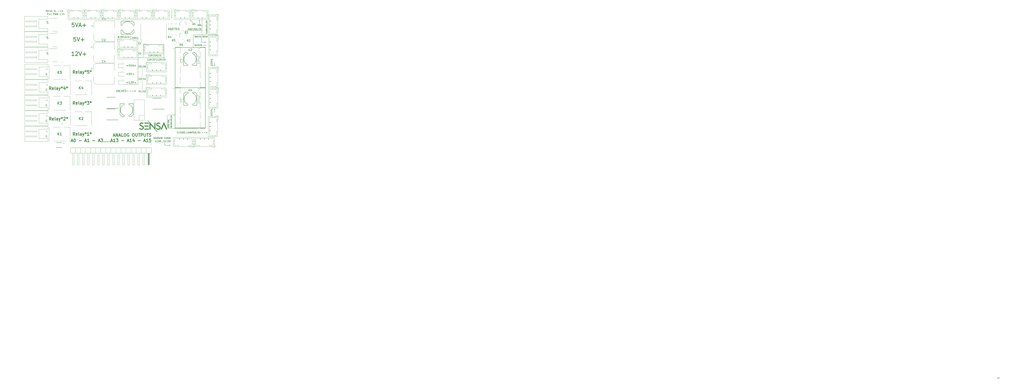
<source format=gbr>
G04 #@! TF.GenerationSoftware,KiCad,Pcbnew,(5.1.4)-1*
G04 #@! TF.CreationDate,2019-12-15T21:47:06+01:00*
G04 #@! TF.ProjectId,mainboard,6d61696e-626f-4617-9264-2e6b69636164,1.0*
G04 #@! TF.SameCoordinates,Original*
G04 #@! TF.FileFunction,Legend,Top*
G04 #@! TF.FilePolarity,Positive*
%FSLAX46Y46*%
G04 Gerber Fmt 4.6, Leading zero omitted, Abs format (unit mm)*
G04 Created by KiCad (PCBNEW (5.1.4)-1) date 2019-12-15 21:47:06*
%MOMM*%
%LPD*%
G04 APERTURE LIST*
%ADD10C,0.150000*%
%ADD11C,0.300000*%
%ADD12C,0.010000*%
%ADD13C,0.120000*%
%ADD14C,0.200000*%
%ADD15C,0.254000*%
%ADD16C,0.127000*%
%ADD17C,0.203200*%
%ADD18C,0.100000*%
%ADD19C,0.050000*%
G04 APERTURE END LIST*
D10*
X161027000Y-92451000D02*
X161027000Y-92351000D01*
X161027000Y-92851000D02*
X161027000Y-92751000D01*
X161027000Y-93251000D02*
X161027000Y-93151000D01*
X161027000Y-93651000D02*
X161027000Y-93551000D01*
X161027000Y-94051000D02*
X161027000Y-93951000D01*
X161027000Y-94451000D02*
X161027000Y-94351000D01*
X161027000Y-94851000D02*
X161027000Y-94751000D01*
X161027000Y-95251000D02*
X161027000Y-95151000D01*
X161027000Y-95651000D02*
X161027000Y-95551000D01*
X161027000Y-96051000D02*
X161027000Y-95951000D01*
X161027000Y-96451000D02*
X161027000Y-96351000D01*
X161027000Y-96851000D02*
X161027000Y-96751000D01*
X161027000Y-98651000D02*
X161027000Y-98551000D01*
X161027000Y-99051000D02*
X161027000Y-98951000D01*
X161027000Y-99451000D02*
X161027000Y-99351000D01*
X161027000Y-99851000D02*
X161027000Y-99751000D01*
X161027000Y-100251000D02*
X161027000Y-100151000D01*
X161027000Y-100651000D02*
X161027000Y-100551000D01*
X161027000Y-101051000D02*
X161027000Y-100951000D01*
X161027000Y-101451000D02*
X161027000Y-101351000D01*
X161027000Y-101851000D02*
X161027000Y-101751000D01*
X161027000Y-102251000D02*
X161027000Y-102151000D01*
X161027000Y-102651000D02*
X161027000Y-102551000D01*
X161027000Y-103051000D02*
X161027000Y-102951000D01*
X147927000Y-103203380D02*
X148260333Y-104203380D01*
X148593666Y-103203380D01*
X148879380Y-103917666D02*
X149355571Y-103917666D01*
X148784142Y-104203380D02*
X149117476Y-103203380D01*
X149450809Y-104203380D01*
X150260333Y-104203380D02*
X149784142Y-104203380D01*
X149784142Y-103203380D01*
X150450809Y-103203380D02*
X150784142Y-104203380D01*
X151117476Y-103203380D01*
X151450809Y-103679571D02*
X151784142Y-103679571D01*
X151927000Y-104203380D02*
X151450809Y-104203380D01*
X151450809Y-103203380D01*
X151927000Y-103203380D01*
X152307952Y-104155761D02*
X152450809Y-104203380D01*
X152688904Y-104203380D01*
X152784142Y-104155761D01*
X152831761Y-104108142D01*
X152879380Y-104012904D01*
X152879380Y-103917666D01*
X152831761Y-103822428D01*
X152784142Y-103774809D01*
X152688904Y-103727190D01*
X152498428Y-103679571D01*
X152403190Y-103631952D01*
X152355571Y-103584333D01*
X152307952Y-103489095D01*
X152307952Y-103393857D01*
X152355571Y-103298619D01*
X152403190Y-103251000D01*
X152498428Y-103203380D01*
X152736523Y-103203380D01*
X152879380Y-103251000D01*
X153307952Y-103822428D02*
X154069857Y-103822428D01*
X154546047Y-103822428D02*
X155307952Y-103822428D01*
X155784142Y-103822428D02*
X156546047Y-103822428D01*
X157022238Y-103536714D02*
X157784142Y-103822428D01*
X157022238Y-104108142D01*
X158927000Y-100451000D02*
X158927000Y-100251000D01*
X152827000Y-100451000D02*
X152227000Y-100451000D01*
X153827000Y-100451000D02*
X153227000Y-100451000D01*
X154727000Y-100451000D02*
X154127000Y-100451000D01*
X155627000Y-100451000D02*
X155027000Y-100451000D01*
X156527000Y-100451000D02*
X155927000Y-100451000D01*
X157427000Y-100451000D02*
X156827000Y-100451000D01*
X158327000Y-100451000D02*
X157727000Y-100451000D01*
D11*
X125255571Y-129001000D02*
X125969857Y-129001000D01*
X125112714Y-129429571D02*
X125612714Y-127929571D01*
X126112714Y-129429571D01*
X126898428Y-127929571D02*
X127041285Y-127929571D01*
X127184142Y-128001000D01*
X127255571Y-128072428D01*
X127326999Y-128215285D01*
X127398428Y-128501000D01*
X127398428Y-128858142D01*
X127326999Y-129143857D01*
X127255571Y-129286714D01*
X127184142Y-129358142D01*
X127041285Y-129429571D01*
X126898428Y-129429571D01*
X126755571Y-129358142D01*
X126684142Y-129286714D01*
X126612714Y-129143857D01*
X126541285Y-128858142D01*
X126541285Y-128501000D01*
X126612714Y-128215285D01*
X126684142Y-128072428D01*
X126755571Y-128001000D01*
X126898428Y-127929571D01*
X129184142Y-128858142D02*
X130326999Y-128858142D01*
X132112714Y-129001000D02*
X132826999Y-129001000D01*
X131969857Y-129429571D02*
X132469857Y-127929571D01*
X132969857Y-129429571D01*
X134255571Y-129429571D02*
X133398428Y-129429571D01*
X133826999Y-129429571D02*
X133826999Y-127929571D01*
X133684142Y-128143857D01*
X133541285Y-128286714D01*
X133398428Y-128358142D01*
X136041285Y-128858142D02*
X137184142Y-128858142D01*
X138969857Y-129001000D02*
X139684142Y-129001000D01*
X138827000Y-129429571D02*
X139327000Y-127929571D01*
X139827000Y-129429571D01*
X140184142Y-127929571D02*
X141112714Y-127929571D01*
X140612714Y-128501000D01*
X140827000Y-128501000D01*
X140969857Y-128572428D01*
X141041285Y-128643857D01*
X141112714Y-128786714D01*
X141112714Y-129143857D01*
X141041285Y-129286714D01*
X140969857Y-129358142D01*
X140827000Y-129429571D01*
X140398428Y-129429571D01*
X140255571Y-129358142D01*
X140184142Y-129286714D01*
X141755571Y-129286714D02*
X141827000Y-129358142D01*
X141755571Y-129429571D01*
X141684142Y-129358142D01*
X141755571Y-129286714D01*
X141755571Y-129429571D01*
X142469857Y-129286714D02*
X142541285Y-129358142D01*
X142469857Y-129429571D01*
X142398428Y-129358142D01*
X142469857Y-129286714D01*
X142469857Y-129429571D01*
X143184142Y-129286714D02*
X143255571Y-129358142D01*
X143184142Y-129429571D01*
X143112714Y-129358142D01*
X143184142Y-129286714D01*
X143184142Y-129429571D01*
X143898428Y-129286714D02*
X143969857Y-129358142D01*
X143898428Y-129429571D01*
X143827000Y-129358142D01*
X143898428Y-129286714D01*
X143898428Y-129429571D01*
X144612714Y-129286714D02*
X144684142Y-129358142D01*
X144612714Y-129429571D01*
X144541285Y-129358142D01*
X144612714Y-129286714D01*
X144612714Y-129429571D01*
X145255571Y-129001000D02*
X145969857Y-129001000D01*
X145112714Y-129429571D02*
X145612714Y-127929571D01*
X146112714Y-129429571D01*
X147398428Y-129429571D02*
X146541285Y-129429571D01*
X146969857Y-129429571D02*
X146969857Y-127929571D01*
X146827000Y-128143857D01*
X146684142Y-128286714D01*
X146541285Y-128358142D01*
X147898428Y-127929571D02*
X148827000Y-127929571D01*
X148327000Y-128501000D01*
X148541285Y-128501000D01*
X148684142Y-128572428D01*
X148755571Y-128643857D01*
X148827000Y-128786714D01*
X148827000Y-129143857D01*
X148755571Y-129286714D01*
X148684142Y-129358142D01*
X148541285Y-129429571D01*
X148112714Y-129429571D01*
X147969857Y-129358142D01*
X147898428Y-129286714D01*
X150612714Y-128858142D02*
X151755571Y-128858142D01*
X153541285Y-129001000D02*
X154255571Y-129001000D01*
X153398428Y-129429571D02*
X153898428Y-127929571D01*
X154398428Y-129429571D01*
X155684142Y-129429571D02*
X154827000Y-129429571D01*
X155255571Y-129429571D02*
X155255571Y-127929571D01*
X155112714Y-128143857D01*
X154969857Y-128286714D01*
X154827000Y-128358142D01*
X156969857Y-128429571D02*
X156969857Y-129429571D01*
X156612714Y-127858142D02*
X156255571Y-128929571D01*
X157184142Y-128929571D01*
X158898428Y-128858142D02*
X160041285Y-128858142D01*
X161827000Y-129001000D02*
X162541285Y-129001000D01*
X161684142Y-129429571D02*
X162184142Y-127929571D01*
X162684142Y-129429571D01*
X163969857Y-129429571D02*
X163112714Y-129429571D01*
X163541285Y-129429571D02*
X163541285Y-127929571D01*
X163398428Y-128143857D01*
X163255571Y-128286714D01*
X163112714Y-128358142D01*
X165327000Y-127929571D02*
X164612714Y-127929571D01*
X164541285Y-128643857D01*
X164612714Y-128572428D01*
X164755571Y-128501000D01*
X165112714Y-128501000D01*
X165255571Y-128572428D01*
X165327000Y-128643857D01*
X165398428Y-128786714D01*
X165398428Y-129143857D01*
X165327000Y-129286714D01*
X165255571Y-129358142D01*
X165112714Y-129429571D01*
X164755571Y-129429571D01*
X164612714Y-129358142D01*
X164541285Y-129286714D01*
X146462714Y-126301000D02*
X147177000Y-126301000D01*
X146319857Y-126729571D02*
X146819857Y-125229571D01*
X147319857Y-126729571D01*
X147819857Y-126729571D02*
X147819857Y-125229571D01*
X148677000Y-126729571D01*
X148677000Y-125229571D01*
X149319857Y-126301000D02*
X150034142Y-126301000D01*
X149177000Y-126729571D02*
X149677000Y-125229571D01*
X150177000Y-126729571D01*
X151391285Y-126729571D02*
X150677000Y-126729571D01*
X150677000Y-125229571D01*
X152177000Y-125229571D02*
X152462714Y-125229571D01*
X152605571Y-125301000D01*
X152748428Y-125443857D01*
X152819857Y-125729571D01*
X152819857Y-126229571D01*
X152748428Y-126515285D01*
X152605571Y-126658142D01*
X152462714Y-126729571D01*
X152177000Y-126729571D01*
X152034142Y-126658142D01*
X151891285Y-126515285D01*
X151819857Y-126229571D01*
X151819857Y-125729571D01*
X151891285Y-125443857D01*
X152034142Y-125301000D01*
X152177000Y-125229571D01*
X154248428Y-125301000D02*
X154105571Y-125229571D01*
X153891285Y-125229571D01*
X153677000Y-125301000D01*
X153534142Y-125443857D01*
X153462714Y-125586714D01*
X153391285Y-125872428D01*
X153391285Y-126086714D01*
X153462714Y-126372428D01*
X153534142Y-126515285D01*
X153677000Y-126658142D01*
X153891285Y-126729571D01*
X154034142Y-126729571D01*
X154248428Y-126658142D01*
X154319857Y-126586714D01*
X154319857Y-126086714D01*
X154034142Y-126086714D01*
X156391285Y-125229571D02*
X156677000Y-125229571D01*
X156819857Y-125301000D01*
X156962714Y-125443857D01*
X157034142Y-125729571D01*
X157034142Y-126229571D01*
X156962714Y-126515285D01*
X156819857Y-126658142D01*
X156677000Y-126729571D01*
X156391285Y-126729571D01*
X156248428Y-126658142D01*
X156105571Y-126515285D01*
X156034142Y-126229571D01*
X156034142Y-125729571D01*
X156105571Y-125443857D01*
X156248428Y-125301000D01*
X156391285Y-125229571D01*
X157677000Y-125229571D02*
X157677000Y-126443857D01*
X157748428Y-126586714D01*
X157819857Y-126658142D01*
X157962714Y-126729571D01*
X158248428Y-126729571D01*
X158391285Y-126658142D01*
X158462714Y-126586714D01*
X158534142Y-126443857D01*
X158534142Y-125229571D01*
X159034142Y-125229571D02*
X159891285Y-125229571D01*
X159462714Y-126729571D02*
X159462714Y-125229571D01*
X160391285Y-126729571D02*
X160391285Y-125229571D01*
X160962714Y-125229571D01*
X161105571Y-125301000D01*
X161177000Y-125372428D01*
X161248428Y-125515285D01*
X161248428Y-125729571D01*
X161177000Y-125872428D01*
X161105571Y-125943857D01*
X160962714Y-126015285D01*
X160391285Y-126015285D01*
X161891285Y-125229571D02*
X161891285Y-126443857D01*
X161962714Y-126586714D01*
X162034142Y-126658142D01*
X162177000Y-126729571D01*
X162462714Y-126729571D01*
X162605571Y-126658142D01*
X162677000Y-126586714D01*
X162748428Y-126443857D01*
X162748428Y-125229571D01*
X163248428Y-125229571D02*
X164105571Y-125229571D01*
X163677000Y-126729571D02*
X163677000Y-125229571D01*
X164534142Y-126658142D02*
X164748428Y-126729571D01*
X165105571Y-126729571D01*
X165248428Y-126658142D01*
X165319857Y-126586714D01*
X165391285Y-126443857D01*
X165391285Y-126301000D01*
X165319857Y-126158142D01*
X165248428Y-126086714D01*
X165105571Y-126015285D01*
X164819857Y-125943857D01*
X164677000Y-125872428D01*
X164605571Y-125801000D01*
X164534142Y-125658142D01*
X164534142Y-125515285D01*
X164605571Y-125372428D01*
X164677000Y-125301000D01*
X164819857Y-125229571D01*
X165177000Y-125229571D01*
X165391285Y-125301000D01*
D10*
X179103190Y-124351000D02*
X179027000Y-124312904D01*
X178912714Y-124312904D01*
X178798428Y-124351000D01*
X178722238Y-124427190D01*
X178684142Y-124503380D01*
X178646047Y-124655761D01*
X178646047Y-124770047D01*
X178684142Y-124922428D01*
X178722238Y-124998619D01*
X178798428Y-125074809D01*
X178912714Y-125112904D01*
X178988904Y-125112904D01*
X179103190Y-125074809D01*
X179141285Y-125036714D01*
X179141285Y-124770047D01*
X178988904Y-124770047D01*
X179674619Y-125379571D02*
X179674619Y-124236714D01*
X180207952Y-125074809D02*
X180322238Y-125112904D01*
X180512714Y-125112904D01*
X180588904Y-125074809D01*
X180627000Y-125036714D01*
X180665095Y-124960523D01*
X180665095Y-124884333D01*
X180627000Y-124808142D01*
X180588904Y-124770047D01*
X180512714Y-124731952D01*
X180360333Y-124693857D01*
X180284142Y-124655761D01*
X180246047Y-124617666D01*
X180207952Y-124541476D01*
X180207952Y-124465285D01*
X180246047Y-124389095D01*
X180284142Y-124351000D01*
X180360333Y-124312904D01*
X180550809Y-124312904D01*
X180665095Y-124351000D01*
X181007952Y-125112904D02*
X181007952Y-124312904D01*
X181388904Y-125112904D02*
X181388904Y-124312904D01*
X181579380Y-124312904D01*
X181693666Y-124351000D01*
X181769857Y-124427190D01*
X181807952Y-124503380D01*
X181846047Y-124655761D01*
X181846047Y-124770047D01*
X181807952Y-124922428D01*
X181769857Y-124998619D01*
X181693666Y-125074809D01*
X181579380Y-125112904D01*
X181388904Y-125112904D01*
X182188904Y-124693857D02*
X182455571Y-124693857D01*
X182569857Y-125112904D02*
X182188904Y-125112904D01*
X182188904Y-124312904D01*
X182569857Y-124312904D01*
X183103190Y-125379571D02*
X183103190Y-124236714D01*
X183903190Y-124312904D02*
X183903190Y-124884333D01*
X183865095Y-124998619D01*
X183788904Y-125074809D01*
X183674619Y-125112904D01*
X183598428Y-125112904D01*
X184284142Y-124312904D02*
X184284142Y-124960523D01*
X184322238Y-125036714D01*
X184360333Y-125074809D01*
X184436523Y-125112904D01*
X184588904Y-125112904D01*
X184665095Y-125074809D01*
X184703190Y-125036714D01*
X184741285Y-124960523D01*
X184741285Y-124312904D01*
X185122238Y-125112904D02*
X185122238Y-124312904D01*
X185388904Y-124884333D01*
X185655571Y-124312904D01*
X185655571Y-125112904D01*
X186036523Y-125112904D02*
X186036523Y-124312904D01*
X186341285Y-124312904D01*
X186417476Y-124351000D01*
X186455571Y-124389095D01*
X186493666Y-124465285D01*
X186493666Y-124579571D01*
X186455571Y-124655761D01*
X186417476Y-124693857D01*
X186341285Y-124731952D01*
X186036523Y-124731952D01*
X186836523Y-124693857D02*
X187103190Y-124693857D01*
X187217476Y-125112904D02*
X186836523Y-125112904D01*
X186836523Y-124312904D01*
X187217476Y-124312904D01*
X188017476Y-125112904D02*
X187750809Y-124731952D01*
X187560333Y-125112904D02*
X187560333Y-124312904D01*
X187865095Y-124312904D01*
X187941285Y-124351000D01*
X187979380Y-124389095D01*
X188017476Y-124465285D01*
X188017476Y-124579571D01*
X187979380Y-124655761D01*
X187941285Y-124693857D01*
X187865095Y-124731952D01*
X187560333Y-124731952D01*
X188550809Y-125379571D02*
X188550809Y-124236714D01*
X189503190Y-124312904D02*
X189122238Y-124312904D01*
X189084142Y-124693857D01*
X189122238Y-124655761D01*
X189198428Y-124617666D01*
X189388904Y-124617666D01*
X189465095Y-124655761D01*
X189503190Y-124693857D01*
X189541285Y-124770047D01*
X189541285Y-124960523D01*
X189503190Y-125036714D01*
X189465095Y-125074809D01*
X189388904Y-125112904D01*
X189198428Y-125112904D01*
X189122238Y-125074809D01*
X189084142Y-125036714D01*
X189769857Y-124312904D02*
X190036523Y-125112904D01*
X190303190Y-124312904D01*
X191179380Y-124808142D02*
X191788904Y-124808142D01*
X192169857Y-124808142D02*
X192779380Y-124808142D01*
X193160333Y-124579571D02*
X193769857Y-124808142D01*
X193160333Y-125036714D01*
X172531761Y-131208142D02*
X173141285Y-131208142D01*
X173522238Y-131208142D02*
X174131761Y-131208142D01*
X174512714Y-130979571D02*
X175122238Y-131208142D01*
X174512714Y-131436714D01*
X172327000Y-131079571D02*
X172327000Y-129936714D01*
X166765095Y-127874809D02*
X166879380Y-127912904D01*
X167069857Y-127912904D01*
X167146047Y-127874809D01*
X167184142Y-127836714D01*
X167222238Y-127760523D01*
X167222238Y-127684333D01*
X167184142Y-127608142D01*
X167146047Y-127570047D01*
X167069857Y-127531952D01*
X166917476Y-127493857D01*
X166841285Y-127455761D01*
X166803190Y-127417666D01*
X166765095Y-127341476D01*
X166765095Y-127265285D01*
X166803190Y-127189095D01*
X166841285Y-127151000D01*
X166917476Y-127112904D01*
X167107952Y-127112904D01*
X167222238Y-127151000D01*
X167565095Y-127493857D02*
X167831761Y-127493857D01*
X167946047Y-127912904D02*
X167565095Y-127912904D01*
X167565095Y-127112904D01*
X167946047Y-127112904D01*
X168288904Y-127912904D02*
X168288904Y-127112904D01*
X168746047Y-127912904D01*
X168746047Y-127112904D01*
X169088904Y-127874809D02*
X169203190Y-127912904D01*
X169393666Y-127912904D01*
X169469857Y-127874809D01*
X169507952Y-127836714D01*
X169546047Y-127760523D01*
X169546047Y-127684333D01*
X169507952Y-127608142D01*
X169469857Y-127570047D01*
X169393666Y-127531952D01*
X169241285Y-127493857D01*
X169165095Y-127455761D01*
X169127000Y-127417666D01*
X169088904Y-127341476D01*
X169088904Y-127265285D01*
X169127000Y-127189095D01*
X169165095Y-127151000D01*
X169241285Y-127112904D01*
X169431761Y-127112904D01*
X169546047Y-127151000D01*
X170041285Y-127112904D02*
X170193666Y-127112904D01*
X170269857Y-127151000D01*
X170346047Y-127227190D01*
X170384142Y-127379571D01*
X170384142Y-127646238D01*
X170346047Y-127798619D01*
X170269857Y-127874809D01*
X170193666Y-127912904D01*
X170041285Y-127912904D01*
X169965095Y-127874809D01*
X169888904Y-127798619D01*
X169850809Y-127646238D01*
X169850809Y-127379571D01*
X169888904Y-127227190D01*
X169965095Y-127151000D01*
X170041285Y-127112904D01*
X171184142Y-127912904D02*
X170917476Y-127531952D01*
X170727000Y-127912904D02*
X170727000Y-127112904D01*
X171031761Y-127112904D01*
X171107952Y-127151000D01*
X171146047Y-127189095D01*
X171184142Y-127265285D01*
X171184142Y-127379571D01*
X171146047Y-127455761D01*
X171107952Y-127493857D01*
X171031761Y-127531952D01*
X170727000Y-127531952D01*
X172593666Y-127836714D02*
X172555571Y-127874809D01*
X172441285Y-127912904D01*
X172365095Y-127912904D01*
X172250809Y-127874809D01*
X172174619Y-127798619D01*
X172136523Y-127722428D01*
X172098428Y-127570047D01*
X172098428Y-127455761D01*
X172136523Y-127303380D01*
X172174619Y-127227190D01*
X172250809Y-127151000D01*
X172365095Y-127112904D01*
X172441285Y-127112904D01*
X172555571Y-127151000D01*
X172593666Y-127189095D01*
X173088904Y-127112904D02*
X173241285Y-127112904D01*
X173317476Y-127151000D01*
X173393666Y-127227190D01*
X173431761Y-127379571D01*
X173431761Y-127646238D01*
X173393666Y-127798619D01*
X173317476Y-127874809D01*
X173241285Y-127912904D01*
X173088904Y-127912904D01*
X173012714Y-127874809D01*
X172936523Y-127798619D01*
X172898428Y-127646238D01*
X172898428Y-127379571D01*
X172936523Y-127227190D01*
X173012714Y-127151000D01*
X173088904Y-127112904D01*
X173774619Y-127912904D02*
X173774619Y-127112904D01*
X174231761Y-127912904D01*
X174231761Y-127112904D01*
X174612714Y-127912904D02*
X174612714Y-127112904D01*
X175069857Y-127912904D01*
X175069857Y-127112904D01*
X175450809Y-127836714D02*
X175488904Y-127874809D01*
X175450809Y-127912904D01*
X175412714Y-127874809D01*
X175450809Y-127836714D01*
X175450809Y-127912904D01*
X168055571Y-128751000D02*
X167979380Y-128712904D01*
X167865095Y-128712904D01*
X167750809Y-128751000D01*
X167674619Y-128827190D01*
X167636523Y-128903380D01*
X167598428Y-129055761D01*
X167598428Y-129170047D01*
X167636523Y-129322428D01*
X167674619Y-129398619D01*
X167750809Y-129474809D01*
X167865095Y-129512904D01*
X167941285Y-129512904D01*
X168055571Y-129474809D01*
X168093666Y-129436714D01*
X168093666Y-129170047D01*
X167941285Y-129170047D01*
X168627000Y-129779571D02*
X168627000Y-128636714D01*
X169160333Y-129474809D02*
X169274619Y-129512904D01*
X169465095Y-129512904D01*
X169541285Y-129474809D01*
X169579380Y-129436714D01*
X169617476Y-129360523D01*
X169617476Y-129284333D01*
X169579380Y-129208142D01*
X169541285Y-129170047D01*
X169465095Y-129131952D01*
X169312714Y-129093857D01*
X169236523Y-129055761D01*
X169198428Y-129017666D01*
X169160333Y-128941476D01*
X169160333Y-128865285D01*
X169198428Y-128789095D01*
X169236523Y-128751000D01*
X169312714Y-128712904D01*
X169503190Y-128712904D01*
X169617476Y-128751000D01*
X170303190Y-128712904D02*
X170150809Y-128712904D01*
X170074619Y-128751000D01*
X170036523Y-128789095D01*
X169960333Y-128903380D01*
X169922238Y-129055761D01*
X169922238Y-129360523D01*
X169960333Y-129436714D01*
X169998428Y-129474809D01*
X170074619Y-129512904D01*
X170227000Y-129512904D01*
X170303190Y-129474809D01*
X170341285Y-129436714D01*
X170379380Y-129360523D01*
X170379380Y-129170047D01*
X170341285Y-129093857D01*
X170303190Y-129055761D01*
X170227000Y-129017666D01*
X170074619Y-129017666D01*
X169998428Y-129055761D01*
X169960333Y-129093857D01*
X169922238Y-129170047D01*
X170722238Y-129436714D02*
X170760333Y-129474809D01*
X170722238Y-129512904D01*
X170684142Y-129474809D01*
X170722238Y-129436714D01*
X170722238Y-129512904D01*
X171103190Y-129436714D02*
X171141285Y-129474809D01*
X171103190Y-129512904D01*
X171065095Y-129474809D01*
X171103190Y-129436714D01*
X171103190Y-129512904D01*
X171484142Y-129436714D02*
X171522238Y-129474809D01*
X171484142Y-129512904D01*
X171446047Y-129474809D01*
X171484142Y-129436714D01*
X171484142Y-129512904D01*
X171827000Y-129474809D02*
X171941285Y-129512904D01*
X172131761Y-129512904D01*
X172207952Y-129474809D01*
X172246047Y-129436714D01*
X172284142Y-129360523D01*
X172284142Y-129284333D01*
X172246047Y-129208142D01*
X172207952Y-129170047D01*
X172131761Y-129131952D01*
X171979380Y-129093857D01*
X171903190Y-129055761D01*
X171865095Y-129017666D01*
X171827000Y-128941476D01*
X171827000Y-128865285D01*
X171865095Y-128789095D01*
X171903190Y-128751000D01*
X171979380Y-128712904D01*
X172169857Y-128712904D01*
X172284142Y-128751000D01*
X173046047Y-129512904D02*
X172588904Y-129512904D01*
X172817476Y-129512904D02*
X172817476Y-128712904D01*
X172741285Y-128827190D01*
X172665095Y-128903380D01*
X172588904Y-128941476D01*
X173579380Y-129779571D02*
X173579380Y-128636714D01*
X174531761Y-128712904D02*
X174150809Y-128712904D01*
X174112714Y-129093857D01*
X174150809Y-129055761D01*
X174227000Y-129017666D01*
X174417476Y-129017666D01*
X174493666Y-129055761D01*
X174531761Y-129093857D01*
X174569857Y-129170047D01*
X174569857Y-129360523D01*
X174531761Y-129436714D01*
X174493666Y-129474809D01*
X174417476Y-129512904D01*
X174227000Y-129512904D01*
X174150809Y-129474809D01*
X174112714Y-129436714D01*
X174798428Y-128712904D02*
X175065095Y-129512904D01*
X175331761Y-128712904D01*
X177527000Y-115951000D02*
X177427000Y-115951000D01*
X177227000Y-115951000D02*
X176927000Y-115951000D01*
X176627000Y-115951000D02*
X176327000Y-115951000D01*
X176027000Y-115951000D02*
X175727000Y-115951000D01*
X175427000Y-115951000D02*
X175127000Y-115951000D01*
X174827000Y-115951000D02*
X174527000Y-115951000D01*
X174227000Y-115951000D02*
X173927000Y-115951000D01*
X173727000Y-116151000D02*
X173727000Y-116451000D01*
X173727000Y-116751000D02*
X173727000Y-117051000D01*
X173727000Y-117351000D02*
X173727000Y-117651000D01*
X173727000Y-117951000D02*
X173727000Y-118251000D01*
X173727000Y-118551000D02*
X173727000Y-118851000D01*
X173727000Y-119151000D02*
X173727000Y-119451000D01*
X173727000Y-119751000D02*
X173727000Y-120051000D01*
X173727000Y-120351000D02*
X173727000Y-120651000D01*
X173727000Y-120951000D02*
X173727000Y-121251000D01*
X173727000Y-121551000D02*
X173727000Y-121851000D01*
X173727000Y-122151000D02*
X173727000Y-122451000D01*
X174227000Y-122651000D02*
X173927000Y-122651000D01*
X174827000Y-122651000D02*
X174527000Y-122651000D01*
X175427000Y-122651000D02*
X175127000Y-122651000D01*
X176027000Y-122651000D02*
X175727000Y-122651000D01*
X176627000Y-122651000D02*
X176327000Y-122651000D01*
X177227000Y-122651000D02*
X176927000Y-122651000D01*
X177427000Y-122651000D02*
X192827000Y-122551000D01*
X175355571Y-122351000D02*
X175327000Y-122322428D01*
X175298428Y-122265285D01*
X175298428Y-122122428D01*
X175327000Y-122065285D01*
X175355571Y-122036714D01*
X175412714Y-122008142D01*
X175469857Y-122008142D01*
X175555571Y-122036714D01*
X175898428Y-122379571D01*
X175898428Y-122008142D01*
X175584142Y-121551000D02*
X175612714Y-121465285D01*
X175641285Y-121436714D01*
X175698428Y-121408142D01*
X175784142Y-121408142D01*
X175841285Y-121436714D01*
X175869857Y-121465285D01*
X175898428Y-121522428D01*
X175898428Y-121751000D01*
X175298428Y-121751000D01*
X175298428Y-121551000D01*
X175327000Y-121493857D01*
X175355571Y-121465285D01*
X175412714Y-121436714D01*
X175469857Y-121436714D01*
X175527000Y-121465285D01*
X175555571Y-121493857D01*
X175584142Y-121551000D01*
X175584142Y-121751000D01*
X176098428Y-121008142D02*
X175241285Y-121008142D01*
X175355571Y-120608142D02*
X175327000Y-120579571D01*
X175298428Y-120522428D01*
X175298428Y-120379571D01*
X175327000Y-120322428D01*
X175355571Y-120293857D01*
X175412714Y-120265285D01*
X175469857Y-120265285D01*
X175555571Y-120293857D01*
X175898428Y-120636714D01*
X175898428Y-120265285D01*
X175727000Y-120036714D02*
X175727000Y-119751000D01*
X175898428Y-120093857D02*
X175298428Y-119893857D01*
X175898428Y-119693857D01*
X176098428Y-119351000D02*
X175241285Y-119351000D01*
X175898428Y-118608142D02*
X175898428Y-118951000D01*
X175898428Y-118779571D02*
X175298428Y-118779571D01*
X175384142Y-118836714D01*
X175441285Y-118893857D01*
X175469857Y-118951000D01*
X175584142Y-118151000D02*
X175612714Y-118065285D01*
X175641285Y-118036714D01*
X175698428Y-118008142D01*
X175784142Y-118008142D01*
X175841285Y-118036714D01*
X175869857Y-118065285D01*
X175898428Y-118122428D01*
X175898428Y-118351000D01*
X175298428Y-118351000D01*
X175298428Y-118151000D01*
X175327000Y-118093857D01*
X175355571Y-118065285D01*
X175412714Y-118036714D01*
X175469857Y-118036714D01*
X175527000Y-118065285D01*
X175555571Y-118093857D01*
X175584142Y-118151000D01*
X175584142Y-118351000D01*
X176098428Y-117608142D02*
X175241285Y-117608142D01*
X175898428Y-116865285D02*
X175898428Y-117208142D01*
X175898428Y-117036714D02*
X175298428Y-117036714D01*
X175384142Y-117093857D01*
X175441285Y-117151000D01*
X175469857Y-117208142D01*
X175727000Y-116636714D02*
X175727000Y-116351000D01*
X175898428Y-116693857D02*
X175298428Y-116493857D01*
X175898428Y-116293857D01*
X174569857Y-122351000D02*
X174598428Y-122265285D01*
X174598428Y-122122428D01*
X174569857Y-122065285D01*
X174541285Y-122036714D01*
X174484142Y-122008142D01*
X174427000Y-122008142D01*
X174369857Y-122036714D01*
X174341285Y-122065285D01*
X174312714Y-122122428D01*
X174284142Y-122236714D01*
X174255571Y-122293857D01*
X174227000Y-122322428D01*
X174169857Y-122351000D01*
X174112714Y-122351000D01*
X174055571Y-122322428D01*
X174027000Y-122293857D01*
X173998428Y-122236714D01*
X173998428Y-122093857D01*
X174027000Y-122008142D01*
X173998428Y-121836714D02*
X173998428Y-121493857D01*
X174598428Y-121665285D02*
X173998428Y-121665285D01*
X174284142Y-121293857D02*
X174284142Y-121093857D01*
X174598428Y-121008142D02*
X174598428Y-121293857D01*
X173998428Y-121293857D01*
X173998428Y-121008142D01*
X174598428Y-120751000D02*
X173998428Y-120751000D01*
X173998428Y-120522428D01*
X174027000Y-120465285D01*
X174055571Y-120436714D01*
X174112714Y-120408142D01*
X174198428Y-120408142D01*
X174255571Y-120436714D01*
X174284142Y-120465285D01*
X174312714Y-120522428D01*
X174312714Y-120751000D01*
X174598428Y-119693857D02*
X173998428Y-119693857D01*
X173998428Y-119465285D01*
X174027000Y-119408142D01*
X174055571Y-119379571D01*
X174112714Y-119351000D01*
X174198428Y-119351000D01*
X174255571Y-119379571D01*
X174284142Y-119408142D01*
X174312714Y-119465285D01*
X174312714Y-119693857D01*
X174598428Y-119093857D02*
X173998428Y-119093857D01*
X174598428Y-118808142D02*
X173998428Y-118808142D01*
X174598428Y-118465285D01*
X173998428Y-118465285D01*
X174541285Y-118179571D02*
X174569857Y-118151000D01*
X174598428Y-118179571D01*
X174569857Y-118208142D01*
X174541285Y-118179571D01*
X174598428Y-118179571D01*
X196375809Y-91012904D02*
X196413904Y-90898619D01*
X196413904Y-90708142D01*
X196375809Y-90631952D01*
X196337714Y-90593857D01*
X196261523Y-90555761D01*
X196185333Y-90555761D01*
X196109142Y-90593857D01*
X196071047Y-90631952D01*
X196032952Y-90708142D01*
X195994857Y-90860523D01*
X195956761Y-90936714D01*
X195918666Y-90974809D01*
X195842476Y-91012904D01*
X195766285Y-91012904D01*
X195690095Y-90974809D01*
X195652000Y-90936714D01*
X195613904Y-90860523D01*
X195613904Y-90670047D01*
X195652000Y-90555761D01*
X195613904Y-90327190D02*
X195613904Y-89870047D01*
X196413904Y-90098619D02*
X195613904Y-90098619D01*
X195994857Y-89603380D02*
X195994857Y-89336714D01*
X196413904Y-89222428D02*
X196413904Y-89603380D01*
X195613904Y-89603380D01*
X195613904Y-89222428D01*
X196413904Y-88879571D02*
X195613904Y-88879571D01*
X195613904Y-88574809D01*
X195652000Y-88498619D01*
X195690095Y-88460523D01*
X195766285Y-88422428D01*
X195880571Y-88422428D01*
X195956761Y-88460523D01*
X195994857Y-88498619D01*
X196032952Y-88574809D01*
X196032952Y-88879571D01*
X195690095Y-88117666D02*
X195652000Y-88079571D01*
X195613904Y-88003380D01*
X195613904Y-87812904D01*
X195652000Y-87736714D01*
X195690095Y-87698619D01*
X195766285Y-87660523D01*
X195842476Y-87660523D01*
X195956761Y-87698619D01*
X196413904Y-88155761D01*
X196413904Y-87660523D01*
X197230571Y-90441476D02*
X197459142Y-91051000D01*
X197687714Y-90441476D01*
X197459142Y-90060523D02*
X197459142Y-89451000D01*
X196375809Y-116227190D02*
X196413904Y-116112904D01*
X196413904Y-115922428D01*
X196375809Y-115846238D01*
X196337714Y-115808142D01*
X196261523Y-115770047D01*
X196185333Y-115770047D01*
X196109142Y-115808142D01*
X196071047Y-115846238D01*
X196032952Y-115922428D01*
X195994857Y-116074809D01*
X195956761Y-116151000D01*
X195918666Y-116189095D01*
X195842476Y-116227190D01*
X195766285Y-116227190D01*
X195690095Y-116189095D01*
X195652000Y-116151000D01*
X195613904Y-116074809D01*
X195613904Y-115884333D01*
X195652000Y-115770047D01*
X195613904Y-115541476D02*
X195613904Y-115084333D01*
X196413904Y-115312904D02*
X195613904Y-115312904D01*
X195994857Y-114817666D02*
X195994857Y-114551000D01*
X196413904Y-114436714D02*
X196413904Y-114817666D01*
X195613904Y-114817666D01*
X195613904Y-114436714D01*
X196413904Y-114093857D02*
X195613904Y-114093857D01*
X195613904Y-113789095D01*
X195652000Y-113712904D01*
X195690095Y-113674809D01*
X195766285Y-113636714D01*
X195880571Y-113636714D01*
X195956761Y-113674809D01*
X195994857Y-113712904D01*
X196032952Y-113789095D01*
X196032952Y-114093857D01*
X196413904Y-112874809D02*
X196413904Y-113331952D01*
X196413904Y-113103380D02*
X195613904Y-113103380D01*
X195728190Y-113179571D01*
X195804380Y-113255761D01*
X195842476Y-113331952D01*
X197459142Y-114436714D02*
X197459142Y-113827190D01*
X197230571Y-113446238D02*
X197459142Y-112836714D01*
X197687714Y-113446238D01*
X187341285Y-80322428D02*
X187684142Y-80322428D01*
X187512714Y-80922428D02*
X187512714Y-80322428D01*
X187855571Y-80751000D02*
X188141285Y-80751000D01*
X187798428Y-80922428D02*
X187998428Y-80322428D01*
X188198428Y-80922428D01*
X188741285Y-80865285D02*
X188712714Y-80893857D01*
X188627000Y-80922428D01*
X188569857Y-80922428D01*
X188484142Y-80893857D01*
X188427000Y-80836714D01*
X188398428Y-80779571D01*
X188369857Y-80665285D01*
X188369857Y-80579571D01*
X188398428Y-80465285D01*
X188427000Y-80408142D01*
X188484142Y-80351000D01*
X188569857Y-80322428D01*
X188627000Y-80322428D01*
X188712714Y-80351000D01*
X188741285Y-80379571D01*
X188912714Y-80322428D02*
X189255571Y-80322428D01*
X189084142Y-80922428D02*
X189084142Y-80322428D01*
X189455571Y-80922428D02*
X189455571Y-80322428D01*
X190084142Y-80865285D02*
X190055571Y-80893857D01*
X189969857Y-80922428D01*
X189912714Y-80922428D01*
X189827000Y-80893857D01*
X189769857Y-80836714D01*
X189741285Y-80779571D01*
X189712714Y-80665285D01*
X189712714Y-80579571D01*
X189741285Y-80465285D01*
X189769857Y-80408142D01*
X189827000Y-80351000D01*
X189912714Y-80322428D01*
X189969857Y-80322428D01*
X190055571Y-80351000D01*
X190084142Y-80379571D01*
X190255571Y-80322428D02*
X190598428Y-80322428D01*
X190427000Y-80922428D02*
X190427000Y-80322428D01*
X190769857Y-80893857D02*
X190855571Y-80922428D01*
X190998428Y-80922428D01*
X191055571Y-80893857D01*
X191084142Y-80865285D01*
X191112714Y-80808142D01*
X191112714Y-80751000D01*
X191084142Y-80693857D01*
X191055571Y-80665285D01*
X190998428Y-80636714D01*
X190884142Y-80608142D01*
X190827000Y-80579571D01*
X190798428Y-80551000D01*
X190769857Y-80493857D01*
X190769857Y-80436714D01*
X190798428Y-80379571D01*
X190827000Y-80351000D01*
X190884142Y-80322428D01*
X191027000Y-80322428D01*
X191112714Y-80351000D01*
X191827000Y-80693857D02*
X192284142Y-80693857D01*
X192569857Y-80522428D02*
X193027000Y-80693857D01*
X192569857Y-80865285D01*
X186727000Y-81751000D02*
X186727000Y-81451000D01*
X186727000Y-81451000D02*
X186727000Y-81351000D01*
X186727000Y-80951000D02*
X186727000Y-80651000D01*
X186727000Y-80651000D02*
X186727000Y-80551000D01*
X186727000Y-80251000D02*
X186727000Y-79951000D01*
X186727000Y-79951000D02*
X186727000Y-79851000D01*
X186727000Y-79551000D02*
X186727000Y-79251000D01*
X186727000Y-79251000D02*
X186727000Y-79151000D01*
X186727000Y-78851000D02*
X186727000Y-78551000D01*
X186727000Y-78551000D02*
X186727000Y-78451000D01*
X186727000Y-78151000D02*
X186727000Y-77851000D01*
X186727000Y-77851000D02*
X186727000Y-77751000D01*
X186727000Y-77451000D02*
X186727000Y-77151000D01*
X186727000Y-77151000D02*
X186727000Y-77051000D01*
X186727000Y-76751000D02*
X186727000Y-76451000D01*
X186727000Y-76451000D02*
X186727000Y-76351000D01*
X186727000Y-76051000D02*
X186727000Y-75751000D01*
X186727000Y-75751000D02*
X186727000Y-75651000D01*
X186927000Y-75451000D02*
X187227000Y-75451000D01*
X187227000Y-75451000D02*
X187327000Y-75451000D01*
X187627000Y-75451000D02*
X187927000Y-75451000D01*
X187927000Y-75451000D02*
X188027000Y-75451000D01*
X188327000Y-75451000D02*
X188627000Y-75451000D01*
X188627000Y-75451000D02*
X188727000Y-75451000D01*
X189027000Y-75451000D02*
X189327000Y-75451000D01*
X189327000Y-75451000D02*
X189427000Y-75451000D01*
X189727000Y-75451000D02*
X190027000Y-75451000D01*
X190027000Y-75451000D02*
X190127000Y-75451000D01*
X190427000Y-75451000D02*
X190727000Y-75451000D01*
X190727000Y-75451000D02*
X190827000Y-75451000D01*
X190827000Y-77922428D02*
X190827000Y-77065285D01*
X190827000Y-79122428D02*
X190827000Y-78265285D01*
X191055571Y-79293857D02*
X191512714Y-79293857D01*
X191798428Y-79293857D02*
X192255571Y-79293857D01*
X192541285Y-79122428D02*
X192998428Y-79293857D01*
X192541285Y-79465285D01*
X187841285Y-76051000D02*
X187784142Y-76022428D01*
X187698428Y-76022428D01*
X187612714Y-76051000D01*
X187555571Y-76108142D01*
X187527000Y-76165285D01*
X187498428Y-76279571D01*
X187498428Y-76365285D01*
X187527000Y-76479571D01*
X187555571Y-76536714D01*
X187612714Y-76593857D01*
X187698428Y-76622428D01*
X187755571Y-76622428D01*
X187841285Y-76593857D01*
X187869857Y-76565285D01*
X187869857Y-76365285D01*
X187755571Y-76365285D01*
X188127000Y-76622428D02*
X188127000Y-76022428D01*
X188469857Y-76622428D01*
X188469857Y-76022428D01*
X188755571Y-76622428D02*
X188755571Y-76022428D01*
X188898428Y-76022428D01*
X188984142Y-76051000D01*
X189041285Y-76108142D01*
X189069857Y-76165285D01*
X189098428Y-76279571D01*
X189098428Y-76365285D01*
X189069857Y-76479571D01*
X189041285Y-76536714D01*
X188984142Y-76593857D01*
X188898428Y-76622428D01*
X188755571Y-76622428D01*
X189498428Y-76822428D02*
X189498428Y-75965285D01*
X189841285Y-76022428D02*
X190184142Y-76022428D01*
X190012714Y-76622428D02*
X190012714Y-76022428D01*
X190698428Y-76622428D02*
X190355571Y-76622428D01*
X190527000Y-76622428D02*
X190527000Y-76022428D01*
X190469857Y-76108142D01*
X190412714Y-76165285D01*
X190355571Y-76193857D01*
X191098428Y-76822428D02*
X191098428Y-75965285D01*
X191441285Y-76022428D02*
X191784142Y-76022428D01*
X191612714Y-76622428D02*
X191612714Y-76022428D01*
X191955571Y-76079571D02*
X191984142Y-76051000D01*
X192041285Y-76022428D01*
X192184142Y-76022428D01*
X192241285Y-76051000D01*
X192269857Y-76079571D01*
X192298428Y-76136714D01*
X192298428Y-76193857D01*
X192269857Y-76279571D01*
X191927000Y-76622428D01*
X192298428Y-76622428D01*
X192698428Y-76822428D02*
X192698428Y-75965285D01*
X193412714Y-76022428D02*
X193127000Y-76022428D01*
X193098428Y-76308142D01*
X193127000Y-76279571D01*
X193184142Y-76251000D01*
X193327000Y-76251000D01*
X193384142Y-76279571D01*
X193412714Y-76308142D01*
X193441285Y-76365285D01*
X193441285Y-76508142D01*
X193412714Y-76565285D01*
X193384142Y-76593857D01*
X193327000Y-76622428D01*
X193184142Y-76622428D01*
X193127000Y-76593857D01*
X193098428Y-76565285D01*
X193612714Y-76022428D02*
X193812714Y-76622428D01*
X194012714Y-76022428D01*
X194327000Y-75451000D02*
X199087000Y-75436000D01*
X191127000Y-75451000D02*
X191427000Y-75451000D01*
X191427000Y-75451000D02*
X191527000Y-75451000D01*
X191827000Y-75451000D02*
X192127000Y-75451000D01*
X192127000Y-75451000D02*
X192227000Y-75451000D01*
X192527000Y-75451000D02*
X192827000Y-75451000D01*
X192827000Y-75451000D02*
X192927000Y-75451000D01*
X193227000Y-75451000D02*
X193527000Y-75451000D01*
X193527000Y-75451000D02*
X193627000Y-75451000D01*
X193927000Y-75451000D02*
X194227000Y-75451000D01*
X194227000Y-75451000D02*
X194327000Y-75451000D01*
X191127000Y-74751000D02*
X191127000Y-75051000D01*
X191127000Y-75051000D02*
X191127000Y-75151000D01*
X191127000Y-74051000D02*
X191127000Y-74351000D01*
X191127000Y-74351000D02*
X191127000Y-74451000D01*
X191127000Y-73651000D02*
X191127000Y-73751000D01*
X191127000Y-73351000D02*
X191127000Y-73651000D01*
X193227000Y-74465285D02*
X193198428Y-74522428D01*
X193198428Y-74608142D01*
X193227000Y-74693857D01*
X193284142Y-74751000D01*
X193341285Y-74779571D01*
X193455571Y-74808142D01*
X193541285Y-74808142D01*
X193655571Y-74779571D01*
X193712714Y-74751000D01*
X193769857Y-74693857D01*
X193798428Y-74608142D01*
X193798428Y-74551000D01*
X193769857Y-74465285D01*
X193741285Y-74436714D01*
X193541285Y-74436714D01*
X193541285Y-74551000D01*
X193998428Y-74036714D02*
X193141285Y-74036714D01*
X193769857Y-73636714D02*
X193798428Y-73551000D01*
X193798428Y-73408142D01*
X193769857Y-73351000D01*
X193741285Y-73322428D01*
X193684142Y-73293857D01*
X193627000Y-73293857D01*
X193569857Y-73322428D01*
X193541285Y-73351000D01*
X193512714Y-73408142D01*
X193484142Y-73522428D01*
X193455571Y-73579571D01*
X193427000Y-73608142D01*
X193369857Y-73636714D01*
X193312714Y-73636714D01*
X193255571Y-73608142D01*
X193227000Y-73579571D01*
X193198428Y-73522428D01*
X193198428Y-73379571D01*
X193227000Y-73293857D01*
X193798428Y-73036714D02*
X193198428Y-73036714D01*
X193198428Y-72893857D01*
X193227000Y-72808142D01*
X193284142Y-72751000D01*
X193341285Y-72722428D01*
X193455571Y-72693857D01*
X193541285Y-72693857D01*
X193655571Y-72722428D01*
X193712714Y-72751000D01*
X193769857Y-72808142D01*
X193798428Y-72893857D01*
X193798428Y-73036714D01*
X193627000Y-72465285D02*
X193627000Y-72179571D01*
X193798428Y-72522428D02*
X193198428Y-72322428D01*
X193798428Y-72122428D01*
X193998428Y-71779571D02*
X193141285Y-71779571D01*
X193769857Y-71379571D02*
X193798428Y-71293857D01*
X193798428Y-71151000D01*
X193769857Y-71093857D01*
X193741285Y-71065285D01*
X193684142Y-71036714D01*
X193627000Y-71036714D01*
X193569857Y-71065285D01*
X193541285Y-71093857D01*
X193512714Y-71151000D01*
X193484142Y-71265285D01*
X193455571Y-71322428D01*
X193427000Y-71351000D01*
X193369857Y-71379571D01*
X193312714Y-71379571D01*
X193255571Y-71351000D01*
X193227000Y-71322428D01*
X193198428Y-71265285D01*
X193198428Y-71122428D01*
X193227000Y-71036714D01*
X193741285Y-70436714D02*
X193769857Y-70465285D01*
X193798428Y-70551000D01*
X193798428Y-70608142D01*
X193769857Y-70693857D01*
X193712714Y-70751000D01*
X193655571Y-70779571D01*
X193541285Y-70808142D01*
X193455571Y-70808142D01*
X193341285Y-70779571D01*
X193284142Y-70751000D01*
X193227000Y-70693857D01*
X193198428Y-70608142D01*
X193198428Y-70551000D01*
X193227000Y-70465285D01*
X193255571Y-70436714D01*
X193798428Y-69893857D02*
X193798428Y-70179571D01*
X193198428Y-70179571D01*
X193998428Y-69551000D02*
X193141285Y-69551000D01*
X193198428Y-68836714D02*
X193198428Y-69122428D01*
X193484142Y-69151000D01*
X193455571Y-69122428D01*
X193427000Y-69065285D01*
X193427000Y-68922428D01*
X193455571Y-68865285D01*
X193484142Y-68836714D01*
X193541285Y-68808142D01*
X193684142Y-68808142D01*
X193741285Y-68836714D01*
X193769857Y-68865285D01*
X193798428Y-68922428D01*
X193798428Y-69065285D01*
X193769857Y-69122428D01*
X193741285Y-69151000D01*
X193198428Y-68636714D02*
X193798428Y-68436714D01*
X193198428Y-68236714D01*
X183227000Y-73251000D02*
X183127000Y-73251000D01*
X183527000Y-73251000D02*
X183227000Y-73251000D01*
X183827000Y-73251000D02*
X183727000Y-73251000D01*
X184127000Y-73251000D02*
X183827000Y-73251000D01*
X184527000Y-73251000D02*
X184427000Y-73251000D01*
X184827000Y-73251000D02*
X184527000Y-73251000D01*
X185227000Y-73251000D02*
X185127000Y-73251000D01*
X185527000Y-73251000D02*
X185227000Y-73251000D01*
X185927000Y-73251000D02*
X185827000Y-73251000D01*
X186227000Y-73251000D02*
X185927000Y-73251000D01*
X186627000Y-73251000D02*
X186527000Y-73251000D01*
X186927000Y-73251000D02*
X186627000Y-73251000D01*
X187327000Y-73251000D02*
X187227000Y-73251000D01*
X187627000Y-73251000D02*
X187327000Y-73251000D01*
X187927000Y-73251000D02*
X187827000Y-73251000D01*
X188227000Y-73251000D02*
X187927000Y-73251000D01*
X188627000Y-73251000D02*
X188527000Y-73251000D01*
X188927000Y-73251000D02*
X188627000Y-73251000D01*
X189227000Y-73251000D02*
X189127000Y-73251000D01*
X189527000Y-73251000D02*
X189227000Y-73251000D01*
X189927000Y-73251000D02*
X189827000Y-73251000D01*
X190227000Y-73251000D02*
X189927000Y-73251000D01*
X190927000Y-73251000D02*
X190627000Y-73251000D01*
X190627000Y-73251000D02*
X190527000Y-73251000D01*
X191127000Y-68151000D02*
X191127000Y-67851000D01*
X191127000Y-67851000D02*
X191127000Y-67751000D01*
X191127000Y-68851000D02*
X191127000Y-68551000D01*
X191127000Y-68551000D02*
X191127000Y-68451000D01*
X191127000Y-69551000D02*
X191127000Y-69251000D01*
X191127000Y-69251000D02*
X191127000Y-69151000D01*
X191127000Y-70251000D02*
X191127000Y-69951000D01*
X191127000Y-69951000D02*
X191127000Y-69851000D01*
X191127000Y-70951000D02*
X191127000Y-70651000D01*
X191127000Y-70651000D02*
X191127000Y-70551000D01*
X191127000Y-71651000D02*
X191127000Y-71351000D01*
X191127000Y-71351000D02*
X191127000Y-71251000D01*
X191127000Y-72351000D02*
X191127000Y-72051000D01*
X191127000Y-72051000D02*
X191127000Y-71951000D01*
X191127000Y-72751000D02*
X191127000Y-72651000D01*
X191127000Y-73051000D02*
X191127000Y-72751000D01*
X189112714Y-70222428D02*
X189227000Y-70222428D01*
X189284142Y-70251000D01*
X189341285Y-70308142D01*
X189369857Y-70422428D01*
X189369857Y-70622428D01*
X189341285Y-70736714D01*
X189284142Y-70793857D01*
X189227000Y-70822428D01*
X189112714Y-70822428D01*
X189055571Y-70793857D01*
X188998428Y-70736714D01*
X188969857Y-70622428D01*
X188969857Y-70422428D01*
X188998428Y-70308142D01*
X189055571Y-70251000D01*
X189112714Y-70222428D01*
X189627000Y-70822428D02*
X189627000Y-70222428D01*
X189769857Y-70222428D01*
X189855571Y-70251000D01*
X189912714Y-70308142D01*
X189941285Y-70365285D01*
X189969857Y-70479571D01*
X189969857Y-70565285D01*
X189941285Y-70679571D01*
X189912714Y-70736714D01*
X189855571Y-70793857D01*
X189769857Y-70822428D01*
X189627000Y-70822428D01*
X190341285Y-70222428D02*
X190455571Y-70222428D01*
X190512714Y-70251000D01*
X190569857Y-70308142D01*
X190598428Y-70422428D01*
X190598428Y-70622428D01*
X190569857Y-70736714D01*
X190512714Y-70793857D01*
X190455571Y-70822428D01*
X190341285Y-70822428D01*
X190284142Y-70793857D01*
X190227000Y-70736714D01*
X190198428Y-70622428D01*
X190198428Y-70422428D01*
X190227000Y-70308142D01*
X190284142Y-70251000D01*
X190341285Y-70222428D01*
X190855571Y-70765285D02*
X190884142Y-70793857D01*
X190855571Y-70822428D01*
X190827000Y-70793857D01*
X190855571Y-70765285D01*
X190855571Y-70822428D01*
X186869857Y-70322428D02*
X186669857Y-70036714D01*
X186527000Y-70322428D02*
X186527000Y-69722428D01*
X186755571Y-69722428D01*
X186812714Y-69751000D01*
X186841285Y-69779571D01*
X186869857Y-69836714D01*
X186869857Y-69922428D01*
X186841285Y-69979571D01*
X186812714Y-70008142D01*
X186755571Y-70036714D01*
X186527000Y-70036714D01*
X187127000Y-70322428D02*
X187127000Y-69722428D01*
X187355571Y-69722428D01*
X187412714Y-69751000D01*
X187441285Y-69779571D01*
X187469857Y-69836714D01*
X187469857Y-69922428D01*
X187441285Y-69979571D01*
X187412714Y-70008142D01*
X187355571Y-70036714D01*
X187127000Y-70036714D01*
X187727000Y-70322428D02*
X187727000Y-69722428D01*
X185754258Y-68196431D02*
X185309791Y-67994400D01*
X185511822Y-68438867D01*
X185835071Y-68519680D02*
X186158319Y-68842928D01*
X186360350Y-69044959D02*
X186683599Y-69368208D01*
X190055571Y-68436714D02*
X189884142Y-67979571D01*
X189712714Y-68436714D01*
X189884142Y-68722428D02*
X189884142Y-69179571D01*
X189884142Y-69465285D02*
X189884142Y-69922428D01*
X184588904Y-72151000D02*
X184512714Y-72112904D01*
X184398428Y-72112904D01*
X184284142Y-72151000D01*
X184207952Y-72227190D01*
X184169857Y-72303380D01*
X184131761Y-72455761D01*
X184131761Y-72570047D01*
X184169857Y-72722428D01*
X184207952Y-72798619D01*
X184284142Y-72874809D01*
X184398428Y-72912904D01*
X184474619Y-72912904D01*
X184588904Y-72874809D01*
X184627000Y-72836714D01*
X184627000Y-72570047D01*
X184474619Y-72570047D01*
X184969857Y-72912904D02*
X184969857Y-72112904D01*
X185427000Y-72912904D01*
X185427000Y-72112904D01*
X185807952Y-72912904D02*
X185807952Y-72112904D01*
X185998428Y-72112904D01*
X186112714Y-72151000D01*
X186188904Y-72227190D01*
X186227000Y-72303380D01*
X186265095Y-72455761D01*
X186265095Y-72570047D01*
X186227000Y-72722428D01*
X186188904Y-72798619D01*
X186112714Y-72874809D01*
X185998428Y-72912904D01*
X185807952Y-72912904D01*
X186798428Y-73179571D02*
X186798428Y-72036714D01*
X187827000Y-72912904D02*
X187560333Y-72531952D01*
X187369857Y-72912904D02*
X187369857Y-72112904D01*
X187674619Y-72112904D01*
X187750809Y-72151000D01*
X187788904Y-72189095D01*
X187827000Y-72265285D01*
X187827000Y-72379571D01*
X187788904Y-72455761D01*
X187750809Y-72493857D01*
X187674619Y-72531952D01*
X187369857Y-72531952D01*
X188093666Y-72112904D02*
X188627000Y-72912904D01*
X188627000Y-72112904D02*
X188093666Y-72912904D01*
X189122238Y-73179571D02*
X189122238Y-72036714D01*
X189579380Y-72112904D02*
X190036523Y-72112904D01*
X189807952Y-72912904D02*
X189807952Y-72112904D01*
X190227000Y-72112904D02*
X190760333Y-72912904D01*
X190760333Y-72112904D02*
X190227000Y-72912904D01*
X175927000Y-66751000D02*
X175927000Y-67151000D01*
X175927000Y-66051000D02*
X175927000Y-66451000D01*
X175927000Y-65351000D02*
X175927000Y-65751000D01*
X175927000Y-64651000D02*
X175927000Y-65051000D01*
X175927000Y-63951000D02*
X175927000Y-64351000D01*
X175927000Y-63251000D02*
X175927000Y-63651000D01*
X175927000Y-62551000D02*
X175927000Y-62951000D01*
X155227000Y-77651000D02*
X155227000Y-77451000D01*
X155227000Y-77251000D02*
X155227000Y-77451000D01*
X155227000Y-76851000D02*
X155227000Y-77051000D01*
X155227000Y-76451000D02*
X155227000Y-76651000D01*
X155227000Y-76151000D02*
X155227000Y-76251000D01*
X155227000Y-76051000D02*
X155227000Y-76151000D01*
X159274619Y-84793857D02*
X159541285Y-84793857D01*
X159655571Y-85212904D02*
X159274619Y-85212904D01*
X159274619Y-84412904D01*
X159655571Y-84412904D01*
X159960333Y-84489095D02*
X159998428Y-84451000D01*
X160074619Y-84412904D01*
X160265095Y-84412904D01*
X160341285Y-84451000D01*
X160379380Y-84489095D01*
X160417476Y-84565285D01*
X160417476Y-84641476D01*
X160379380Y-84755761D01*
X159922238Y-85212904D01*
X160417476Y-85212904D01*
X159274619Y-79693857D02*
X159541285Y-79693857D01*
X159655571Y-80112904D02*
X159274619Y-80112904D01*
X159274619Y-79312904D01*
X159655571Y-79312904D01*
X160417476Y-80112904D02*
X159960333Y-80112904D01*
X160188904Y-80112904D02*
X160188904Y-79312904D01*
X160112714Y-79427190D01*
X160036523Y-79503380D01*
X159960333Y-79541476D01*
X156212714Y-76893857D02*
X156479380Y-76893857D01*
X156593666Y-77312904D02*
X156212714Y-77312904D01*
X156212714Y-76512904D01*
X156593666Y-76512904D01*
X156936523Y-77312904D02*
X156936523Y-76512904D01*
X157393666Y-77312904D01*
X157393666Y-76512904D01*
X158231761Y-77236714D02*
X158193666Y-77274809D01*
X158079380Y-77312904D01*
X158003190Y-77312904D01*
X157888904Y-77274809D01*
X157812714Y-77198619D01*
X157774619Y-77122428D01*
X157736523Y-76970047D01*
X157736523Y-76855761D01*
X157774619Y-76703380D01*
X157812714Y-76627190D01*
X157888904Y-76551000D01*
X158003190Y-76512904D01*
X158079380Y-76512904D01*
X158193666Y-76551000D01*
X158231761Y-76589095D01*
X158536523Y-77274809D02*
X158612714Y-77312904D01*
X158765095Y-77312904D01*
X158841285Y-77274809D01*
X158879380Y-77198619D01*
X158879380Y-77160523D01*
X158841285Y-77084333D01*
X158765095Y-77046238D01*
X158650809Y-77046238D01*
X158574619Y-77008142D01*
X158536523Y-76931952D01*
X158536523Y-76893857D01*
X158574619Y-76817666D01*
X158650809Y-76779571D01*
X158765095Y-76779571D01*
X158841285Y-76817666D01*
X171927000Y-84851000D02*
X171927000Y-85151000D01*
X171927000Y-80251000D02*
X171927000Y-80451000D01*
X161727000Y-80251000D02*
X171927000Y-80251000D01*
X161727000Y-85051000D02*
X161727000Y-80251000D01*
X171927000Y-84951000D02*
X171927000Y-80351000D01*
X172127000Y-86951000D02*
X171827000Y-86951000D01*
X171927000Y-86951000D02*
X171727000Y-86951000D01*
X171927000Y-86851000D02*
X171927000Y-86951000D01*
X171927000Y-86251000D02*
X171927000Y-86551000D01*
X171927000Y-85651000D02*
X171927000Y-85951000D01*
X171927000Y-85051000D02*
X171927000Y-85351000D01*
X161727000Y-86951000D02*
X161727000Y-86851000D01*
X161727000Y-86251000D02*
X161727000Y-86551000D01*
X161727000Y-85651000D02*
X161727000Y-85951000D01*
X161727000Y-85251000D02*
X161727000Y-85351000D01*
X161727000Y-85051000D02*
X161727000Y-85251000D01*
X158927000Y-87351000D02*
X158927000Y-87551000D01*
X158927000Y-86951000D02*
X158927000Y-87151000D01*
X159027000Y-86951000D02*
X158927000Y-86951000D01*
X159227000Y-86951000D02*
X159727000Y-86951000D01*
X160027000Y-86951000D02*
X160527000Y-86951000D01*
X160827000Y-86951000D02*
X161327000Y-86951000D01*
X161627000Y-86951000D02*
X162127000Y-86951000D01*
X159274619Y-91774809D02*
X159388904Y-91812904D01*
X159579380Y-91812904D01*
X159655571Y-91774809D01*
X159693666Y-91736714D01*
X159731761Y-91660523D01*
X159731761Y-91584333D01*
X159693666Y-91508142D01*
X159655571Y-91470047D01*
X159579380Y-91431952D01*
X159427000Y-91393857D01*
X159350809Y-91355761D01*
X159312714Y-91317666D01*
X159274619Y-91241476D01*
X159274619Y-91165285D01*
X159312714Y-91089095D01*
X159350809Y-91051000D01*
X159427000Y-91012904D01*
X159617476Y-91012904D01*
X159731761Y-91051000D01*
X160455571Y-91012904D02*
X160074619Y-91012904D01*
X160036523Y-91393857D01*
X160074619Y-91355761D01*
X160150809Y-91317666D01*
X160341285Y-91317666D01*
X160417476Y-91355761D01*
X160455571Y-91393857D01*
X160493666Y-91470047D01*
X160493666Y-91660523D01*
X160455571Y-91736714D01*
X160417476Y-91774809D01*
X160341285Y-91812904D01*
X160150809Y-91812904D01*
X160074619Y-91774809D01*
X160036523Y-91736714D01*
X161027000Y-92079571D02*
X161027000Y-90936714D01*
X161560333Y-91774809D02*
X161674619Y-91812904D01*
X161865095Y-91812904D01*
X161941285Y-91774809D01*
X161979380Y-91736714D01*
X162017476Y-91660523D01*
X162017476Y-91584333D01*
X161979380Y-91508142D01*
X161941285Y-91470047D01*
X161865095Y-91431952D01*
X161712714Y-91393857D01*
X161636523Y-91355761D01*
X161598428Y-91317666D01*
X161560333Y-91241476D01*
X161560333Y-91165285D01*
X161598428Y-91089095D01*
X161636523Y-91051000D01*
X161712714Y-91012904D01*
X161903190Y-91012904D01*
X162017476Y-91051000D01*
X162703190Y-91012904D02*
X162550809Y-91012904D01*
X162474619Y-91051000D01*
X162436523Y-91089095D01*
X162360333Y-91203380D01*
X162322238Y-91355761D01*
X162322238Y-91660523D01*
X162360333Y-91736714D01*
X162398428Y-91774809D01*
X162474619Y-91812904D01*
X162627000Y-91812904D01*
X162703190Y-91774809D01*
X162741285Y-91736714D01*
X162779380Y-91660523D01*
X162779380Y-91470047D01*
X162741285Y-91393857D01*
X162703190Y-91355761D01*
X162627000Y-91317666D01*
X162474619Y-91317666D01*
X162398428Y-91355761D01*
X162360333Y-91393857D01*
X162322238Y-91470047D01*
X159274619Y-98024809D02*
X159388904Y-98062904D01*
X159579380Y-98062904D01*
X159655571Y-98024809D01*
X159693666Y-97986714D01*
X159731761Y-97910523D01*
X159731761Y-97834333D01*
X159693666Y-97758142D01*
X159655571Y-97720047D01*
X159579380Y-97681952D01*
X159427000Y-97643857D01*
X159350809Y-97605761D01*
X159312714Y-97567666D01*
X159274619Y-97491476D01*
X159274619Y-97415285D01*
X159312714Y-97339095D01*
X159350809Y-97301000D01*
X159427000Y-97262904D01*
X159617476Y-97262904D01*
X159731761Y-97301000D01*
X159998428Y-97262904D02*
X160493666Y-97262904D01*
X160227000Y-97567666D01*
X160341285Y-97567666D01*
X160417476Y-97605761D01*
X160455571Y-97643857D01*
X160493666Y-97720047D01*
X160493666Y-97910523D01*
X160455571Y-97986714D01*
X160417476Y-98024809D01*
X160341285Y-98062904D01*
X160112714Y-98062904D01*
X160036523Y-98024809D01*
X159998428Y-97986714D01*
X161027000Y-98329571D02*
X161027000Y-97186714D01*
X161560333Y-98024809D02*
X161674619Y-98062904D01*
X161865095Y-98062904D01*
X161941285Y-98024809D01*
X161979380Y-97986714D01*
X162017476Y-97910523D01*
X162017476Y-97834333D01*
X161979380Y-97758142D01*
X161941285Y-97720047D01*
X161865095Y-97681952D01*
X161712714Y-97643857D01*
X161636523Y-97605761D01*
X161598428Y-97567666D01*
X161560333Y-97491476D01*
X161560333Y-97415285D01*
X161598428Y-97339095D01*
X161636523Y-97301000D01*
X161712714Y-97262904D01*
X161903190Y-97262904D01*
X162017476Y-97301000D01*
X162703190Y-97529571D02*
X162703190Y-98062904D01*
X162512714Y-97224809D02*
X162322238Y-97796238D01*
X162817476Y-97796238D01*
X159274619Y-104274809D02*
X159388904Y-104312904D01*
X159579380Y-104312904D01*
X159655571Y-104274809D01*
X159693666Y-104236714D01*
X159731761Y-104160523D01*
X159731761Y-104084333D01*
X159693666Y-104008142D01*
X159655571Y-103970047D01*
X159579380Y-103931952D01*
X159427000Y-103893857D01*
X159350809Y-103855761D01*
X159312714Y-103817666D01*
X159274619Y-103741476D01*
X159274619Y-103665285D01*
X159312714Y-103589095D01*
X159350809Y-103551000D01*
X159427000Y-103512904D01*
X159617476Y-103512904D01*
X159731761Y-103551000D01*
X160493666Y-104312904D02*
X160036523Y-104312904D01*
X160265095Y-104312904D02*
X160265095Y-103512904D01*
X160188904Y-103627190D01*
X160112714Y-103703380D01*
X160036523Y-103741476D01*
X161027000Y-104579571D02*
X161027000Y-103436714D01*
X161560333Y-104274809D02*
X161674619Y-104312904D01*
X161865095Y-104312904D01*
X161941285Y-104274809D01*
X161979380Y-104236714D01*
X162017476Y-104160523D01*
X162017476Y-104084333D01*
X161979380Y-104008142D01*
X161941285Y-103970047D01*
X161865095Y-103931952D01*
X161712714Y-103893857D01*
X161636523Y-103855761D01*
X161598428Y-103817666D01*
X161560333Y-103741476D01*
X161560333Y-103665285D01*
X161598428Y-103589095D01*
X161636523Y-103551000D01*
X161712714Y-103512904D01*
X161903190Y-103512904D01*
X162017476Y-103551000D01*
X162322238Y-103589095D02*
X162360333Y-103551000D01*
X162436523Y-103512904D01*
X162627000Y-103512904D01*
X162703190Y-103551000D01*
X162741285Y-103589095D01*
X162779380Y-103665285D01*
X162779380Y-103741476D01*
X162741285Y-103855761D01*
X162284142Y-104312904D01*
X162779380Y-104312904D01*
X158927000Y-100451000D02*
X158627000Y-100451000D01*
X158927000Y-99951000D02*
X158927000Y-100251000D01*
X158927000Y-99651000D02*
X158927000Y-99151000D01*
X158927000Y-98751000D02*
X158927000Y-98251000D01*
X158927000Y-97951000D02*
X158927000Y-97451000D01*
X158927000Y-97151000D02*
X158927000Y-96651000D01*
X158927000Y-96351000D02*
X158927000Y-95851000D01*
X158927000Y-95551000D02*
X158927000Y-95051000D01*
X158927000Y-94751000D02*
X158927000Y-94251000D01*
X158927000Y-93951000D02*
X158927000Y-93451000D01*
X158927000Y-93151000D02*
X158927000Y-92651000D01*
X158927000Y-92351000D02*
X158927000Y-91851000D01*
X158927000Y-91551000D02*
X158927000Y-91051000D01*
X158927000Y-90751000D02*
X158927000Y-90251000D01*
X158927000Y-89951000D02*
X158927000Y-89451000D01*
X158927000Y-89151000D02*
X158927000Y-88651000D01*
X158927000Y-88351000D02*
X158927000Y-87851000D01*
X172027000Y-86951000D02*
X172527000Y-86951000D01*
X171227000Y-86951000D02*
X171727000Y-86951000D01*
X170427000Y-86951000D02*
X170927000Y-86951000D01*
X169627000Y-86951000D02*
X170127000Y-86951000D01*
X168827000Y-86951000D02*
X169327000Y-86951000D01*
X168027000Y-86951000D02*
X168527000Y-86951000D01*
X167227000Y-86951000D02*
X167727000Y-86951000D01*
X166427000Y-86951000D02*
X166927000Y-86951000D01*
X165627000Y-86951000D02*
X166127000Y-86951000D01*
X164827000Y-86951000D02*
X165327000Y-86951000D01*
X164027000Y-86951000D02*
X164527000Y-86951000D01*
X163227000Y-86951000D02*
X163727000Y-86951000D01*
X162427000Y-86951000D02*
X162927000Y-86951000D01*
X164698428Y-86212904D02*
X164241285Y-86212904D01*
X164469857Y-86212904D02*
X164469857Y-85412904D01*
X164393666Y-85527190D01*
X164317476Y-85603380D01*
X164241285Y-85641476D01*
X165003190Y-85489095D02*
X165041285Y-85451000D01*
X165117476Y-85412904D01*
X165307952Y-85412904D01*
X165384142Y-85451000D01*
X165422238Y-85489095D01*
X165460333Y-85565285D01*
X165460333Y-85641476D01*
X165422238Y-85755761D01*
X164965095Y-86212904D01*
X165460333Y-86212904D01*
X165688904Y-85412904D02*
X165955571Y-86212904D01*
X166222238Y-85412904D01*
X166679380Y-86479571D02*
X166679380Y-85336714D01*
X167212714Y-86174809D02*
X167327000Y-86212904D01*
X167517476Y-86212904D01*
X167593666Y-86174809D01*
X167631761Y-86136714D01*
X167669857Y-86060523D01*
X167669857Y-85984333D01*
X167631761Y-85908142D01*
X167593666Y-85870047D01*
X167517476Y-85831952D01*
X167365095Y-85793857D01*
X167288904Y-85755761D01*
X167250809Y-85717666D01*
X167212714Y-85641476D01*
X167212714Y-85565285D01*
X167250809Y-85489095D01*
X167288904Y-85451000D01*
X167365095Y-85412904D01*
X167555571Y-85412904D01*
X167669857Y-85451000D01*
X168012714Y-86212904D02*
X168012714Y-85412904D01*
X168812714Y-85451000D02*
X168736523Y-85412904D01*
X168622238Y-85412904D01*
X168507952Y-85451000D01*
X168431761Y-85527190D01*
X168393666Y-85603380D01*
X168355571Y-85755761D01*
X168355571Y-85870047D01*
X168393666Y-86022428D01*
X168431761Y-86098619D01*
X168507952Y-86174809D01*
X168622238Y-86212904D01*
X168698428Y-86212904D01*
X168812714Y-86174809D01*
X168850809Y-86136714D01*
X168850809Y-85870047D01*
X168698428Y-85870047D01*
X169384142Y-86479571D02*
X169384142Y-85336714D01*
X170374619Y-85451000D02*
X170298428Y-85412904D01*
X170184142Y-85412904D01*
X170069857Y-85451000D01*
X169993666Y-85527190D01*
X169955571Y-85603380D01*
X169917476Y-85755761D01*
X169917476Y-85870047D01*
X169955571Y-86022428D01*
X169993666Y-86098619D01*
X170069857Y-86174809D01*
X170184142Y-86212904D01*
X170260333Y-86212904D01*
X170374619Y-86174809D01*
X170412714Y-86136714D01*
X170412714Y-85870047D01*
X170260333Y-85870047D01*
X153807952Y-99236714D02*
X153046047Y-99522428D01*
X153807952Y-99808142D01*
X154807952Y-99903380D02*
X154236523Y-99903380D01*
X154522238Y-99903380D02*
X154522238Y-98903380D01*
X154427000Y-99046238D01*
X154331761Y-99141476D01*
X154236523Y-99189095D01*
X155188904Y-98998619D02*
X155236523Y-98951000D01*
X155331761Y-98903380D01*
X155569857Y-98903380D01*
X155665095Y-98951000D01*
X155712714Y-98998619D01*
X155760333Y-99093857D01*
X155760333Y-99189095D01*
X155712714Y-99331952D01*
X155141285Y-99903380D01*
X155760333Y-99903380D01*
X156046047Y-98903380D02*
X156379380Y-99903380D01*
X156712714Y-98903380D01*
X157046047Y-99522428D02*
X157807952Y-99522428D01*
X157427000Y-99903380D02*
X157427000Y-99141476D01*
X153884142Y-94986714D02*
X153122238Y-95272428D01*
X153884142Y-95558142D01*
X154836523Y-94653380D02*
X154360333Y-94653380D01*
X154312714Y-95129571D01*
X154360333Y-95081952D01*
X154455571Y-95034333D01*
X154693666Y-95034333D01*
X154788904Y-95081952D01*
X154836523Y-95129571D01*
X154884142Y-95224809D01*
X154884142Y-95462904D01*
X154836523Y-95558142D01*
X154788904Y-95605761D01*
X154693666Y-95653380D01*
X154455571Y-95653380D01*
X154360333Y-95605761D01*
X154312714Y-95558142D01*
X155169857Y-94653380D02*
X155503190Y-95653380D01*
X155836523Y-94653380D01*
X156169857Y-95272428D02*
X156931761Y-95272428D01*
X156550809Y-95653380D02*
X156550809Y-94891476D01*
X153986523Y-90736714D02*
X153224619Y-91022428D01*
X153986523Y-91308142D01*
X154938904Y-90403380D02*
X154462714Y-90403380D01*
X154415095Y-90879571D01*
X154462714Y-90831952D01*
X154557952Y-90784333D01*
X154796047Y-90784333D01*
X154891285Y-90831952D01*
X154938904Y-90879571D01*
X154986523Y-90974809D01*
X154986523Y-91212904D01*
X154938904Y-91308142D01*
X154891285Y-91355761D01*
X154796047Y-91403380D01*
X154557952Y-91403380D01*
X154462714Y-91355761D01*
X154415095Y-91308142D01*
X155272238Y-90403380D02*
X155605571Y-91403380D01*
X155938904Y-90403380D01*
X156224619Y-91117666D02*
X156700809Y-91117666D01*
X156129380Y-91403380D02*
X156462714Y-90403380D01*
X156796047Y-91403380D01*
X157129380Y-91022428D02*
X157891285Y-91022428D01*
X157510333Y-91403380D02*
X157510333Y-90641476D01*
D11*
X127048428Y-94879571D02*
X126548428Y-94165285D01*
X126191285Y-94879571D02*
X126191285Y-93379571D01*
X126762714Y-93379571D01*
X126905571Y-93451000D01*
X126977000Y-93522428D01*
X127048428Y-93665285D01*
X127048428Y-93879571D01*
X126977000Y-94022428D01*
X126905571Y-94093857D01*
X126762714Y-94165285D01*
X126191285Y-94165285D01*
X128262714Y-94808142D02*
X128119857Y-94879571D01*
X127834142Y-94879571D01*
X127691285Y-94808142D01*
X127619857Y-94665285D01*
X127619857Y-94093857D01*
X127691285Y-93951000D01*
X127834142Y-93879571D01*
X128119857Y-93879571D01*
X128262714Y-93951000D01*
X128334142Y-94093857D01*
X128334142Y-94236714D01*
X127619857Y-94379571D01*
X129191285Y-94879571D02*
X129048428Y-94808142D01*
X128977000Y-94665285D01*
X128977000Y-93379571D01*
X130405571Y-94879571D02*
X130405571Y-94093857D01*
X130334142Y-93951000D01*
X130191285Y-93879571D01*
X129905571Y-93879571D01*
X129762714Y-93951000D01*
X130405571Y-94808142D02*
X130262714Y-94879571D01*
X129905571Y-94879571D01*
X129762714Y-94808142D01*
X129691285Y-94665285D01*
X129691285Y-94522428D01*
X129762714Y-94379571D01*
X129905571Y-94308142D01*
X130262714Y-94308142D01*
X130405571Y-94236714D01*
X130977000Y-93879571D02*
X131334142Y-94879571D01*
X131691285Y-93879571D02*
X131334142Y-94879571D01*
X131191285Y-95236714D01*
X131119857Y-95308142D01*
X130977000Y-95379571D01*
X132477000Y-93379571D02*
X132477000Y-93736714D01*
X132119857Y-93593857D02*
X132477000Y-93736714D01*
X132834142Y-93593857D01*
X132262714Y-94022428D02*
X132477000Y-93736714D01*
X132691285Y-94022428D01*
X134119857Y-93379571D02*
X133405571Y-93379571D01*
X133334142Y-94093857D01*
X133405571Y-94022428D01*
X133548428Y-93951000D01*
X133905571Y-93951000D01*
X134048428Y-94022428D01*
X134119857Y-94093857D01*
X134191285Y-94236714D01*
X134191285Y-94593857D01*
X134119857Y-94736714D01*
X134048428Y-94808142D01*
X133905571Y-94879571D01*
X133548428Y-94879571D01*
X133405571Y-94808142D01*
X133334142Y-94736714D01*
X135048428Y-93379571D02*
X135048428Y-93736714D01*
X134691285Y-93593857D02*
X135048428Y-93736714D01*
X135405571Y-93593857D01*
X134834142Y-94022428D02*
X135048428Y-93736714D01*
X135262714Y-94022428D01*
X115098428Y-103129571D02*
X114598428Y-102415285D01*
X114241285Y-103129571D02*
X114241285Y-101629571D01*
X114812714Y-101629571D01*
X114955571Y-101701000D01*
X115027000Y-101772428D01*
X115098428Y-101915285D01*
X115098428Y-102129571D01*
X115027000Y-102272428D01*
X114955571Y-102343857D01*
X114812714Y-102415285D01*
X114241285Y-102415285D01*
X116312714Y-103058142D02*
X116169857Y-103129571D01*
X115884142Y-103129571D01*
X115741285Y-103058142D01*
X115669857Y-102915285D01*
X115669857Y-102343857D01*
X115741285Y-102201000D01*
X115884142Y-102129571D01*
X116169857Y-102129571D01*
X116312714Y-102201000D01*
X116384142Y-102343857D01*
X116384142Y-102486714D01*
X115669857Y-102629571D01*
X117241285Y-103129571D02*
X117098428Y-103058142D01*
X117027000Y-102915285D01*
X117027000Y-101629571D01*
X118455571Y-103129571D02*
X118455571Y-102343857D01*
X118384142Y-102201000D01*
X118241285Y-102129571D01*
X117955571Y-102129571D01*
X117812714Y-102201000D01*
X118455571Y-103058142D02*
X118312714Y-103129571D01*
X117955571Y-103129571D01*
X117812714Y-103058142D01*
X117741285Y-102915285D01*
X117741285Y-102772428D01*
X117812714Y-102629571D01*
X117955571Y-102558142D01*
X118312714Y-102558142D01*
X118455571Y-102486714D01*
X119027000Y-102129571D02*
X119384142Y-103129571D01*
X119741285Y-102129571D02*
X119384142Y-103129571D01*
X119241285Y-103486714D01*
X119169857Y-103558142D01*
X119027000Y-103629571D01*
X120527000Y-101629571D02*
X120527000Y-101986714D01*
X120169857Y-101843857D02*
X120527000Y-101986714D01*
X120884142Y-101843857D01*
X120312714Y-102272428D02*
X120527000Y-101986714D01*
X120741285Y-102272428D01*
X122098428Y-102129571D02*
X122098428Y-103129571D01*
X121741285Y-101558142D02*
X121384142Y-102629571D01*
X122312714Y-102629571D01*
X123098428Y-101629571D02*
X123098428Y-101986714D01*
X122741285Y-101843857D02*
X123098428Y-101986714D01*
X123455571Y-101843857D01*
X122884142Y-102272428D02*
X123098428Y-101986714D01*
X123312714Y-102272428D01*
X127048428Y-110554571D02*
X126548428Y-109840285D01*
X126191285Y-110554571D02*
X126191285Y-109054571D01*
X126762714Y-109054571D01*
X126905571Y-109126000D01*
X126977000Y-109197428D01*
X127048428Y-109340285D01*
X127048428Y-109554571D01*
X126977000Y-109697428D01*
X126905571Y-109768857D01*
X126762714Y-109840285D01*
X126191285Y-109840285D01*
X128262714Y-110483142D02*
X128119857Y-110554571D01*
X127834142Y-110554571D01*
X127691285Y-110483142D01*
X127619857Y-110340285D01*
X127619857Y-109768857D01*
X127691285Y-109626000D01*
X127834142Y-109554571D01*
X128119857Y-109554571D01*
X128262714Y-109626000D01*
X128334142Y-109768857D01*
X128334142Y-109911714D01*
X127619857Y-110054571D01*
X129191285Y-110554571D02*
X129048428Y-110483142D01*
X128977000Y-110340285D01*
X128977000Y-109054571D01*
X130405571Y-110554571D02*
X130405571Y-109768857D01*
X130334142Y-109626000D01*
X130191285Y-109554571D01*
X129905571Y-109554571D01*
X129762714Y-109626000D01*
X130405571Y-110483142D02*
X130262714Y-110554571D01*
X129905571Y-110554571D01*
X129762714Y-110483142D01*
X129691285Y-110340285D01*
X129691285Y-110197428D01*
X129762714Y-110054571D01*
X129905571Y-109983142D01*
X130262714Y-109983142D01*
X130405571Y-109911714D01*
X130977000Y-109554571D02*
X131334142Y-110554571D01*
X131691285Y-109554571D02*
X131334142Y-110554571D01*
X131191285Y-110911714D01*
X131119857Y-110983142D01*
X130977000Y-111054571D01*
X132477000Y-109054571D02*
X132477000Y-109411714D01*
X132119857Y-109268857D02*
X132477000Y-109411714D01*
X132834142Y-109268857D01*
X132262714Y-109697428D02*
X132477000Y-109411714D01*
X132691285Y-109697428D01*
X133262714Y-109054571D02*
X134191285Y-109054571D01*
X133691285Y-109626000D01*
X133905571Y-109626000D01*
X134048428Y-109697428D01*
X134119857Y-109768857D01*
X134191285Y-109911714D01*
X134191285Y-110268857D01*
X134119857Y-110411714D01*
X134048428Y-110483142D01*
X133905571Y-110554571D01*
X133477000Y-110554571D01*
X133334142Y-110483142D01*
X133262714Y-110411714D01*
X135048428Y-109054571D02*
X135048428Y-109411714D01*
X134691285Y-109268857D02*
X135048428Y-109411714D01*
X135405571Y-109268857D01*
X134834142Y-109697428D02*
X135048428Y-109411714D01*
X135262714Y-109697428D01*
X115098428Y-118529571D02*
X114598428Y-117815285D01*
X114241285Y-118529571D02*
X114241285Y-117029571D01*
X114812714Y-117029571D01*
X114955571Y-117101000D01*
X115027000Y-117172428D01*
X115098428Y-117315285D01*
X115098428Y-117529571D01*
X115027000Y-117672428D01*
X114955571Y-117743857D01*
X114812714Y-117815285D01*
X114241285Y-117815285D01*
X116312714Y-118458142D02*
X116169857Y-118529571D01*
X115884142Y-118529571D01*
X115741285Y-118458142D01*
X115669857Y-118315285D01*
X115669857Y-117743857D01*
X115741285Y-117601000D01*
X115884142Y-117529571D01*
X116169857Y-117529571D01*
X116312714Y-117601000D01*
X116384142Y-117743857D01*
X116384142Y-117886714D01*
X115669857Y-118029571D01*
X117241285Y-118529571D02*
X117098428Y-118458142D01*
X117027000Y-118315285D01*
X117027000Y-117029571D01*
X118455571Y-118529571D02*
X118455571Y-117743857D01*
X118384142Y-117601000D01*
X118241285Y-117529571D01*
X117955571Y-117529571D01*
X117812714Y-117601000D01*
X118455571Y-118458142D02*
X118312714Y-118529571D01*
X117955571Y-118529571D01*
X117812714Y-118458142D01*
X117741285Y-118315285D01*
X117741285Y-118172428D01*
X117812714Y-118029571D01*
X117955571Y-117958142D01*
X118312714Y-117958142D01*
X118455571Y-117886714D01*
X119027000Y-117529571D02*
X119384142Y-118529571D01*
X119741285Y-117529571D02*
X119384142Y-118529571D01*
X119241285Y-118886714D01*
X119169857Y-118958142D01*
X119027000Y-119029571D01*
X120527000Y-117029571D02*
X120527000Y-117386714D01*
X120169857Y-117243857D02*
X120527000Y-117386714D01*
X120884142Y-117243857D01*
X120312714Y-117672428D02*
X120527000Y-117386714D01*
X120741285Y-117672428D01*
X121384142Y-117172428D02*
X121455571Y-117101000D01*
X121598428Y-117029571D01*
X121955571Y-117029571D01*
X122098428Y-117101000D01*
X122169857Y-117172428D01*
X122241285Y-117315285D01*
X122241285Y-117458142D01*
X122169857Y-117672428D01*
X121312714Y-118529571D01*
X122241285Y-118529571D01*
X123098428Y-117029571D02*
X123098428Y-117386714D01*
X122741285Y-117243857D02*
X123098428Y-117386714D01*
X123455571Y-117243857D01*
X122884142Y-117672428D02*
X123098428Y-117386714D01*
X123312714Y-117672428D01*
X127048428Y-126229571D02*
X126548428Y-125515285D01*
X126191285Y-126229571D02*
X126191285Y-124729571D01*
X126762714Y-124729571D01*
X126905571Y-124801000D01*
X126977000Y-124872428D01*
X127048428Y-125015285D01*
X127048428Y-125229571D01*
X126977000Y-125372428D01*
X126905571Y-125443857D01*
X126762714Y-125515285D01*
X126191285Y-125515285D01*
X128262714Y-126158142D02*
X128119857Y-126229571D01*
X127834142Y-126229571D01*
X127691285Y-126158142D01*
X127619857Y-126015285D01*
X127619857Y-125443857D01*
X127691285Y-125301000D01*
X127834142Y-125229571D01*
X128119857Y-125229571D01*
X128262714Y-125301000D01*
X128334142Y-125443857D01*
X128334142Y-125586714D01*
X127619857Y-125729571D01*
X129191285Y-126229571D02*
X129048428Y-126158142D01*
X128977000Y-126015285D01*
X128977000Y-124729571D01*
X130405571Y-126229571D02*
X130405571Y-125443857D01*
X130334142Y-125301000D01*
X130191285Y-125229571D01*
X129905571Y-125229571D01*
X129762714Y-125301000D01*
X130405571Y-126158142D02*
X130262714Y-126229571D01*
X129905571Y-126229571D01*
X129762714Y-126158142D01*
X129691285Y-126015285D01*
X129691285Y-125872428D01*
X129762714Y-125729571D01*
X129905571Y-125658142D01*
X130262714Y-125658142D01*
X130405571Y-125586714D01*
X130977000Y-125229571D02*
X131334142Y-126229571D01*
X131691285Y-125229571D02*
X131334142Y-126229571D01*
X131191285Y-126586714D01*
X131119857Y-126658142D01*
X130977000Y-126729571D01*
X132477000Y-124729571D02*
X132477000Y-125086714D01*
X132119857Y-124943857D02*
X132477000Y-125086714D01*
X132834142Y-124943857D01*
X132262714Y-125372428D02*
X132477000Y-125086714D01*
X132691285Y-125372428D01*
X134191285Y-126229571D02*
X133334142Y-126229571D01*
X133762714Y-126229571D02*
X133762714Y-124729571D01*
X133619857Y-124943857D01*
X133477000Y-125086714D01*
X133334142Y-125158142D01*
X135048428Y-124729571D02*
X135048428Y-125086714D01*
X134691285Y-124943857D02*
X135048428Y-125086714D01*
X135405571Y-124943857D01*
X134834142Y-125372428D02*
X135048428Y-125086714D01*
X135262714Y-125372428D01*
D10*
X113538904Y-68751000D02*
X113443666Y-68703380D01*
X113300809Y-68703380D01*
X113157952Y-68751000D01*
X113062714Y-68846238D01*
X113015095Y-68941476D01*
X112967476Y-69131952D01*
X112967476Y-69274809D01*
X113015095Y-69465285D01*
X113062714Y-69560523D01*
X113157952Y-69655761D01*
X113300809Y-69703380D01*
X113396047Y-69703380D01*
X113538904Y-69655761D01*
X113586523Y-69608142D01*
X113586523Y-69274809D01*
X113396047Y-69274809D01*
X113538904Y-76451000D02*
X113443666Y-76403380D01*
X113300809Y-76403380D01*
X113157952Y-76451000D01*
X113062714Y-76546238D01*
X113015095Y-76641476D01*
X112967476Y-76831952D01*
X112967476Y-76974809D01*
X113015095Y-77165285D01*
X113062714Y-77260523D01*
X113157952Y-77355761D01*
X113300809Y-77403380D01*
X113396047Y-77403380D01*
X113538904Y-77355761D01*
X113586523Y-77308142D01*
X113586523Y-76974809D01*
X113396047Y-76974809D01*
X113538904Y-84401000D02*
X113443666Y-84353380D01*
X113300809Y-84353380D01*
X113157952Y-84401000D01*
X113062714Y-84496238D01*
X113015095Y-84591476D01*
X112967476Y-84781952D01*
X112967476Y-84924809D01*
X113015095Y-85115285D01*
X113062714Y-85210523D01*
X113157952Y-85305761D01*
X113300809Y-85353380D01*
X113396047Y-85353380D01*
X113538904Y-85305761D01*
X113586523Y-85258142D01*
X113586523Y-84924809D01*
X113396047Y-84924809D01*
X113081761Y-64512904D02*
X113348428Y-65312904D01*
X113615095Y-64512904D01*
X113881761Y-65008142D02*
X114491285Y-65008142D01*
X114186523Y-65312904D02*
X114186523Y-64703380D01*
X115062714Y-65579571D02*
X115062714Y-64436714D01*
X116243666Y-65312904D02*
X116243666Y-64512904D01*
X116548428Y-64512904D01*
X116624619Y-64551000D01*
X116662714Y-64589095D01*
X116700809Y-64665285D01*
X116700809Y-64779571D01*
X116662714Y-64855761D01*
X116624619Y-64893857D01*
X116548428Y-64931952D01*
X116243666Y-64931952D01*
X116967476Y-64512904D02*
X117157952Y-65312904D01*
X117310333Y-64741476D01*
X117462714Y-65312904D01*
X117653190Y-64512904D01*
X117957952Y-65312904D02*
X117957952Y-64512904D01*
X118224619Y-65084333D01*
X118491285Y-64512904D01*
X118491285Y-65312904D01*
X119672238Y-65579571D02*
X119672238Y-64436714D01*
X120738904Y-64512904D02*
X121005571Y-65312904D01*
X121272238Y-64512904D01*
X121538904Y-65008142D02*
X122148428Y-65008142D01*
X112472238Y-63674809D02*
X112586523Y-63712904D01*
X112777000Y-63712904D01*
X112853190Y-63674809D01*
X112891285Y-63636714D01*
X112929380Y-63560523D01*
X112929380Y-63484333D01*
X112891285Y-63408142D01*
X112853190Y-63370047D01*
X112777000Y-63331952D01*
X112624619Y-63293857D01*
X112548428Y-63255761D01*
X112510333Y-63217666D01*
X112472238Y-63141476D01*
X112472238Y-63065285D01*
X112510333Y-62989095D01*
X112548428Y-62951000D01*
X112624619Y-62912904D01*
X112815095Y-62912904D01*
X112929380Y-62951000D01*
X113577000Y-63674809D02*
X113500809Y-63712904D01*
X113348428Y-63712904D01*
X113272238Y-63674809D01*
X113234142Y-63598619D01*
X113234142Y-63293857D01*
X113272238Y-63217666D01*
X113348428Y-63179571D01*
X113500809Y-63179571D01*
X113577000Y-63217666D01*
X113615095Y-63293857D01*
X113615095Y-63370047D01*
X113234142Y-63446238D01*
X113957952Y-63712904D02*
X113957952Y-63179571D01*
X113957952Y-63331952D02*
X113996047Y-63255761D01*
X114034142Y-63217666D01*
X114110333Y-63179571D01*
X114186523Y-63179571D01*
X114377000Y-63179571D02*
X114567476Y-63712904D01*
X114757952Y-63179571D01*
X115177000Y-63712904D02*
X115100809Y-63674809D01*
X115062714Y-63636714D01*
X115024619Y-63560523D01*
X115024619Y-63331952D01*
X115062714Y-63255761D01*
X115100809Y-63217666D01*
X115177000Y-63179571D01*
X115291285Y-63179571D01*
X115367476Y-63217666D01*
X115405571Y-63255761D01*
X115443666Y-63331952D01*
X115443666Y-63560523D01*
X115405571Y-63636714D01*
X115367476Y-63674809D01*
X115291285Y-63712904D01*
X115177000Y-63712904D01*
X115786523Y-63636714D02*
X115824619Y-63674809D01*
X115786523Y-63712904D01*
X115748428Y-63674809D01*
X115786523Y-63636714D01*
X115786523Y-63712904D01*
X115786523Y-63217666D02*
X115824619Y-63255761D01*
X115786523Y-63293857D01*
X115748428Y-63255761D01*
X115786523Y-63217666D01*
X115786523Y-63293857D01*
X117119857Y-62912904D02*
X116967476Y-62912904D01*
X116891285Y-62951000D01*
X116853190Y-62989095D01*
X116777000Y-63103380D01*
X116738904Y-63255761D01*
X116738904Y-63560523D01*
X116777000Y-63636714D01*
X116815095Y-63674809D01*
X116891285Y-63712904D01*
X117043666Y-63712904D01*
X117119857Y-63674809D01*
X117157952Y-63636714D01*
X117196047Y-63560523D01*
X117196047Y-63370047D01*
X117157952Y-63293857D01*
X117119857Y-63255761D01*
X117043666Y-63217666D01*
X116891285Y-63217666D01*
X116815095Y-63255761D01*
X116777000Y-63293857D01*
X116738904Y-63370047D01*
X117538904Y-63636714D02*
X117577000Y-63674809D01*
X117538904Y-63712904D01*
X117500809Y-63674809D01*
X117538904Y-63636714D01*
X117538904Y-63712904D01*
X117919857Y-63636714D02*
X117957952Y-63674809D01*
X117919857Y-63712904D01*
X117881761Y-63674809D01*
X117919857Y-63636714D01*
X117919857Y-63712904D01*
X118300809Y-63636714D02*
X118338904Y-63674809D01*
X118300809Y-63712904D01*
X118262714Y-63674809D01*
X118300809Y-63636714D01*
X118300809Y-63712904D01*
X118681761Y-63408142D02*
X119291285Y-63408142D01*
X119672238Y-63179571D02*
X120281761Y-63408142D01*
X119672238Y-63636714D01*
X121081761Y-63712904D02*
X120624619Y-63712904D01*
X120853190Y-63712904D02*
X120853190Y-62912904D01*
X120777000Y-63027190D01*
X120700809Y-63103380D01*
X120624619Y-63141476D01*
D12*
G36*
X164285352Y-119757449D02*
G01*
X164295522Y-119769923D01*
X164302510Y-119784752D01*
X164306907Y-119806233D01*
X164309302Y-119838665D01*
X164310286Y-119886344D01*
X164310455Y-119940164D01*
X164310239Y-120003268D01*
X164309172Y-120047532D01*
X164306627Y-120077203D01*
X164301978Y-120096529D01*
X164294598Y-120109759D01*
X164283860Y-120121141D01*
X164283734Y-120121260D01*
X164257012Y-120146364D01*
X162167321Y-120146364D01*
X162136297Y-120113982D01*
X162123362Y-120099543D01*
X162114637Y-120085076D01*
X162109293Y-120065900D01*
X162106503Y-120037333D01*
X162105439Y-119994696D01*
X162105273Y-119938546D01*
X162105477Y-119878689D01*
X162106639Y-119837242D01*
X162109588Y-119809524D01*
X162115152Y-119790852D01*
X162124157Y-119776546D01*
X162136297Y-119763109D01*
X162167321Y-119730727D01*
X164260248Y-119730727D01*
X164285352Y-119757449D01*
X164285352Y-119757449D01*
G37*
X164285352Y-119757449D02*
X164295522Y-119769923D01*
X164302510Y-119784752D01*
X164306907Y-119806233D01*
X164309302Y-119838665D01*
X164310286Y-119886344D01*
X164310455Y-119940164D01*
X164310239Y-120003268D01*
X164309172Y-120047532D01*
X164306627Y-120077203D01*
X164301978Y-120096529D01*
X164294598Y-120109759D01*
X164283860Y-120121141D01*
X164283734Y-120121260D01*
X164257012Y-120146364D01*
X162167321Y-120146364D01*
X162136297Y-120113982D01*
X162123362Y-120099543D01*
X162114637Y-120085076D01*
X162109293Y-120065900D01*
X162106503Y-120037333D01*
X162105439Y-119994696D01*
X162105273Y-119938546D01*
X162105477Y-119878689D01*
X162106639Y-119837242D01*
X162109588Y-119809524D01*
X162115152Y-119790852D01*
X162124157Y-119776546D01*
X162136297Y-119763109D01*
X162167321Y-119730727D01*
X164260248Y-119730727D01*
X164285352Y-119757449D01*
G36*
X164197255Y-121251115D02*
G01*
X164210404Y-121264371D01*
X164219403Y-121277423D01*
X164225038Y-121294710D01*
X164228097Y-121320669D01*
X164229367Y-121359739D01*
X164229634Y-121416358D01*
X164229637Y-121433682D01*
X164229496Y-121495355D01*
X164228549Y-121538375D01*
X164226009Y-121567180D01*
X164221088Y-121586209D01*
X164213000Y-121599900D01*
X164200956Y-121612691D01*
X164197255Y-121616249D01*
X164164873Y-121647273D01*
X162179076Y-121647273D01*
X162142174Y-121609200D01*
X162105273Y-121571128D01*
X162105273Y-121431132D01*
X162105533Y-121371720D01*
X162106867Y-121330525D01*
X162110105Y-121302673D01*
X162116076Y-121283291D01*
X162125610Y-121267506D01*
X162135163Y-121255613D01*
X162165053Y-121220091D01*
X164164873Y-121220091D01*
X164197255Y-121251115D01*
X164197255Y-121251115D01*
G37*
X164197255Y-121251115D02*
X164210404Y-121264371D01*
X164219403Y-121277423D01*
X164225038Y-121294710D01*
X164228097Y-121320669D01*
X164229367Y-121359739D01*
X164229634Y-121416358D01*
X164229637Y-121433682D01*
X164229496Y-121495355D01*
X164228549Y-121538375D01*
X164226009Y-121567180D01*
X164221088Y-121586209D01*
X164213000Y-121599900D01*
X164200956Y-121612691D01*
X164197255Y-121616249D01*
X164164873Y-121647273D01*
X162179076Y-121647273D01*
X162142174Y-121609200D01*
X162105273Y-121571128D01*
X162105273Y-121431132D01*
X162105533Y-121371720D01*
X162106867Y-121330525D01*
X162110105Y-121302673D01*
X162116076Y-121283291D01*
X162125610Y-121267506D01*
X162135163Y-121255613D01*
X162165053Y-121220091D01*
X164164873Y-121220091D01*
X164197255Y-121251115D01*
G36*
X171934907Y-119606086D02*
G01*
X171992713Y-119609500D01*
X173492791Y-123129300D01*
X173448659Y-123211682D01*
X173229307Y-123214756D01*
X173009955Y-123217831D01*
X172473875Y-121935890D01*
X172405518Y-121772666D01*
X172339547Y-121615608D01*
X172276515Y-121466007D01*
X172216972Y-121325151D01*
X172161471Y-121194331D01*
X172110564Y-121074835D01*
X172064801Y-120967953D01*
X172024736Y-120874975D01*
X171990918Y-120797189D01*
X171963901Y-120735886D01*
X171944236Y-120692354D01*
X171932474Y-120667883D01*
X171929169Y-120662816D01*
X171923656Y-120674389D01*
X171909734Y-120705923D01*
X171887964Y-120756104D01*
X171858907Y-120823615D01*
X171823124Y-120907140D01*
X171781175Y-121005364D01*
X171733622Y-121116971D01*
X171681025Y-121240645D01*
X171623945Y-121375070D01*
X171562942Y-121518930D01*
X171498579Y-121670911D01*
X171431415Y-121829695D01*
X171384092Y-121941682D01*
X170847641Y-123211682D01*
X170629934Y-123214609D01*
X170412228Y-123217537D01*
X170385935Y-123176767D01*
X170359641Y-123135997D01*
X171118372Y-121369335D01*
X171877102Y-119602672D01*
X171934907Y-119606086D01*
X171934907Y-119606086D01*
G37*
X171934907Y-119606086D02*
X171992713Y-119609500D01*
X173492791Y-123129300D01*
X173448659Y-123211682D01*
X173229307Y-123214756D01*
X173009955Y-123217831D01*
X172473875Y-121935890D01*
X172405518Y-121772666D01*
X172339547Y-121615608D01*
X172276515Y-121466007D01*
X172216972Y-121325151D01*
X172161471Y-121194331D01*
X172110564Y-121074835D01*
X172064801Y-120967953D01*
X172024736Y-120874975D01*
X171990918Y-120797189D01*
X171963901Y-120735886D01*
X171944236Y-120692354D01*
X171932474Y-120667883D01*
X171929169Y-120662816D01*
X171923656Y-120674389D01*
X171909734Y-120705923D01*
X171887964Y-120756104D01*
X171858907Y-120823615D01*
X171823124Y-120907140D01*
X171781175Y-121005364D01*
X171733622Y-121116971D01*
X171681025Y-121240645D01*
X171623945Y-121375070D01*
X171562942Y-121518930D01*
X171498579Y-121670911D01*
X171431415Y-121829695D01*
X171384092Y-121941682D01*
X170847641Y-123211682D01*
X170629934Y-123214609D01*
X170412228Y-123217537D01*
X170385935Y-123176767D01*
X170359641Y-123135997D01*
X171118372Y-121369335D01*
X171877102Y-119602672D01*
X171934907Y-119606086D01*
G36*
X164285352Y-122828540D02*
G01*
X164295522Y-122841014D01*
X164302510Y-122855843D01*
X164306907Y-122877324D01*
X164309302Y-122909756D01*
X164310286Y-122957435D01*
X164310455Y-123011254D01*
X164310239Y-123074359D01*
X164309172Y-123118623D01*
X164306627Y-123148293D01*
X164301978Y-123167620D01*
X164294598Y-123180850D01*
X164283860Y-123192232D01*
X164283734Y-123192351D01*
X164257012Y-123217455D01*
X162105273Y-123217455D01*
X162105273Y-123042018D01*
X162105383Y-122974903D01*
X162106117Y-122926822D01*
X162108080Y-122893720D01*
X162111878Y-122871541D01*
X162118117Y-122856228D01*
X162127401Y-122843724D01*
X162136297Y-122834200D01*
X162167321Y-122801818D01*
X164260248Y-122801818D01*
X164285352Y-122828540D01*
X164285352Y-122828540D01*
G37*
X164285352Y-122828540D02*
X164295522Y-122841014D01*
X164302510Y-122855843D01*
X164306907Y-122877324D01*
X164309302Y-122909756D01*
X164310286Y-122957435D01*
X164310455Y-123011254D01*
X164310239Y-123074359D01*
X164309172Y-123118623D01*
X164306627Y-123148293D01*
X164301978Y-123167620D01*
X164294598Y-123180850D01*
X164283860Y-123192232D01*
X164283734Y-123192351D01*
X164257012Y-123217455D01*
X162105273Y-123217455D01*
X162105273Y-123042018D01*
X162105383Y-122974903D01*
X162106117Y-122926822D01*
X162108080Y-122893720D01*
X162111878Y-122871541D01*
X162118117Y-122856228D01*
X162127401Y-122843724D01*
X162136297Y-122834200D01*
X162167321Y-122801818D01*
X164260248Y-122801818D01*
X164285352Y-122828540D01*
G36*
X169203252Y-119682623D02*
G01*
X169298894Y-119687668D01*
X169389564Y-119696447D01*
X169467511Y-119708498D01*
X169488356Y-119712936D01*
X169600054Y-119746188D01*
X169716478Y-119794123D01*
X169828484Y-119852963D01*
X169831759Y-119854904D01*
X169876266Y-119883056D01*
X169924674Y-119916414D01*
X169973225Y-119952042D01*
X170018161Y-119987003D01*
X170055723Y-120018360D01*
X170082154Y-120043175D01*
X170093695Y-120058512D01*
X170093909Y-120059773D01*
X170086771Y-120072013D01*
X170066941Y-120098406D01*
X170036966Y-120135754D01*
X169999390Y-120180858D01*
X169972156Y-120212750D01*
X169926292Y-120265626D01*
X169892366Y-120303388D01*
X169867420Y-120328569D01*
X169848497Y-120343701D01*
X169832640Y-120351315D01*
X169816891Y-120353944D01*
X169806970Y-120354182D01*
X169779770Y-120351003D01*
X169751952Y-120339437D01*
X169717469Y-120316442D01*
X169690962Y-120295811D01*
X169579477Y-120218898D01*
X169462340Y-120163314D01*
X169337112Y-120128223D01*
X169201359Y-120112788D01*
X169154813Y-120111864D01*
X169037745Y-120118151D01*
X168937134Y-120137515D01*
X168849659Y-120171121D01*
X168771996Y-120220133D01*
X168722701Y-120263240D01*
X168654873Y-120343604D01*
X168607439Y-120430203D01*
X168580427Y-120520483D01*
X168573861Y-120611888D01*
X168587769Y-120701864D01*
X168622175Y-120787856D01*
X168677106Y-120867310D01*
X168716129Y-120907344D01*
X168748141Y-120935118D01*
X168781685Y-120960591D01*
X168819465Y-120985144D01*
X168864187Y-121010154D01*
X168918558Y-121037001D01*
X168985283Y-121067063D01*
X169067068Y-121101718D01*
X169166619Y-121142346D01*
X169217273Y-121162680D01*
X169379066Y-121229064D01*
X169520343Y-121290950D01*
X169642943Y-121349623D01*
X169748706Y-121406366D01*
X169839472Y-121462462D01*
X169917080Y-121519194D01*
X169983369Y-121577847D01*
X170040179Y-121639704D01*
X170089351Y-121706047D01*
X170132722Y-121778162D01*
X170151760Y-121814682D01*
X170184817Y-121886625D01*
X170208649Y-121954061D01*
X170224511Y-122023149D01*
X170233656Y-122100050D01*
X170237340Y-122190925D01*
X170237556Y-122236091D01*
X170236862Y-122306328D01*
X170234779Y-122359794D01*
X170230572Y-122402797D01*
X170223504Y-122441647D01*
X170212838Y-122482655D01*
X170206155Y-122505186D01*
X170150494Y-122650293D01*
X170076113Y-122782601D01*
X169984138Y-122901123D01*
X169875691Y-123004871D01*
X169751896Y-123092856D01*
X169613876Y-123164092D01*
X169462754Y-123217589D01*
X169370764Y-123239853D01*
X169283091Y-123252992D01*
X169181027Y-123260645D01*
X169072631Y-123262724D01*
X168965965Y-123259138D01*
X168869087Y-123249800D01*
X168842046Y-123245680D01*
X168705769Y-123215713D01*
X168569050Y-123172719D01*
X168437659Y-123119062D01*
X168317367Y-123057108D01*
X168213945Y-122989224D01*
X168210974Y-122986976D01*
X168179348Y-122960954D01*
X168140265Y-122925813D01*
X168096786Y-122884669D01*
X168051977Y-122840633D01*
X168008898Y-122796820D01*
X167970615Y-122756344D01*
X167940190Y-122722317D01*
X167920685Y-122697853D01*
X167915091Y-122686223D01*
X167924643Y-122676329D01*
X167948977Y-122654345D01*
X167985081Y-122622902D01*
X168029948Y-122584629D01*
X168066220Y-122554126D01*
X168120744Y-122508731D01*
X168160896Y-122476249D01*
X168189957Y-122454707D01*
X168211207Y-122442130D01*
X168227925Y-122436546D01*
X168243390Y-122435979D01*
X168258958Y-122438129D01*
X168291932Y-122448337D01*
X168321280Y-122469852D01*
X168346832Y-122498131D01*
X168404495Y-122558294D01*
X168478545Y-122619947D01*
X168563041Y-122678696D01*
X168652040Y-122730150D01*
X168678817Y-122743549D01*
X168765984Y-122782744D01*
X168843233Y-122810317D01*
X168918477Y-122828076D01*
X168999633Y-122837829D01*
X169094615Y-122841384D01*
X169107591Y-122841481D01*
X169174786Y-122841193D01*
X169225457Y-122839056D01*
X169266146Y-122834319D01*
X169303393Y-122826229D01*
X169342282Y-122814514D01*
X169454920Y-122766598D01*
X169552027Y-122702233D01*
X169632617Y-122622496D01*
X169695706Y-122528464D01*
X169740309Y-122421213D01*
X169755344Y-122363091D01*
X169768759Y-122252454D01*
X169760497Y-122149667D01*
X169730411Y-122054227D01*
X169678353Y-121965632D01*
X169617376Y-121895980D01*
X169582155Y-121864193D01*
X169541956Y-121833765D01*
X169494438Y-121803515D01*
X169437261Y-121772262D01*
X169368084Y-121738825D01*
X169284567Y-121702024D01*
X169184368Y-121660677D01*
X169065146Y-121613605D01*
X169032546Y-121600978D01*
X168914989Y-121555033D01*
X168816345Y-121515138D01*
X168733656Y-121479943D01*
X168663964Y-121448095D01*
X168604311Y-121418241D01*
X168551737Y-121389029D01*
X168503286Y-121359107D01*
X168502999Y-121358921D01*
X168393273Y-121275509D01*
X168297685Y-121177935D01*
X168218377Y-121069205D01*
X168157489Y-120952324D01*
X168117161Y-120830298D01*
X168112937Y-120811350D01*
X168102192Y-120738159D01*
X168096923Y-120653539D01*
X168097078Y-120565659D01*
X168102604Y-120482687D01*
X168113450Y-120412793D01*
X168115552Y-120403864D01*
X168159918Y-120272282D01*
X168224097Y-120150373D01*
X168306359Y-120039498D01*
X168404975Y-119941019D01*
X168518215Y-119856298D01*
X168644348Y-119786696D01*
X168781644Y-119733575D01*
X168928373Y-119698298D01*
X169028059Y-119685575D01*
X169110390Y-119681772D01*
X169203252Y-119682623D01*
X169203252Y-119682623D01*
G37*
X169203252Y-119682623D02*
X169298894Y-119687668D01*
X169389564Y-119696447D01*
X169467511Y-119708498D01*
X169488356Y-119712936D01*
X169600054Y-119746188D01*
X169716478Y-119794123D01*
X169828484Y-119852963D01*
X169831759Y-119854904D01*
X169876266Y-119883056D01*
X169924674Y-119916414D01*
X169973225Y-119952042D01*
X170018161Y-119987003D01*
X170055723Y-120018360D01*
X170082154Y-120043175D01*
X170093695Y-120058512D01*
X170093909Y-120059773D01*
X170086771Y-120072013D01*
X170066941Y-120098406D01*
X170036966Y-120135754D01*
X169999390Y-120180858D01*
X169972156Y-120212750D01*
X169926292Y-120265626D01*
X169892366Y-120303388D01*
X169867420Y-120328569D01*
X169848497Y-120343701D01*
X169832640Y-120351315D01*
X169816891Y-120353944D01*
X169806970Y-120354182D01*
X169779770Y-120351003D01*
X169751952Y-120339437D01*
X169717469Y-120316442D01*
X169690962Y-120295811D01*
X169579477Y-120218898D01*
X169462340Y-120163314D01*
X169337112Y-120128223D01*
X169201359Y-120112788D01*
X169154813Y-120111864D01*
X169037745Y-120118151D01*
X168937134Y-120137515D01*
X168849659Y-120171121D01*
X168771996Y-120220133D01*
X168722701Y-120263240D01*
X168654873Y-120343604D01*
X168607439Y-120430203D01*
X168580427Y-120520483D01*
X168573861Y-120611888D01*
X168587769Y-120701864D01*
X168622175Y-120787856D01*
X168677106Y-120867310D01*
X168716129Y-120907344D01*
X168748141Y-120935118D01*
X168781685Y-120960591D01*
X168819465Y-120985144D01*
X168864187Y-121010154D01*
X168918558Y-121037001D01*
X168985283Y-121067063D01*
X169067068Y-121101718D01*
X169166619Y-121142346D01*
X169217273Y-121162680D01*
X169379066Y-121229064D01*
X169520343Y-121290950D01*
X169642943Y-121349623D01*
X169748706Y-121406366D01*
X169839472Y-121462462D01*
X169917080Y-121519194D01*
X169983369Y-121577847D01*
X170040179Y-121639704D01*
X170089351Y-121706047D01*
X170132722Y-121778162D01*
X170151760Y-121814682D01*
X170184817Y-121886625D01*
X170208649Y-121954061D01*
X170224511Y-122023149D01*
X170233656Y-122100050D01*
X170237340Y-122190925D01*
X170237556Y-122236091D01*
X170236862Y-122306328D01*
X170234779Y-122359794D01*
X170230572Y-122402797D01*
X170223504Y-122441647D01*
X170212838Y-122482655D01*
X170206155Y-122505186D01*
X170150494Y-122650293D01*
X170076113Y-122782601D01*
X169984138Y-122901123D01*
X169875691Y-123004871D01*
X169751896Y-123092856D01*
X169613876Y-123164092D01*
X169462754Y-123217589D01*
X169370764Y-123239853D01*
X169283091Y-123252992D01*
X169181027Y-123260645D01*
X169072631Y-123262724D01*
X168965965Y-123259138D01*
X168869087Y-123249800D01*
X168842046Y-123245680D01*
X168705769Y-123215713D01*
X168569050Y-123172719D01*
X168437659Y-123119062D01*
X168317367Y-123057108D01*
X168213945Y-122989224D01*
X168210974Y-122986976D01*
X168179348Y-122960954D01*
X168140265Y-122925813D01*
X168096786Y-122884669D01*
X168051977Y-122840633D01*
X168008898Y-122796820D01*
X167970615Y-122756344D01*
X167940190Y-122722317D01*
X167920685Y-122697853D01*
X167915091Y-122686223D01*
X167924643Y-122676329D01*
X167948977Y-122654345D01*
X167985081Y-122622902D01*
X168029948Y-122584629D01*
X168066220Y-122554126D01*
X168120744Y-122508731D01*
X168160896Y-122476249D01*
X168189957Y-122454707D01*
X168211207Y-122442130D01*
X168227925Y-122436546D01*
X168243390Y-122435979D01*
X168258958Y-122438129D01*
X168291932Y-122448337D01*
X168321280Y-122469852D01*
X168346832Y-122498131D01*
X168404495Y-122558294D01*
X168478545Y-122619947D01*
X168563041Y-122678696D01*
X168652040Y-122730150D01*
X168678817Y-122743549D01*
X168765984Y-122782744D01*
X168843233Y-122810317D01*
X168918477Y-122828076D01*
X168999633Y-122837829D01*
X169094615Y-122841384D01*
X169107591Y-122841481D01*
X169174786Y-122841193D01*
X169225457Y-122839056D01*
X169266146Y-122834319D01*
X169303393Y-122826229D01*
X169342282Y-122814514D01*
X169454920Y-122766598D01*
X169552027Y-122702233D01*
X169632617Y-122622496D01*
X169695706Y-122528464D01*
X169740309Y-122421213D01*
X169755344Y-122363091D01*
X169768759Y-122252454D01*
X169760497Y-122149667D01*
X169730411Y-122054227D01*
X169678353Y-121965632D01*
X169617376Y-121895980D01*
X169582155Y-121864193D01*
X169541956Y-121833765D01*
X169494438Y-121803515D01*
X169437261Y-121772262D01*
X169368084Y-121738825D01*
X169284567Y-121702024D01*
X169184368Y-121660677D01*
X169065146Y-121613605D01*
X169032546Y-121600978D01*
X168914989Y-121555033D01*
X168816345Y-121515138D01*
X168733656Y-121479943D01*
X168663964Y-121448095D01*
X168604311Y-121418241D01*
X168551737Y-121389029D01*
X168503286Y-121359107D01*
X168502999Y-121358921D01*
X168393273Y-121275509D01*
X168297685Y-121177935D01*
X168218377Y-121069205D01*
X168157489Y-120952324D01*
X168117161Y-120830298D01*
X168112937Y-120811350D01*
X168102192Y-120738159D01*
X168096923Y-120653539D01*
X168097078Y-120565659D01*
X168102604Y-120482687D01*
X168113450Y-120412793D01*
X168115552Y-120403864D01*
X168159918Y-120272282D01*
X168224097Y-120150373D01*
X168306359Y-120039498D01*
X168404975Y-119941019D01*
X168518215Y-119856298D01*
X168644348Y-119786696D01*
X168781644Y-119733575D01*
X168928373Y-119698298D01*
X169028059Y-119685575D01*
X169110390Y-119681772D01*
X169203252Y-119682623D01*
G36*
X160728888Y-119682623D02*
G01*
X160824530Y-119687668D01*
X160915200Y-119696447D01*
X160993147Y-119708498D01*
X161013992Y-119712936D01*
X161125691Y-119746188D01*
X161242114Y-119794123D01*
X161354120Y-119852963D01*
X161357395Y-119854904D01*
X161401902Y-119883056D01*
X161450311Y-119916414D01*
X161498862Y-119952042D01*
X161543798Y-119987003D01*
X161581360Y-120018360D01*
X161607790Y-120043175D01*
X161619331Y-120058512D01*
X161619545Y-120059773D01*
X161612407Y-120072013D01*
X161592577Y-120098406D01*
X161562602Y-120135754D01*
X161525026Y-120180858D01*
X161497792Y-120212750D01*
X161451929Y-120265626D01*
X161418002Y-120303388D01*
X161393056Y-120328569D01*
X161374133Y-120343701D01*
X161358276Y-120351315D01*
X161342528Y-120353944D01*
X161332607Y-120354182D01*
X161305407Y-120351003D01*
X161277588Y-120339437D01*
X161243105Y-120316442D01*
X161216598Y-120295811D01*
X161105114Y-120218898D01*
X160987976Y-120163314D01*
X160862749Y-120128223D01*
X160726995Y-120112788D01*
X160680449Y-120111864D01*
X160563381Y-120118151D01*
X160462771Y-120137515D01*
X160375295Y-120171121D01*
X160297632Y-120220133D01*
X160248337Y-120263240D01*
X160180509Y-120343604D01*
X160133076Y-120430203D01*
X160106063Y-120520483D01*
X160099498Y-120611888D01*
X160113405Y-120701864D01*
X160147811Y-120787856D01*
X160202743Y-120867310D01*
X160241765Y-120907344D01*
X160273778Y-120935118D01*
X160307321Y-120960591D01*
X160345101Y-120985144D01*
X160389823Y-121010154D01*
X160444194Y-121037001D01*
X160510919Y-121067063D01*
X160592704Y-121101718D01*
X160692255Y-121142346D01*
X160742910Y-121162680D01*
X160904702Y-121229064D01*
X161045979Y-121290950D01*
X161168579Y-121349623D01*
X161274343Y-121406366D01*
X161365108Y-121462462D01*
X161442716Y-121519194D01*
X161509005Y-121577847D01*
X161565816Y-121639704D01*
X161614987Y-121706047D01*
X161658358Y-121778162D01*
X161677396Y-121814682D01*
X161710453Y-121886625D01*
X161734286Y-121954061D01*
X161750147Y-122023149D01*
X161759293Y-122100050D01*
X161762976Y-122190925D01*
X161763192Y-122236091D01*
X161762498Y-122306328D01*
X161760416Y-122359794D01*
X161756208Y-122402797D01*
X161749140Y-122441647D01*
X161738474Y-122482655D01*
X161731791Y-122505186D01*
X161676130Y-122650293D01*
X161601750Y-122782601D01*
X161509775Y-122901123D01*
X161401328Y-123004871D01*
X161277532Y-123092856D01*
X161139512Y-123164092D01*
X160988390Y-123217589D01*
X160896401Y-123239853D01*
X160808727Y-123252992D01*
X160706663Y-123260645D01*
X160598268Y-123262724D01*
X160491601Y-123259138D01*
X160394723Y-123249800D01*
X160367682Y-123245680D01*
X160231405Y-123215713D01*
X160094686Y-123172719D01*
X159963295Y-123119062D01*
X159843004Y-123057108D01*
X159739582Y-122989224D01*
X159736611Y-122986976D01*
X159704985Y-122960954D01*
X159665901Y-122925813D01*
X159622423Y-122884669D01*
X159577613Y-122840633D01*
X159534535Y-122796820D01*
X159496251Y-122756344D01*
X159465826Y-122722317D01*
X159446321Y-122697853D01*
X159440727Y-122686223D01*
X159450280Y-122676329D01*
X159474613Y-122654345D01*
X159510718Y-122622902D01*
X159555584Y-122584629D01*
X159591857Y-122554126D01*
X159646380Y-122508731D01*
X159686533Y-122476249D01*
X159715594Y-122454707D01*
X159736843Y-122442130D01*
X159753561Y-122436546D01*
X159769027Y-122435979D01*
X159784594Y-122438129D01*
X159817568Y-122448337D01*
X159846916Y-122469852D01*
X159872468Y-122498131D01*
X159930131Y-122558294D01*
X160004181Y-122619947D01*
X160088677Y-122678696D01*
X160177676Y-122730150D01*
X160204453Y-122743549D01*
X160291621Y-122782744D01*
X160368869Y-122810317D01*
X160444113Y-122828076D01*
X160525269Y-122837829D01*
X160620251Y-122841384D01*
X160633228Y-122841481D01*
X160700423Y-122841193D01*
X160751094Y-122839056D01*
X160791782Y-122834319D01*
X160829030Y-122826229D01*
X160867919Y-122814514D01*
X160980557Y-122766598D01*
X161077663Y-122702233D01*
X161158254Y-122622496D01*
X161221343Y-122528464D01*
X161265946Y-122421213D01*
X161280981Y-122363091D01*
X161294395Y-122252454D01*
X161286133Y-122149667D01*
X161256048Y-122054227D01*
X161203989Y-121965632D01*
X161143013Y-121895980D01*
X161107791Y-121864193D01*
X161067592Y-121833765D01*
X161020074Y-121803515D01*
X160962898Y-121772262D01*
X160893721Y-121738825D01*
X160810203Y-121702024D01*
X160710004Y-121660677D01*
X160590783Y-121613605D01*
X160558182Y-121600978D01*
X160440625Y-121555033D01*
X160341981Y-121515138D01*
X160259292Y-121479943D01*
X160189600Y-121448095D01*
X160129947Y-121418241D01*
X160077374Y-121389029D01*
X160028922Y-121359107D01*
X160028636Y-121358921D01*
X159918909Y-121275509D01*
X159823321Y-121177935D01*
X159744013Y-121069205D01*
X159683125Y-120952324D01*
X159642798Y-120830298D01*
X159638574Y-120811350D01*
X159627828Y-120738159D01*
X159622559Y-120653539D01*
X159622714Y-120565659D01*
X159628241Y-120482687D01*
X159639086Y-120412793D01*
X159641188Y-120403864D01*
X159685554Y-120272282D01*
X159749733Y-120150373D01*
X159831996Y-120039498D01*
X159930612Y-119941019D01*
X160043851Y-119856298D01*
X160169984Y-119786696D01*
X160307280Y-119733575D01*
X160454009Y-119698298D01*
X160553695Y-119685575D01*
X160636026Y-119681772D01*
X160728888Y-119682623D01*
X160728888Y-119682623D01*
G37*
X160728888Y-119682623D02*
X160824530Y-119687668D01*
X160915200Y-119696447D01*
X160993147Y-119708498D01*
X161013992Y-119712936D01*
X161125691Y-119746188D01*
X161242114Y-119794123D01*
X161354120Y-119852963D01*
X161357395Y-119854904D01*
X161401902Y-119883056D01*
X161450311Y-119916414D01*
X161498862Y-119952042D01*
X161543798Y-119987003D01*
X161581360Y-120018360D01*
X161607790Y-120043175D01*
X161619331Y-120058512D01*
X161619545Y-120059773D01*
X161612407Y-120072013D01*
X161592577Y-120098406D01*
X161562602Y-120135754D01*
X161525026Y-120180858D01*
X161497792Y-120212750D01*
X161451929Y-120265626D01*
X161418002Y-120303388D01*
X161393056Y-120328569D01*
X161374133Y-120343701D01*
X161358276Y-120351315D01*
X161342528Y-120353944D01*
X161332607Y-120354182D01*
X161305407Y-120351003D01*
X161277588Y-120339437D01*
X161243105Y-120316442D01*
X161216598Y-120295811D01*
X161105114Y-120218898D01*
X160987976Y-120163314D01*
X160862749Y-120128223D01*
X160726995Y-120112788D01*
X160680449Y-120111864D01*
X160563381Y-120118151D01*
X160462771Y-120137515D01*
X160375295Y-120171121D01*
X160297632Y-120220133D01*
X160248337Y-120263240D01*
X160180509Y-120343604D01*
X160133076Y-120430203D01*
X160106063Y-120520483D01*
X160099498Y-120611888D01*
X160113405Y-120701864D01*
X160147811Y-120787856D01*
X160202743Y-120867310D01*
X160241765Y-120907344D01*
X160273778Y-120935118D01*
X160307321Y-120960591D01*
X160345101Y-120985144D01*
X160389823Y-121010154D01*
X160444194Y-121037001D01*
X160510919Y-121067063D01*
X160592704Y-121101718D01*
X160692255Y-121142346D01*
X160742910Y-121162680D01*
X160904702Y-121229064D01*
X161045979Y-121290950D01*
X161168579Y-121349623D01*
X161274343Y-121406366D01*
X161365108Y-121462462D01*
X161442716Y-121519194D01*
X161509005Y-121577847D01*
X161565816Y-121639704D01*
X161614987Y-121706047D01*
X161658358Y-121778162D01*
X161677396Y-121814682D01*
X161710453Y-121886625D01*
X161734286Y-121954061D01*
X161750147Y-122023149D01*
X161759293Y-122100050D01*
X161762976Y-122190925D01*
X161763192Y-122236091D01*
X161762498Y-122306328D01*
X161760416Y-122359794D01*
X161756208Y-122402797D01*
X161749140Y-122441647D01*
X161738474Y-122482655D01*
X161731791Y-122505186D01*
X161676130Y-122650293D01*
X161601750Y-122782601D01*
X161509775Y-122901123D01*
X161401328Y-123004871D01*
X161277532Y-123092856D01*
X161139512Y-123164092D01*
X160988390Y-123217589D01*
X160896401Y-123239853D01*
X160808727Y-123252992D01*
X160706663Y-123260645D01*
X160598268Y-123262724D01*
X160491601Y-123259138D01*
X160394723Y-123249800D01*
X160367682Y-123245680D01*
X160231405Y-123215713D01*
X160094686Y-123172719D01*
X159963295Y-123119062D01*
X159843004Y-123057108D01*
X159739582Y-122989224D01*
X159736611Y-122986976D01*
X159704985Y-122960954D01*
X159665901Y-122925813D01*
X159622423Y-122884669D01*
X159577613Y-122840633D01*
X159534535Y-122796820D01*
X159496251Y-122756344D01*
X159465826Y-122722317D01*
X159446321Y-122697853D01*
X159440727Y-122686223D01*
X159450280Y-122676329D01*
X159474613Y-122654345D01*
X159510718Y-122622902D01*
X159555584Y-122584629D01*
X159591857Y-122554126D01*
X159646380Y-122508731D01*
X159686533Y-122476249D01*
X159715594Y-122454707D01*
X159736843Y-122442130D01*
X159753561Y-122436546D01*
X159769027Y-122435979D01*
X159784594Y-122438129D01*
X159817568Y-122448337D01*
X159846916Y-122469852D01*
X159872468Y-122498131D01*
X159930131Y-122558294D01*
X160004181Y-122619947D01*
X160088677Y-122678696D01*
X160177676Y-122730150D01*
X160204453Y-122743549D01*
X160291621Y-122782744D01*
X160368869Y-122810317D01*
X160444113Y-122828076D01*
X160525269Y-122837829D01*
X160620251Y-122841384D01*
X160633228Y-122841481D01*
X160700423Y-122841193D01*
X160751094Y-122839056D01*
X160791782Y-122834319D01*
X160829030Y-122826229D01*
X160867919Y-122814514D01*
X160980557Y-122766598D01*
X161077663Y-122702233D01*
X161158254Y-122622496D01*
X161221343Y-122528464D01*
X161265946Y-122421213D01*
X161280981Y-122363091D01*
X161294395Y-122252454D01*
X161286133Y-122149667D01*
X161256048Y-122054227D01*
X161203989Y-121965632D01*
X161143013Y-121895980D01*
X161107791Y-121864193D01*
X161067592Y-121833765D01*
X161020074Y-121803515D01*
X160962898Y-121772262D01*
X160893721Y-121738825D01*
X160810203Y-121702024D01*
X160710004Y-121660677D01*
X160590783Y-121613605D01*
X160558182Y-121600978D01*
X160440625Y-121555033D01*
X160341981Y-121515138D01*
X160259292Y-121479943D01*
X160189600Y-121448095D01*
X160129947Y-121418241D01*
X160077374Y-121389029D01*
X160028922Y-121359107D01*
X160028636Y-121358921D01*
X159918909Y-121275509D01*
X159823321Y-121177935D01*
X159744013Y-121069205D01*
X159683125Y-120952324D01*
X159642798Y-120830298D01*
X159638574Y-120811350D01*
X159627828Y-120738159D01*
X159622559Y-120653539D01*
X159622714Y-120565659D01*
X159628241Y-120482687D01*
X159639086Y-120412793D01*
X159641188Y-120403864D01*
X159685554Y-120272282D01*
X159749733Y-120150373D01*
X159831996Y-120039498D01*
X159930612Y-119941019D01*
X160043851Y-119856298D01*
X160169984Y-119786696D01*
X160307280Y-119733575D01*
X160454009Y-119698298D01*
X160553695Y-119685575D01*
X160636026Y-119681772D01*
X160728888Y-119682623D01*
G36*
X164629040Y-119455776D02*
G01*
X164754480Y-119593498D01*
X164889611Y-119741781D01*
X165031682Y-119897612D01*
X165177944Y-120057977D01*
X165325645Y-120219862D01*
X165472036Y-120380252D01*
X165614367Y-120536135D01*
X165749886Y-120684497D01*
X165875844Y-120822323D01*
X165989490Y-120946599D01*
X166007637Y-120966435D01*
X166113725Y-121082396D01*
X166220802Y-121199462D01*
X166327041Y-121315631D01*
X166430615Y-121428905D01*
X166529695Y-121537284D01*
X166622453Y-121638769D01*
X166707062Y-121731360D01*
X166781694Y-121813057D01*
X166844522Y-121881862D01*
X166893716Y-121935774D01*
X166896637Y-121938976D01*
X166957381Y-122005328D01*
X167013280Y-122065890D01*
X167062414Y-122118622D01*
X167102863Y-122161483D01*
X167132708Y-122192431D01*
X167150029Y-122209428D01*
X167153523Y-122212089D01*
X167154701Y-122200920D01*
X167155832Y-122168166D01*
X167156905Y-122115329D01*
X167157909Y-122043916D01*
X167158833Y-121955430D01*
X167159668Y-121851376D01*
X167160402Y-121733259D01*
X167161024Y-121602584D01*
X167161524Y-121460855D01*
X167161890Y-121309576D01*
X167162113Y-121150253D01*
X167162182Y-120996967D01*
X167162182Y-119780934D01*
X167188904Y-119755831D01*
X167200289Y-119746397D01*
X167213714Y-119739674D01*
X167233024Y-119735204D01*
X167262064Y-119732533D01*
X167304676Y-119731203D01*
X167364706Y-119730760D01*
X167400482Y-119730727D01*
X167469850Y-119730872D01*
X167519933Y-119731629D01*
X167554537Y-119733483D01*
X167577467Y-119736918D01*
X167592529Y-119742419D01*
X167603527Y-119750469D01*
X167610442Y-119757449D01*
X167635546Y-119784170D01*
X167635790Y-121509472D01*
X167636034Y-123234773D01*
X168098617Y-123742620D01*
X168182050Y-123834264D01*
X168260828Y-123920885D01*
X168333579Y-124000967D01*
X168398930Y-124072997D01*
X168455511Y-124135459D01*
X168501947Y-124186839D01*
X168536868Y-124225623D01*
X168558902Y-124250295D01*
X168566645Y-124259279D01*
X168558677Y-124263368D01*
X168532689Y-124266448D01*
X168493745Y-124268001D01*
X168480748Y-124268091D01*
X168389406Y-124268091D01*
X167944687Y-123780296D01*
X167866911Y-123695021D01*
X167783025Y-123603114D01*
X167692397Y-123503885D01*
X167594395Y-123396643D01*
X167488386Y-123280700D01*
X167373740Y-123155363D01*
X167249825Y-123019944D01*
X167116007Y-122873752D01*
X166971656Y-122716096D01*
X166816140Y-122546287D01*
X166648827Y-122363634D01*
X166469085Y-122167448D01*
X166276282Y-121957037D01*
X166069786Y-121731712D01*
X165848965Y-121490783D01*
X165613188Y-121233559D01*
X165603546Y-121223039D01*
X165159046Y-120738128D01*
X165156106Y-121945465D01*
X165153166Y-123152803D01*
X165091226Y-123217455D01*
X164912177Y-123217455D01*
X164844286Y-123217352D01*
X164795486Y-123216651D01*
X164761776Y-123214766D01*
X164739156Y-123211109D01*
X164723625Y-123205094D01*
X164711183Y-123196133D01*
X164700746Y-123186431D01*
X164668364Y-123155407D01*
X164667799Y-121428636D01*
X164667234Y-119701864D01*
X164234344Y-119228500D01*
X164152003Y-119138394D01*
X164073098Y-119051920D01*
X163999238Y-118970852D01*
X163932036Y-118896963D01*
X163873101Y-118832028D01*
X163824044Y-118777819D01*
X163786476Y-118736111D01*
X163762006Y-118708677D01*
X163754698Y-118700296D01*
X163707941Y-118645455D01*
X163891216Y-118645455D01*
X164629040Y-119455776D01*
X164629040Y-119455776D01*
G37*
X164629040Y-119455776D02*
X164754480Y-119593498D01*
X164889611Y-119741781D01*
X165031682Y-119897612D01*
X165177944Y-120057977D01*
X165325645Y-120219862D01*
X165472036Y-120380252D01*
X165614367Y-120536135D01*
X165749886Y-120684497D01*
X165875844Y-120822323D01*
X165989490Y-120946599D01*
X166007637Y-120966435D01*
X166113725Y-121082396D01*
X166220802Y-121199462D01*
X166327041Y-121315631D01*
X166430615Y-121428905D01*
X166529695Y-121537284D01*
X166622453Y-121638769D01*
X166707062Y-121731360D01*
X166781694Y-121813057D01*
X166844522Y-121881862D01*
X166893716Y-121935774D01*
X166896637Y-121938976D01*
X166957381Y-122005328D01*
X167013280Y-122065890D01*
X167062414Y-122118622D01*
X167102863Y-122161483D01*
X167132708Y-122192431D01*
X167150029Y-122209428D01*
X167153523Y-122212089D01*
X167154701Y-122200920D01*
X167155832Y-122168166D01*
X167156905Y-122115329D01*
X167157909Y-122043916D01*
X167158833Y-121955430D01*
X167159668Y-121851376D01*
X167160402Y-121733259D01*
X167161024Y-121602584D01*
X167161524Y-121460855D01*
X167161890Y-121309576D01*
X167162113Y-121150253D01*
X167162182Y-120996967D01*
X167162182Y-119780934D01*
X167188904Y-119755831D01*
X167200289Y-119746397D01*
X167213714Y-119739674D01*
X167233024Y-119735204D01*
X167262064Y-119732533D01*
X167304676Y-119731203D01*
X167364706Y-119730760D01*
X167400482Y-119730727D01*
X167469850Y-119730872D01*
X167519933Y-119731629D01*
X167554537Y-119733483D01*
X167577467Y-119736918D01*
X167592529Y-119742419D01*
X167603527Y-119750469D01*
X167610442Y-119757449D01*
X167635546Y-119784170D01*
X167635790Y-121509472D01*
X167636034Y-123234773D01*
X168098617Y-123742620D01*
X168182050Y-123834264D01*
X168260828Y-123920885D01*
X168333579Y-124000967D01*
X168398930Y-124072997D01*
X168455511Y-124135459D01*
X168501947Y-124186839D01*
X168536868Y-124225623D01*
X168558902Y-124250295D01*
X168566645Y-124259279D01*
X168558677Y-124263368D01*
X168532689Y-124266448D01*
X168493745Y-124268001D01*
X168480748Y-124268091D01*
X168389406Y-124268091D01*
X167944687Y-123780296D01*
X167866911Y-123695021D01*
X167783025Y-123603114D01*
X167692397Y-123503885D01*
X167594395Y-123396643D01*
X167488386Y-123280700D01*
X167373740Y-123155363D01*
X167249825Y-123019944D01*
X167116007Y-122873752D01*
X166971656Y-122716096D01*
X166816140Y-122546287D01*
X166648827Y-122363634D01*
X166469085Y-122167448D01*
X166276282Y-121957037D01*
X166069786Y-121731712D01*
X165848965Y-121490783D01*
X165613188Y-121233559D01*
X165603546Y-121223039D01*
X165159046Y-120738128D01*
X165156106Y-121945465D01*
X165153166Y-123152803D01*
X165091226Y-123217455D01*
X164912177Y-123217455D01*
X164844286Y-123217352D01*
X164795486Y-123216651D01*
X164761776Y-123214766D01*
X164739156Y-123211109D01*
X164723625Y-123205094D01*
X164711183Y-123196133D01*
X164700746Y-123186431D01*
X164668364Y-123155407D01*
X164667799Y-121428636D01*
X164667234Y-119701864D01*
X164234344Y-119228500D01*
X164152003Y-119138394D01*
X164073098Y-119051920D01*
X163999238Y-118970852D01*
X163932036Y-118896963D01*
X163873101Y-118832028D01*
X163824044Y-118777819D01*
X163786476Y-118736111D01*
X163762006Y-118708677D01*
X163754698Y-118700296D01*
X163707941Y-118645455D01*
X163891216Y-118645455D01*
X164629040Y-119455776D01*
D13*
X162097000Y-118531000D02*
X159497000Y-118531000D01*
X162097000Y-118531000D02*
X162097000Y-108251000D01*
X162097000Y-108251000D02*
X156897000Y-108251000D01*
X156897000Y-115931000D02*
X156897000Y-108251000D01*
X156897000Y-118531000D02*
X156897000Y-117201000D01*
X158227000Y-118531000D02*
X156897000Y-118531000D01*
X158227000Y-118531000D02*
X159497000Y-118531000D01*
X156897000Y-117201000D02*
X156897000Y-115931000D01*
X159427000Y-118501000D02*
X159427000Y-116051000D01*
X159427000Y-116051000D02*
X162077000Y-116051000D01*
X173237000Y-73801000D02*
X173237000Y-69941000D01*
X173237000Y-69941000D02*
X173002000Y-69941000D01*
X173237000Y-73801000D02*
X173237000Y-77661000D01*
X173237000Y-77661000D02*
X173002000Y-77661000D01*
X160217000Y-73801000D02*
X160217000Y-69941000D01*
X160217000Y-69941000D02*
X160452000Y-69941000D01*
X160217000Y-73801000D02*
X160217000Y-77661000D01*
X160217000Y-77661000D02*
X160452000Y-77661000D01*
X160452000Y-77661000D02*
X160452000Y-79476000D01*
X101657000Y-69871000D02*
X101657000Y-66061000D01*
X101657000Y-66061000D02*
X113377000Y-66061000D01*
X113377000Y-66061000D02*
X113377000Y-67481000D01*
X113377000Y-67481000D02*
X108877000Y-67481000D01*
X108877000Y-67481000D02*
X108877000Y-69871000D01*
X101657000Y-69871000D02*
X101657000Y-73681000D01*
X101657000Y-73681000D02*
X113377000Y-73681000D01*
X113377000Y-73681000D02*
X113377000Y-72261000D01*
X113377000Y-72261000D02*
X108877000Y-72261000D01*
X108877000Y-72261000D02*
X108877000Y-69871000D01*
X107767000Y-68371000D02*
X102267000Y-68371000D01*
X102267000Y-68371000D02*
X102267000Y-68871000D01*
X102267000Y-68871000D02*
X107767000Y-68871000D01*
X107767000Y-68871000D02*
X107767000Y-68371000D01*
X107767000Y-70871000D02*
X102267000Y-70871000D01*
X102267000Y-70871000D02*
X102267000Y-71371000D01*
X102267000Y-71371000D02*
X107767000Y-71371000D01*
X107767000Y-71371000D02*
X107767000Y-70871000D01*
X112467000Y-68621000D02*
X113067000Y-68321000D01*
X113067000Y-68321000D02*
X113067000Y-68921000D01*
X113067000Y-68921000D02*
X112467000Y-68621000D01*
X113057000Y-76661000D02*
X112457000Y-76361000D01*
X113057000Y-76061000D02*
X113057000Y-76661000D01*
X112457000Y-76361000D02*
X113057000Y-76061000D01*
X107757000Y-79111000D02*
X107757000Y-78611000D01*
X102257000Y-79111000D02*
X107757000Y-79111000D01*
X102257000Y-78611000D02*
X102257000Y-79111000D01*
X107757000Y-78611000D02*
X102257000Y-78611000D01*
X107757000Y-76611000D02*
X107757000Y-76111000D01*
X102257000Y-76611000D02*
X107757000Y-76611000D01*
X102257000Y-76111000D02*
X102257000Y-76611000D01*
X107757000Y-76111000D02*
X102257000Y-76111000D01*
X108867000Y-80001000D02*
X108867000Y-77611000D01*
X113367000Y-80001000D02*
X108867000Y-80001000D01*
X113367000Y-81421000D02*
X113367000Y-80001000D01*
X101647000Y-81421000D02*
X113367000Y-81421000D01*
X101647000Y-77611000D02*
X101647000Y-81421000D01*
X108867000Y-75221000D02*
X108867000Y-77611000D01*
X113367000Y-75221000D02*
X108867000Y-75221000D01*
X113367000Y-73801000D02*
X113367000Y-75221000D01*
X101647000Y-73801000D02*
X113367000Y-73801000D01*
X101647000Y-77611000D02*
X101647000Y-73801000D01*
X165497000Y-129731000D02*
X165497000Y-131001000D01*
X164227000Y-129731000D02*
X165497000Y-129731000D01*
X125747000Y-132043929D02*
X125747000Y-132441000D01*
X126507000Y-132043929D02*
X126507000Y-132441000D01*
X125747000Y-141101000D02*
X125747000Y-135101000D01*
X126507000Y-141101000D02*
X125747000Y-141101000D01*
X126507000Y-135101000D02*
X126507000Y-141101000D01*
X127397000Y-132441000D02*
X127397000Y-135101000D01*
X128287000Y-132043929D02*
X128287000Y-132441000D01*
X129047000Y-132043929D02*
X129047000Y-132441000D01*
X128287000Y-141101000D02*
X128287000Y-135101000D01*
X129047000Y-141101000D02*
X128287000Y-141101000D01*
X129047000Y-135101000D02*
X129047000Y-141101000D01*
X129937000Y-132441000D02*
X129937000Y-135101000D01*
X130827000Y-132043929D02*
X130827000Y-132441000D01*
X131587000Y-132043929D02*
X131587000Y-132441000D01*
X130827000Y-141101000D02*
X130827000Y-135101000D01*
X131587000Y-141101000D02*
X130827000Y-141101000D01*
X131587000Y-135101000D02*
X131587000Y-141101000D01*
X132477000Y-132441000D02*
X132477000Y-135101000D01*
X133367000Y-132043929D02*
X133367000Y-132441000D01*
X134127000Y-132043929D02*
X134127000Y-132441000D01*
X133367000Y-141101000D02*
X133367000Y-135101000D01*
X134127000Y-141101000D02*
X133367000Y-141101000D01*
X134127000Y-135101000D02*
X134127000Y-141101000D01*
X135017000Y-132441000D02*
X135017000Y-135101000D01*
X135907000Y-132043929D02*
X135907000Y-132441000D01*
X136667000Y-132043929D02*
X136667000Y-132441000D01*
X135907000Y-141101000D02*
X135907000Y-135101000D01*
X136667000Y-141101000D02*
X135907000Y-141101000D01*
X136667000Y-135101000D02*
X136667000Y-141101000D01*
X137557000Y-132441000D02*
X137557000Y-135101000D01*
X138447000Y-132043929D02*
X138447000Y-132441000D01*
X139207000Y-132043929D02*
X139207000Y-132441000D01*
X138447000Y-141101000D02*
X138447000Y-135101000D01*
X139207000Y-141101000D02*
X138447000Y-141101000D01*
X139207000Y-135101000D02*
X139207000Y-141101000D01*
X140097000Y-132441000D02*
X140097000Y-135101000D01*
X140987000Y-132043929D02*
X140987000Y-132441000D01*
X141747000Y-132043929D02*
X141747000Y-132441000D01*
X140987000Y-141101000D02*
X140987000Y-135101000D01*
X141747000Y-141101000D02*
X140987000Y-141101000D01*
X141747000Y-135101000D02*
X141747000Y-141101000D01*
X142637000Y-132441000D02*
X142637000Y-135101000D01*
X143527000Y-132043929D02*
X143527000Y-132441000D01*
X144287000Y-132043929D02*
X144287000Y-132441000D01*
X143527000Y-141101000D02*
X143527000Y-135101000D01*
X144287000Y-141101000D02*
X143527000Y-141101000D01*
X144287000Y-135101000D02*
X144287000Y-141101000D01*
X145177000Y-132441000D02*
X145177000Y-135101000D01*
X146067000Y-132043929D02*
X146067000Y-132441000D01*
X146827000Y-132043929D02*
X146827000Y-132441000D01*
X146067000Y-141101000D02*
X146067000Y-135101000D01*
X146827000Y-141101000D02*
X146067000Y-141101000D01*
X146827000Y-135101000D02*
X146827000Y-141101000D01*
X147717000Y-132441000D02*
X147717000Y-135101000D01*
X148607000Y-132043929D02*
X148607000Y-132441000D01*
X149367000Y-132043929D02*
X149367000Y-132441000D01*
X148607000Y-141101000D02*
X148607000Y-135101000D01*
X149367000Y-141101000D02*
X148607000Y-141101000D01*
X149367000Y-135101000D02*
X149367000Y-141101000D01*
X150257000Y-132441000D02*
X150257000Y-135101000D01*
X151147000Y-132043929D02*
X151147000Y-132441000D01*
X151907000Y-132043929D02*
X151907000Y-132441000D01*
X151147000Y-141101000D02*
X151147000Y-135101000D01*
X151907000Y-141101000D02*
X151147000Y-141101000D01*
X151907000Y-135101000D02*
X151907000Y-141101000D01*
X152797000Y-132441000D02*
X152797000Y-135101000D01*
X153687000Y-132043929D02*
X153687000Y-132441000D01*
X154447000Y-132043929D02*
X154447000Y-132441000D01*
X153687000Y-141101000D02*
X153687000Y-135101000D01*
X154447000Y-141101000D02*
X153687000Y-141101000D01*
X154447000Y-135101000D02*
X154447000Y-141101000D01*
X155337000Y-132441000D02*
X155337000Y-135101000D01*
X156227000Y-132043929D02*
X156227000Y-132441000D01*
X156987000Y-132043929D02*
X156987000Y-132441000D01*
X156227000Y-141101000D02*
X156227000Y-135101000D01*
X156987000Y-141101000D02*
X156227000Y-141101000D01*
X156987000Y-135101000D02*
X156987000Y-141101000D01*
X157877000Y-132441000D02*
X157877000Y-135101000D01*
X158767000Y-132043929D02*
X158767000Y-132441000D01*
X159527000Y-132043929D02*
X159527000Y-132441000D01*
X158767000Y-141101000D02*
X158767000Y-135101000D01*
X159527000Y-141101000D02*
X158767000Y-141101000D01*
X159527000Y-135101000D02*
X159527000Y-141101000D01*
X160417000Y-132441000D02*
X160417000Y-135101000D01*
X161307000Y-132043929D02*
X161307000Y-132441000D01*
X162067000Y-132043929D02*
X162067000Y-132441000D01*
X161307000Y-141101000D02*
X161307000Y-135101000D01*
X162067000Y-141101000D02*
X161307000Y-141101000D01*
X162067000Y-135101000D02*
X162067000Y-141101000D01*
X162957000Y-132441000D02*
X162957000Y-135101000D01*
X163847000Y-132111000D02*
X163847000Y-132441000D01*
X164607000Y-132111000D02*
X164607000Y-132441000D01*
X163947000Y-135101000D02*
X163947000Y-141101000D01*
X164067000Y-135101000D02*
X164067000Y-141101000D01*
X164187000Y-135101000D02*
X164187000Y-141101000D01*
X164307000Y-135101000D02*
X164307000Y-141101000D01*
X164427000Y-135101000D02*
X164427000Y-141101000D01*
X164547000Y-135101000D02*
X164547000Y-141101000D01*
X163847000Y-141101000D02*
X163847000Y-135101000D01*
X164607000Y-141101000D02*
X163847000Y-141101000D01*
X164607000Y-135101000D02*
X164607000Y-141101000D01*
X165557000Y-135101000D02*
X165557000Y-132441000D01*
X124797000Y-135101000D02*
X165557000Y-135101000D01*
X124797000Y-132441000D02*
X124797000Y-135101000D01*
X165557000Y-132441000D02*
X124797000Y-132441000D01*
X101707000Y-101861000D02*
X101707000Y-98051000D01*
X101707000Y-98051000D02*
X113427000Y-98051000D01*
X113427000Y-98051000D02*
X113427000Y-99471000D01*
X113427000Y-99471000D02*
X108927000Y-99471000D01*
X108927000Y-99471000D02*
X108927000Y-101861000D01*
X101707000Y-101861000D02*
X101707000Y-105671000D01*
X101707000Y-105671000D02*
X113427000Y-105671000D01*
X113427000Y-105671000D02*
X113427000Y-104251000D01*
X113427000Y-104251000D02*
X108927000Y-104251000D01*
X108927000Y-104251000D02*
X108927000Y-101861000D01*
X107817000Y-100361000D02*
X102317000Y-100361000D01*
X102317000Y-100361000D02*
X102317000Y-100861000D01*
X102317000Y-100861000D02*
X107817000Y-100861000D01*
X107817000Y-100861000D02*
X107817000Y-100361000D01*
X107817000Y-102861000D02*
X102317000Y-102861000D01*
X102317000Y-102861000D02*
X102317000Y-103361000D01*
X102317000Y-103361000D02*
X107817000Y-103361000D01*
X107817000Y-103361000D02*
X107817000Y-102861000D01*
X112517000Y-100611000D02*
X113117000Y-100311000D01*
X113117000Y-100311000D02*
X113117000Y-100911000D01*
X113117000Y-100911000D02*
X112517000Y-100611000D01*
X113117000Y-108761000D02*
X112517000Y-108461000D01*
X113117000Y-108161000D02*
X113117000Y-108761000D01*
X112517000Y-108461000D02*
X113117000Y-108161000D01*
X107817000Y-111211000D02*
X107817000Y-110711000D01*
X102317000Y-111211000D02*
X107817000Y-111211000D01*
X102317000Y-110711000D02*
X102317000Y-111211000D01*
X107817000Y-110711000D02*
X102317000Y-110711000D01*
X107817000Y-108711000D02*
X107817000Y-108211000D01*
X102317000Y-108711000D02*
X107817000Y-108711000D01*
X102317000Y-108211000D02*
X102317000Y-108711000D01*
X107817000Y-108211000D02*
X102317000Y-108211000D01*
X108927000Y-112101000D02*
X108927000Y-109711000D01*
X113427000Y-112101000D02*
X108927000Y-112101000D01*
X113427000Y-113521000D02*
X113427000Y-112101000D01*
X101707000Y-113521000D02*
X113427000Y-113521000D01*
X101707000Y-109711000D02*
X101707000Y-113521000D01*
X108927000Y-107321000D02*
X108927000Y-109711000D01*
X113427000Y-107321000D02*
X108927000Y-107321000D01*
X113427000Y-105901000D02*
X113427000Y-107321000D01*
X101707000Y-105901000D02*
X113427000Y-105901000D01*
X101707000Y-109711000D02*
X101707000Y-105901000D01*
X101707000Y-117561000D02*
X101707000Y-113751000D01*
X101707000Y-113751000D02*
X113427000Y-113751000D01*
X113427000Y-113751000D02*
X113427000Y-115171000D01*
X113427000Y-115171000D02*
X108927000Y-115171000D01*
X108927000Y-115171000D02*
X108927000Y-117561000D01*
X101707000Y-117561000D02*
X101707000Y-121371000D01*
X101707000Y-121371000D02*
X113427000Y-121371000D01*
X113427000Y-121371000D02*
X113427000Y-119951000D01*
X113427000Y-119951000D02*
X108927000Y-119951000D01*
X108927000Y-119951000D02*
X108927000Y-117561000D01*
X107817000Y-116061000D02*
X102317000Y-116061000D01*
X102317000Y-116061000D02*
X102317000Y-116561000D01*
X102317000Y-116561000D02*
X107817000Y-116561000D01*
X107817000Y-116561000D02*
X107817000Y-116061000D01*
X107817000Y-118561000D02*
X102317000Y-118561000D01*
X102317000Y-118561000D02*
X102317000Y-119061000D01*
X102317000Y-119061000D02*
X107817000Y-119061000D01*
X107817000Y-119061000D02*
X107817000Y-118561000D01*
X112517000Y-116311000D02*
X113117000Y-116011000D01*
X113117000Y-116011000D02*
X113117000Y-116611000D01*
X113117000Y-116611000D02*
X112517000Y-116311000D01*
X101707000Y-125411000D02*
X101707000Y-121601000D01*
X101707000Y-121601000D02*
X113427000Y-121601000D01*
X113427000Y-121601000D02*
X113427000Y-123021000D01*
X113427000Y-123021000D02*
X108927000Y-123021000D01*
X108927000Y-123021000D02*
X108927000Y-125411000D01*
X101707000Y-125411000D02*
X101707000Y-129221000D01*
X101707000Y-129221000D02*
X113427000Y-129221000D01*
X113427000Y-129221000D02*
X113427000Y-127801000D01*
X113427000Y-127801000D02*
X108927000Y-127801000D01*
X108927000Y-127801000D02*
X108927000Y-125411000D01*
X107817000Y-123911000D02*
X102317000Y-123911000D01*
X102317000Y-123911000D02*
X102317000Y-124411000D01*
X102317000Y-124411000D02*
X107817000Y-124411000D01*
X107817000Y-124411000D02*
X107817000Y-123911000D01*
X107817000Y-126411000D02*
X102317000Y-126411000D01*
X102317000Y-126411000D02*
X102317000Y-126911000D01*
X102317000Y-126911000D02*
X107817000Y-126911000D01*
X107817000Y-126911000D02*
X107817000Y-126411000D01*
X112517000Y-124161000D02*
X113117000Y-123861000D01*
X113117000Y-123861000D02*
X113117000Y-124461000D01*
X113117000Y-124461000D02*
X112517000Y-124161000D01*
X113077000Y-84561000D02*
X112477000Y-84261000D01*
X113077000Y-83961000D02*
X113077000Y-84561000D01*
X112477000Y-84261000D02*
X113077000Y-83961000D01*
X107777000Y-87011000D02*
X107777000Y-86511000D01*
X102277000Y-87011000D02*
X107777000Y-87011000D01*
X102277000Y-86511000D02*
X102277000Y-87011000D01*
X107777000Y-86511000D02*
X102277000Y-86511000D01*
X107777000Y-84511000D02*
X107777000Y-84011000D01*
X102277000Y-84511000D02*
X107777000Y-84511000D01*
X102277000Y-84011000D02*
X102277000Y-84511000D01*
X107777000Y-84011000D02*
X102277000Y-84011000D01*
X108887000Y-87901000D02*
X108887000Y-85511000D01*
X113387000Y-87901000D02*
X108887000Y-87901000D01*
X113387000Y-89321000D02*
X113387000Y-87901000D01*
X101667000Y-89321000D02*
X113387000Y-89321000D01*
X101667000Y-85511000D02*
X101667000Y-89321000D01*
X108887000Y-83121000D02*
X108887000Y-85511000D01*
X113387000Y-83121000D02*
X108887000Y-83121000D01*
X113387000Y-81701000D02*
X113387000Y-83121000D01*
X101667000Y-81701000D02*
X113387000Y-81701000D01*
X101667000Y-85511000D02*
X101667000Y-81701000D01*
D14*
X117627000Y-129851000D02*
X120627000Y-129851000D01*
X117627000Y-132351000D02*
X120627000Y-132351000D01*
D15*
X121622000Y-130130000D02*
G75*
G03X121622000Y-130130000I-100000J0D01*
G01*
D13*
X101707000Y-94011000D02*
X101707000Y-90201000D01*
X101707000Y-90201000D02*
X113427000Y-90201000D01*
X113427000Y-90201000D02*
X113427000Y-91621000D01*
X113427000Y-91621000D02*
X108927000Y-91621000D01*
X108927000Y-91621000D02*
X108927000Y-94011000D01*
X101707000Y-94011000D02*
X101707000Y-97821000D01*
X101707000Y-97821000D02*
X113427000Y-97821000D01*
X113427000Y-97821000D02*
X113427000Y-96401000D01*
X113427000Y-96401000D02*
X108927000Y-96401000D01*
X108927000Y-96401000D02*
X108927000Y-94011000D01*
X107817000Y-92511000D02*
X102317000Y-92511000D01*
X102317000Y-92511000D02*
X102317000Y-93011000D01*
X102317000Y-93011000D02*
X107817000Y-93011000D01*
X107817000Y-93011000D02*
X107817000Y-92511000D01*
X107817000Y-95011000D02*
X102317000Y-95011000D01*
X102317000Y-95011000D02*
X102317000Y-95511000D01*
X102317000Y-95511000D02*
X107817000Y-95511000D01*
X107817000Y-95511000D02*
X107817000Y-95011000D01*
X112517000Y-92761000D02*
X113117000Y-92461000D01*
X113117000Y-92461000D02*
X113117000Y-93061000D01*
X113117000Y-93061000D02*
X112517000Y-92761000D01*
X192877000Y-91436000D02*
X192877000Y-94996000D01*
X189007000Y-82296000D02*
X190217000Y-82296000D01*
X192877000Y-81626000D02*
X192877000Y-84836000D01*
X190217000Y-81626000D02*
X192877000Y-81626000D01*
X192877000Y-86356000D02*
X192877000Y-89916000D01*
X192877000Y-96516000D02*
X192877000Y-100076000D01*
X192877000Y-101596000D02*
X192877000Y-102266000D01*
X190217000Y-102266000D02*
X192877000Y-102266000D01*
X190217000Y-81626000D02*
X190217000Y-82296000D01*
X190217000Y-88896000D02*
X190217000Y-92456000D01*
X190217000Y-93976000D02*
X190217000Y-97536000D01*
X190217000Y-99056000D02*
X190217000Y-102266000D01*
X190217000Y-83816000D02*
X190217000Y-87376000D01*
X180177000Y-91436000D02*
X180177000Y-94996000D01*
X176307000Y-82296000D02*
X177517000Y-82296000D01*
X180177000Y-81626000D02*
X180177000Y-84836000D01*
X177517000Y-81626000D02*
X180177000Y-81626000D01*
X180177000Y-86356000D02*
X180177000Y-89916000D01*
X180177000Y-96516000D02*
X180177000Y-100076000D01*
X180177000Y-101596000D02*
X180177000Y-102266000D01*
X177517000Y-102266000D02*
X180177000Y-102266000D01*
X177517000Y-81626000D02*
X177517000Y-82296000D01*
X177517000Y-88896000D02*
X177517000Y-92456000D01*
X177517000Y-93976000D02*
X177517000Y-97536000D01*
X177517000Y-99056000D02*
X177517000Y-102266000D01*
X177517000Y-83816000D02*
X177517000Y-87376000D01*
D16*
X192817000Y-81786000D02*
X192817000Y-102106000D01*
X192817000Y-102106000D02*
X177577000Y-102106000D01*
X177577000Y-102106000D02*
X177577000Y-81786000D01*
X177577000Y-81786000D02*
X192817000Y-81786000D01*
X177577000Y-102126000D02*
X192817000Y-102126000D01*
X177577000Y-122446000D02*
X177577000Y-102126000D01*
X192817000Y-122446000D02*
X177577000Y-122446000D01*
X192817000Y-102126000D02*
X192817000Y-122446000D01*
D13*
X177517000Y-104156000D02*
X177517000Y-107716000D01*
X177517000Y-119396000D02*
X177517000Y-122606000D01*
X177517000Y-114316000D02*
X177517000Y-117876000D01*
X177517000Y-109236000D02*
X177517000Y-112796000D01*
X177517000Y-101966000D02*
X177517000Y-102636000D01*
X177517000Y-122606000D02*
X180177000Y-122606000D01*
X180177000Y-121936000D02*
X180177000Y-122606000D01*
X180177000Y-116856000D02*
X180177000Y-120416000D01*
X180177000Y-106696000D02*
X180177000Y-110256000D01*
X177517000Y-101966000D02*
X180177000Y-101966000D01*
X180177000Y-101966000D02*
X180177000Y-105176000D01*
X176307000Y-102636000D02*
X177517000Y-102636000D01*
X180177000Y-111776000D02*
X180177000Y-115336000D01*
X190217000Y-104156000D02*
X190217000Y-107716000D01*
X190217000Y-119396000D02*
X190217000Y-122606000D01*
X190217000Y-114316000D02*
X190217000Y-117876000D01*
X190217000Y-109236000D02*
X190217000Y-112796000D01*
X190217000Y-101966000D02*
X190217000Y-102636000D01*
X190217000Y-122606000D02*
X192877000Y-122606000D01*
X192877000Y-121936000D02*
X192877000Y-122606000D01*
X192877000Y-116856000D02*
X192877000Y-120416000D01*
X192877000Y-106696000D02*
X192877000Y-110256000D01*
X190217000Y-101966000D02*
X192877000Y-101966000D01*
X192877000Y-101966000D02*
X192877000Y-105176000D01*
X189007000Y-102636000D02*
X190217000Y-102636000D01*
X192877000Y-111776000D02*
X192877000Y-115336000D01*
X147087000Y-78861000D02*
X147087000Y-75111000D01*
X147087000Y-68341000D02*
X147087000Y-72091000D01*
X137631437Y-68341000D02*
X147087000Y-68341000D01*
X137631437Y-78861000D02*
X147087000Y-78861000D01*
X136567000Y-77796563D02*
X136567000Y-75111000D01*
X136567000Y-69405437D02*
X136567000Y-72091000D01*
X136567000Y-69405437D02*
X137631437Y-68341000D01*
X136567000Y-77796563D02*
X137631437Y-78861000D01*
X135077000Y-70841000D02*
X136327000Y-70841000D01*
X135702000Y-70216000D02*
X135702000Y-71466000D01*
X135502000Y-80916000D02*
X135502000Y-82166000D01*
X134877000Y-81541000D02*
X136127000Y-81541000D01*
X136367000Y-88496563D02*
X137431437Y-89561000D01*
X136367000Y-80105437D02*
X137431437Y-79041000D01*
X136367000Y-80105437D02*
X136367000Y-82791000D01*
X136367000Y-88496563D02*
X136367000Y-85811000D01*
X137431437Y-89561000D02*
X146887000Y-89561000D01*
X137431437Y-79041000D02*
X146887000Y-79041000D01*
X146887000Y-79041000D02*
X146887000Y-82791000D01*
X146887000Y-89561000D02*
X146887000Y-85811000D01*
D17*
X188427000Y-85276000D02*
X188427000Y-90976000D01*
X188427000Y-90976000D02*
X186227000Y-90976000D01*
X184027000Y-90976000D02*
X181827000Y-90976000D01*
X181827000Y-90976000D02*
X181827000Y-85276000D01*
X182727000Y-84376000D02*
X184027000Y-84376000D01*
X186227000Y-84376000D02*
X187527000Y-84376000D01*
X187527000Y-84376000D02*
X188427000Y-85276000D01*
X181827000Y-85276000D02*
X182727000Y-84376000D01*
X186031181Y-90624725D02*
G75*
G03X186077000Y-84726000I-904192J2956564D01*
G01*
X184172841Y-90624654D02*
G75*
G02X184227000Y-84726000I954170J2940815D01*
G01*
D13*
X146887000Y-100361000D02*
X146887000Y-96611000D01*
X146887000Y-89841000D02*
X146887000Y-93591000D01*
X137431437Y-89841000D02*
X146887000Y-89841000D01*
X137431437Y-100361000D02*
X146887000Y-100361000D01*
X136367000Y-99296563D02*
X136367000Y-96611000D01*
X136367000Y-90905437D02*
X136367000Y-93591000D01*
X136367000Y-90905437D02*
X137431437Y-89841000D01*
X136367000Y-99296563D02*
X137431437Y-100361000D01*
X134877000Y-92341000D02*
X136127000Y-92341000D01*
X135502000Y-91716000D02*
X135502000Y-92966000D01*
D17*
X184272841Y-110624654D02*
G75*
G02X184327000Y-104726000I954170J2940815D01*
G01*
X186131181Y-110624725D02*
G75*
G03X186177000Y-104726000I-904192J2956564D01*
G01*
X181927000Y-105276000D02*
X182827000Y-104376000D01*
X187627000Y-104376000D02*
X188527000Y-105276000D01*
X186327000Y-104376000D02*
X187627000Y-104376000D01*
X182827000Y-104376000D02*
X184127000Y-104376000D01*
X181927000Y-110976000D02*
X181927000Y-105276000D01*
X184127000Y-110976000D02*
X181927000Y-110976000D01*
X188527000Y-110976000D02*
X186327000Y-110976000D01*
X188527000Y-105276000D02*
X188527000Y-110976000D01*
X156027000Y-75101000D02*
X150327000Y-75101000D01*
X150327000Y-75101000D02*
X150327000Y-72901000D01*
X150327000Y-70701000D02*
X150327000Y-68501000D01*
X150327000Y-68501000D02*
X156027000Y-68501000D01*
X156927000Y-69401000D02*
X156927000Y-70701000D01*
X156927000Y-72901000D02*
X156927000Y-74201000D01*
X156927000Y-74201000D02*
X156027000Y-75101000D01*
X156027000Y-68501000D02*
X156927000Y-69401000D01*
X150678275Y-72705181D02*
G75*
G03X156577000Y-72751000I2956564J904192D01*
G01*
X150678346Y-70846841D02*
G75*
G02X156577000Y-70901000I2940815J-954170D01*
G01*
X154081159Y-110402346D02*
G75*
G02X154027000Y-116301000I-954170J-2940815D01*
G01*
X152222819Y-110402275D02*
G75*
G03X152177000Y-116301000I904192J-2956564D01*
G01*
X156427000Y-115751000D02*
X155527000Y-116651000D01*
X150727000Y-116651000D02*
X149827000Y-115751000D01*
X152027000Y-116651000D02*
X150727000Y-116651000D01*
X155527000Y-116651000D02*
X154227000Y-116651000D01*
X156427000Y-110051000D02*
X156427000Y-115751000D01*
X154227000Y-110051000D02*
X156427000Y-110051000D01*
X149827000Y-110051000D02*
X152027000Y-110051000D01*
X149827000Y-115751000D02*
X149827000Y-110051000D01*
D13*
X151947000Y-98591000D02*
X149062000Y-98591000D01*
X149062000Y-98591000D02*
X149062000Y-100411000D01*
X149062000Y-100411000D02*
X151947000Y-100411000D01*
X149062000Y-96171000D02*
X151947000Y-96171000D01*
X149062000Y-94351000D02*
X149062000Y-96171000D01*
X151947000Y-94351000D02*
X149062000Y-94351000D01*
X151947000Y-90111000D02*
X149062000Y-90111000D01*
X149062000Y-90111000D02*
X149062000Y-91931000D01*
X149062000Y-91931000D02*
X151947000Y-91931000D01*
X161467000Y-79991000D02*
X161467000Y-81241000D01*
X162717000Y-79991000D02*
X161467000Y-79991000D01*
X168827000Y-84401000D02*
X168827000Y-83901000D01*
X168927000Y-83901000D02*
X168927000Y-84401000D01*
X168727000Y-83901000D02*
X168927000Y-83901000D01*
X168727000Y-84401000D02*
X168727000Y-83901000D01*
X166827000Y-84401000D02*
X166827000Y-83901000D01*
X166927000Y-83901000D02*
X166927000Y-84401000D01*
X166727000Y-83901000D02*
X166927000Y-83901000D01*
X166727000Y-84401000D02*
X166727000Y-83901000D01*
X164827000Y-84401000D02*
X164827000Y-83901000D01*
X164927000Y-83901000D02*
X164927000Y-84401000D01*
X164727000Y-83901000D02*
X164927000Y-83901000D01*
X164727000Y-84401000D02*
X164727000Y-83901000D01*
X171887000Y-82901000D02*
X171277000Y-82901000D01*
X171887000Y-81601000D02*
X171277000Y-81601000D01*
X161767000Y-82901000D02*
X162377000Y-82901000D01*
X161767000Y-81601000D02*
X162377000Y-81601000D01*
X169327000Y-80901000D02*
X169327000Y-80291000D01*
X171277000Y-80901000D02*
X169327000Y-80901000D01*
X171277000Y-84401000D02*
X171277000Y-80901000D01*
X162377000Y-84401000D02*
X171277000Y-84401000D01*
X162377000Y-80901000D02*
X162377000Y-84401000D01*
X164327000Y-80901000D02*
X162377000Y-80901000D01*
X164327000Y-80291000D02*
X164327000Y-80901000D01*
X163527000Y-80191000D02*
X163227000Y-80191000D01*
X163227000Y-80091000D02*
X163227000Y-80291000D01*
X163527000Y-80091000D02*
X163227000Y-80091000D01*
X163527000Y-80291000D02*
X163527000Y-80091000D01*
X171887000Y-80291000D02*
X161767000Y-80291000D01*
X171887000Y-85011000D02*
X171887000Y-80291000D01*
X161767000Y-85011000D02*
X171887000Y-85011000D01*
X161767000Y-80291000D02*
X161767000Y-85011000D01*
X163167000Y-102191000D02*
X163167000Y-106911000D01*
X163167000Y-106911000D02*
X173287000Y-106911000D01*
X173287000Y-106911000D02*
X173287000Y-102191000D01*
X173287000Y-102191000D02*
X163167000Y-102191000D01*
X164927000Y-102191000D02*
X164927000Y-101991000D01*
X164927000Y-101991000D02*
X164627000Y-101991000D01*
X164627000Y-101991000D02*
X164627000Y-102191000D01*
X164927000Y-102091000D02*
X164627000Y-102091000D01*
X165727000Y-102191000D02*
X165727000Y-102801000D01*
X165727000Y-102801000D02*
X163777000Y-102801000D01*
X163777000Y-102801000D02*
X163777000Y-106301000D01*
X163777000Y-106301000D02*
X172677000Y-106301000D01*
X172677000Y-106301000D02*
X172677000Y-102801000D01*
X172677000Y-102801000D02*
X170727000Y-102801000D01*
X170727000Y-102801000D02*
X170727000Y-102191000D01*
X163167000Y-103501000D02*
X163777000Y-103501000D01*
X163167000Y-104801000D02*
X163777000Y-104801000D01*
X173287000Y-103501000D02*
X172677000Y-103501000D01*
X173287000Y-104801000D02*
X172677000Y-104801000D01*
X166127000Y-106301000D02*
X166127000Y-105801000D01*
X166127000Y-105801000D02*
X166327000Y-105801000D01*
X166327000Y-105801000D02*
X166327000Y-106301000D01*
X166227000Y-106301000D02*
X166227000Y-105801000D01*
X168127000Y-106301000D02*
X168127000Y-105801000D01*
X168127000Y-105801000D02*
X168327000Y-105801000D01*
X168327000Y-105801000D02*
X168327000Y-106301000D01*
X168227000Y-106301000D02*
X168227000Y-105801000D01*
X170127000Y-106301000D02*
X170127000Y-105801000D01*
X170127000Y-105801000D02*
X170327000Y-105801000D01*
X170327000Y-105801000D02*
X170327000Y-106301000D01*
X170227000Y-106301000D02*
X170227000Y-105801000D01*
X164117000Y-101891000D02*
X162867000Y-101891000D01*
X162867000Y-101891000D02*
X162867000Y-103141000D01*
X163167000Y-95816000D02*
X163167000Y-100536000D01*
X163167000Y-100536000D02*
X173287000Y-100536000D01*
X173287000Y-100536000D02*
X173287000Y-95816000D01*
X173287000Y-95816000D02*
X163167000Y-95816000D01*
X164927000Y-95816000D02*
X164927000Y-95616000D01*
X164927000Y-95616000D02*
X164627000Y-95616000D01*
X164627000Y-95616000D02*
X164627000Y-95816000D01*
X164927000Y-95716000D02*
X164627000Y-95716000D01*
X165727000Y-95816000D02*
X165727000Y-96426000D01*
X165727000Y-96426000D02*
X163777000Y-96426000D01*
X163777000Y-96426000D02*
X163777000Y-99926000D01*
X163777000Y-99926000D02*
X172677000Y-99926000D01*
X172677000Y-99926000D02*
X172677000Y-96426000D01*
X172677000Y-96426000D02*
X170727000Y-96426000D01*
X170727000Y-96426000D02*
X170727000Y-95816000D01*
X163167000Y-97126000D02*
X163777000Y-97126000D01*
X163167000Y-98426000D02*
X163777000Y-98426000D01*
X173287000Y-97126000D02*
X172677000Y-97126000D01*
X173287000Y-98426000D02*
X172677000Y-98426000D01*
X166127000Y-99926000D02*
X166127000Y-99426000D01*
X166127000Y-99426000D02*
X166327000Y-99426000D01*
X166327000Y-99426000D02*
X166327000Y-99926000D01*
X166227000Y-99926000D02*
X166227000Y-99426000D01*
X168127000Y-99926000D02*
X168127000Y-99426000D01*
X168127000Y-99426000D02*
X168327000Y-99426000D01*
X168327000Y-99426000D02*
X168327000Y-99926000D01*
X168227000Y-99926000D02*
X168227000Y-99426000D01*
X170127000Y-99926000D02*
X170127000Y-99426000D01*
X170127000Y-99426000D02*
X170327000Y-99426000D01*
X170327000Y-99426000D02*
X170327000Y-99926000D01*
X170227000Y-99926000D02*
X170227000Y-99426000D01*
X164117000Y-95516000D02*
X162867000Y-95516000D01*
X162867000Y-95516000D02*
X162867000Y-96766000D01*
X162867000Y-89141000D02*
X162867000Y-90391000D01*
X164117000Y-89141000D02*
X162867000Y-89141000D01*
X170227000Y-93551000D02*
X170227000Y-93051000D01*
X170327000Y-93051000D02*
X170327000Y-93551000D01*
X170127000Y-93051000D02*
X170327000Y-93051000D01*
X170127000Y-93551000D02*
X170127000Y-93051000D01*
X168227000Y-93551000D02*
X168227000Y-93051000D01*
X168327000Y-93051000D02*
X168327000Y-93551000D01*
X168127000Y-93051000D02*
X168327000Y-93051000D01*
X168127000Y-93551000D02*
X168127000Y-93051000D01*
X166227000Y-93551000D02*
X166227000Y-93051000D01*
X166327000Y-93051000D02*
X166327000Y-93551000D01*
X166127000Y-93051000D02*
X166327000Y-93051000D01*
X166127000Y-93551000D02*
X166127000Y-93051000D01*
X173287000Y-92051000D02*
X172677000Y-92051000D01*
X173287000Y-90751000D02*
X172677000Y-90751000D01*
X163167000Y-92051000D02*
X163777000Y-92051000D01*
X163167000Y-90751000D02*
X163777000Y-90751000D01*
X170727000Y-90051000D02*
X170727000Y-89441000D01*
X172677000Y-90051000D02*
X170727000Y-90051000D01*
X172677000Y-93551000D02*
X172677000Y-90051000D01*
X163777000Y-93551000D02*
X172677000Y-93551000D01*
X163777000Y-90051000D02*
X163777000Y-93551000D01*
X165727000Y-90051000D02*
X163777000Y-90051000D01*
X165727000Y-89441000D02*
X165727000Y-90051000D01*
X164927000Y-89341000D02*
X164627000Y-89341000D01*
X164627000Y-89241000D02*
X164627000Y-89441000D01*
X164927000Y-89241000D02*
X164627000Y-89241000D01*
X164927000Y-89441000D02*
X164927000Y-89241000D01*
X173287000Y-89441000D02*
X163167000Y-89441000D01*
X173287000Y-94161000D02*
X173287000Y-89441000D01*
X163167000Y-94161000D02*
X173287000Y-94161000D01*
X163167000Y-89441000D02*
X163167000Y-94161000D01*
X132167000Y-62991000D02*
X132167000Y-67711000D01*
X132167000Y-67711000D02*
X140287000Y-67711000D01*
X140287000Y-67711000D02*
X140287000Y-62991000D01*
X140287000Y-62991000D02*
X132167000Y-62991000D01*
X133927000Y-62991000D02*
X133927000Y-62791000D01*
X133927000Y-62791000D02*
X133627000Y-62791000D01*
X133627000Y-62791000D02*
X133627000Y-62991000D01*
X133927000Y-62891000D02*
X133627000Y-62891000D01*
X134727000Y-62991000D02*
X134727000Y-63601000D01*
X134727000Y-63601000D02*
X132777000Y-63601000D01*
X132777000Y-63601000D02*
X132777000Y-67101000D01*
X132777000Y-67101000D02*
X139677000Y-67101000D01*
X139677000Y-67101000D02*
X139677000Y-63601000D01*
X139677000Y-63601000D02*
X137727000Y-63601000D01*
X137727000Y-63601000D02*
X137727000Y-62991000D01*
X132167000Y-64301000D02*
X132777000Y-64301000D01*
X132167000Y-65601000D02*
X132777000Y-65601000D01*
X140287000Y-64301000D02*
X139677000Y-64301000D01*
X140287000Y-65601000D02*
X139677000Y-65601000D01*
X135127000Y-67101000D02*
X135127000Y-66601000D01*
X135127000Y-66601000D02*
X135327000Y-66601000D01*
X135327000Y-66601000D02*
X135327000Y-67101000D01*
X135227000Y-67101000D02*
X135227000Y-66601000D01*
X137127000Y-67101000D02*
X137127000Y-66601000D01*
X137127000Y-66601000D02*
X137327000Y-66601000D01*
X137327000Y-66601000D02*
X137327000Y-67101000D01*
X137227000Y-67101000D02*
X137227000Y-66601000D01*
X133117000Y-62691000D02*
X131867000Y-62691000D01*
X131867000Y-62691000D02*
X131867000Y-63941000D01*
X199312000Y-116316000D02*
X198062000Y-116316000D01*
X199312000Y-117566000D02*
X199312000Y-116316000D01*
X194902000Y-123676000D02*
X195402000Y-123676000D01*
X195402000Y-123776000D02*
X194902000Y-123776000D01*
X195402000Y-123576000D02*
X195402000Y-123776000D01*
X194902000Y-123576000D02*
X195402000Y-123576000D01*
X194902000Y-121676000D02*
X195402000Y-121676000D01*
X195402000Y-121776000D02*
X194902000Y-121776000D01*
X195402000Y-121576000D02*
X195402000Y-121776000D01*
X194902000Y-121576000D02*
X195402000Y-121576000D01*
X194902000Y-119676000D02*
X195402000Y-119676000D01*
X195402000Y-119776000D02*
X194902000Y-119776000D01*
X195402000Y-119576000D02*
X195402000Y-119776000D01*
X194902000Y-119576000D02*
X195402000Y-119576000D01*
X196402000Y-126736000D02*
X196402000Y-126126000D01*
X197702000Y-126736000D02*
X197702000Y-126126000D01*
X196402000Y-116616000D02*
X196402000Y-117226000D01*
X197702000Y-116616000D02*
X197702000Y-117226000D01*
X198402000Y-124176000D02*
X199012000Y-124176000D01*
X198402000Y-126126000D02*
X198402000Y-124176000D01*
X194902000Y-126126000D02*
X198402000Y-126126000D01*
X194902000Y-117226000D02*
X194902000Y-126126000D01*
X198402000Y-117226000D02*
X194902000Y-117226000D01*
X198402000Y-119176000D02*
X198402000Y-117226000D01*
X199012000Y-119176000D02*
X198402000Y-119176000D01*
X199112000Y-118376000D02*
X199112000Y-118076000D01*
X199212000Y-118076000D02*
X199012000Y-118076000D01*
X199212000Y-118376000D02*
X199212000Y-118076000D01*
X199012000Y-118376000D02*
X199212000Y-118376000D01*
X199012000Y-126736000D02*
X199012000Y-116616000D01*
X194292000Y-126736000D02*
X199012000Y-126736000D01*
X194292000Y-116616000D02*
X194292000Y-126736000D01*
X199012000Y-116616000D02*
X194292000Y-116616000D01*
X199362000Y-75641000D02*
X198112000Y-75641000D01*
X199362000Y-76891000D02*
X199362000Y-75641000D01*
X194952000Y-83001000D02*
X195452000Y-83001000D01*
X195452000Y-83101000D02*
X194952000Y-83101000D01*
X195452000Y-82901000D02*
X195452000Y-83101000D01*
X194952000Y-82901000D02*
X195452000Y-82901000D01*
X194952000Y-81001000D02*
X195452000Y-81001000D01*
X195452000Y-81101000D02*
X194952000Y-81101000D01*
X195452000Y-80901000D02*
X195452000Y-81101000D01*
X194952000Y-80901000D02*
X195452000Y-80901000D01*
X194952000Y-79001000D02*
X195452000Y-79001000D01*
X195452000Y-79101000D02*
X194952000Y-79101000D01*
X195452000Y-78901000D02*
X195452000Y-79101000D01*
X194952000Y-78901000D02*
X195452000Y-78901000D01*
X196452000Y-86061000D02*
X196452000Y-85451000D01*
X197752000Y-86061000D02*
X197752000Y-85451000D01*
X196452000Y-75941000D02*
X196452000Y-76551000D01*
X197752000Y-75941000D02*
X197752000Y-76551000D01*
X198452000Y-83501000D02*
X199062000Y-83501000D01*
X198452000Y-85451000D02*
X198452000Y-83501000D01*
X194952000Y-85451000D02*
X198452000Y-85451000D01*
X194952000Y-76551000D02*
X194952000Y-85451000D01*
X198452000Y-76551000D02*
X194952000Y-76551000D01*
X198452000Y-78501000D02*
X198452000Y-76551000D01*
X199062000Y-78501000D02*
X198452000Y-78501000D01*
X199162000Y-77701000D02*
X199162000Y-77401000D01*
X199262000Y-77401000D02*
X199062000Y-77401000D01*
X199262000Y-77701000D02*
X199262000Y-77401000D01*
X199062000Y-77701000D02*
X199262000Y-77701000D01*
X199062000Y-86061000D02*
X199062000Y-75941000D01*
X194342000Y-86061000D02*
X199062000Y-86061000D01*
X194342000Y-75941000D02*
X194342000Y-86061000D01*
X199062000Y-75941000D02*
X194342000Y-75941000D01*
X199087000Y-65316000D02*
X194367000Y-65316000D01*
X194367000Y-65316000D02*
X194367000Y-75436000D01*
X194367000Y-75436000D02*
X199087000Y-75436000D01*
X199087000Y-75436000D02*
X199087000Y-65316000D01*
X199087000Y-67076000D02*
X199287000Y-67076000D01*
X199287000Y-67076000D02*
X199287000Y-66776000D01*
X199287000Y-66776000D02*
X199087000Y-66776000D01*
X199187000Y-67076000D02*
X199187000Y-66776000D01*
X199087000Y-67876000D02*
X198477000Y-67876000D01*
X198477000Y-67876000D02*
X198477000Y-65926000D01*
X198477000Y-65926000D02*
X194977000Y-65926000D01*
X194977000Y-65926000D02*
X194977000Y-74826000D01*
X194977000Y-74826000D02*
X198477000Y-74826000D01*
X198477000Y-74826000D02*
X198477000Y-72876000D01*
X198477000Y-72876000D02*
X199087000Y-72876000D01*
X197777000Y-65316000D02*
X197777000Y-65926000D01*
X196477000Y-65316000D02*
X196477000Y-65926000D01*
X197777000Y-75436000D02*
X197777000Y-74826000D01*
X196477000Y-75436000D02*
X196477000Y-74826000D01*
X194977000Y-68276000D02*
X195477000Y-68276000D01*
X195477000Y-68276000D02*
X195477000Y-68476000D01*
X195477000Y-68476000D02*
X194977000Y-68476000D01*
X194977000Y-68376000D02*
X195477000Y-68376000D01*
X194977000Y-70276000D02*
X195477000Y-70276000D01*
X195477000Y-70276000D02*
X195477000Y-70476000D01*
X195477000Y-70476000D02*
X194977000Y-70476000D01*
X194977000Y-70376000D02*
X195477000Y-70376000D01*
X194977000Y-72276000D02*
X195477000Y-72276000D01*
X195477000Y-72276000D02*
X195477000Y-72476000D01*
X195477000Y-72476000D02*
X194977000Y-72476000D01*
X194977000Y-72376000D02*
X195477000Y-72376000D01*
X199387000Y-66266000D02*
X199387000Y-65016000D01*
X199387000Y-65016000D02*
X198137000Y-65016000D01*
X177267000Y-62991000D02*
X177267000Y-67711000D01*
X177267000Y-67711000D02*
X185387000Y-67711000D01*
X185387000Y-67711000D02*
X185387000Y-62991000D01*
X185387000Y-62991000D02*
X177267000Y-62991000D01*
X179027000Y-62991000D02*
X179027000Y-62791000D01*
X179027000Y-62791000D02*
X178727000Y-62791000D01*
X178727000Y-62791000D02*
X178727000Y-62991000D01*
X179027000Y-62891000D02*
X178727000Y-62891000D01*
X179827000Y-62991000D02*
X179827000Y-63601000D01*
X179827000Y-63601000D02*
X177877000Y-63601000D01*
X177877000Y-63601000D02*
X177877000Y-67101000D01*
X177877000Y-67101000D02*
X184777000Y-67101000D01*
X184777000Y-67101000D02*
X184777000Y-63601000D01*
X184777000Y-63601000D02*
X182827000Y-63601000D01*
X182827000Y-63601000D02*
X182827000Y-62991000D01*
X177267000Y-64301000D02*
X177877000Y-64301000D01*
X177267000Y-65601000D02*
X177877000Y-65601000D01*
X185387000Y-64301000D02*
X184777000Y-64301000D01*
X185387000Y-65601000D02*
X184777000Y-65601000D01*
X180227000Y-67101000D02*
X180227000Y-66601000D01*
X180227000Y-66601000D02*
X180427000Y-66601000D01*
X180427000Y-66601000D02*
X180427000Y-67101000D01*
X180327000Y-67101000D02*
X180327000Y-66601000D01*
X182227000Y-67101000D02*
X182227000Y-66601000D01*
X182227000Y-66601000D02*
X182427000Y-66601000D01*
X182427000Y-66601000D02*
X182427000Y-67101000D01*
X182327000Y-67101000D02*
X182327000Y-66601000D01*
X178217000Y-62691000D02*
X176967000Y-62691000D01*
X176967000Y-62691000D02*
X176967000Y-63941000D01*
X197437000Y-131811000D02*
X197437000Y-127091000D01*
X197437000Y-127091000D02*
X187317000Y-127091000D01*
X187317000Y-127091000D02*
X187317000Y-131811000D01*
X187317000Y-131811000D02*
X197437000Y-131811000D01*
X195677000Y-131811000D02*
X195677000Y-132011000D01*
X195677000Y-132011000D02*
X195977000Y-132011000D01*
X195977000Y-132011000D02*
X195977000Y-131811000D01*
X195677000Y-131911000D02*
X195977000Y-131911000D01*
X194877000Y-131811000D02*
X194877000Y-131201000D01*
X194877000Y-131201000D02*
X196827000Y-131201000D01*
X196827000Y-131201000D02*
X196827000Y-127701000D01*
X196827000Y-127701000D02*
X187927000Y-127701000D01*
X187927000Y-127701000D02*
X187927000Y-131201000D01*
X187927000Y-131201000D02*
X189877000Y-131201000D01*
X189877000Y-131201000D02*
X189877000Y-131811000D01*
X197437000Y-130501000D02*
X196827000Y-130501000D01*
X197437000Y-129201000D02*
X196827000Y-129201000D01*
X187317000Y-130501000D02*
X187927000Y-130501000D01*
X187317000Y-129201000D02*
X187927000Y-129201000D01*
X194477000Y-127701000D02*
X194477000Y-128201000D01*
X194477000Y-128201000D02*
X194277000Y-128201000D01*
X194277000Y-128201000D02*
X194277000Y-127701000D01*
X194377000Y-127701000D02*
X194377000Y-128201000D01*
X192477000Y-127701000D02*
X192477000Y-128201000D01*
X192477000Y-128201000D02*
X192277000Y-128201000D01*
X192277000Y-128201000D02*
X192277000Y-127701000D01*
X192377000Y-127701000D02*
X192377000Y-128201000D01*
X190477000Y-127701000D02*
X190477000Y-128201000D01*
X190477000Y-128201000D02*
X190277000Y-128201000D01*
X190277000Y-128201000D02*
X190277000Y-127701000D01*
X190377000Y-127701000D02*
X190377000Y-128201000D01*
X196487000Y-132111000D02*
X197737000Y-132111000D01*
X197737000Y-132111000D02*
X197737000Y-130861000D01*
X187087000Y-132111000D02*
X187087000Y-130861000D01*
X185837000Y-132111000D02*
X187087000Y-132111000D01*
X179727000Y-127701000D02*
X179727000Y-128201000D01*
X179627000Y-128201000D02*
X179627000Y-127701000D01*
X179827000Y-128201000D02*
X179627000Y-128201000D01*
X179827000Y-127701000D02*
X179827000Y-128201000D01*
X181727000Y-127701000D02*
X181727000Y-128201000D01*
X181627000Y-128201000D02*
X181627000Y-127701000D01*
X181827000Y-128201000D02*
X181627000Y-128201000D01*
X181827000Y-127701000D02*
X181827000Y-128201000D01*
X183727000Y-127701000D02*
X183727000Y-128201000D01*
X183627000Y-128201000D02*
X183627000Y-127701000D01*
X183827000Y-128201000D02*
X183627000Y-128201000D01*
X183827000Y-127701000D02*
X183827000Y-128201000D01*
X176667000Y-129201000D02*
X177277000Y-129201000D01*
X176667000Y-130501000D02*
X177277000Y-130501000D01*
X186787000Y-129201000D02*
X186177000Y-129201000D01*
X186787000Y-130501000D02*
X186177000Y-130501000D01*
X179227000Y-131201000D02*
X179227000Y-131811000D01*
X177277000Y-131201000D02*
X179227000Y-131201000D01*
X177277000Y-127701000D02*
X177277000Y-131201000D01*
X186177000Y-127701000D02*
X177277000Y-127701000D01*
X186177000Y-131201000D02*
X186177000Y-127701000D01*
X184227000Y-131201000D02*
X186177000Y-131201000D01*
X184227000Y-131811000D02*
X184227000Y-131201000D01*
X185027000Y-131911000D02*
X185327000Y-131911000D01*
X185327000Y-132011000D02*
X185327000Y-131811000D01*
X185027000Y-132011000D02*
X185327000Y-132011000D01*
X185027000Y-131811000D02*
X185027000Y-132011000D01*
X176667000Y-131811000D02*
X186787000Y-131811000D01*
X176667000Y-127091000D02*
X176667000Y-131811000D01*
X186787000Y-127091000D02*
X176667000Y-127091000D01*
X186787000Y-131811000D02*
X186787000Y-127091000D01*
X185767000Y-62691000D02*
X185767000Y-63941000D01*
X187017000Y-62691000D02*
X185767000Y-62691000D01*
X191127000Y-67101000D02*
X191127000Y-66601000D01*
X191227000Y-66601000D02*
X191227000Y-67101000D01*
X191027000Y-66601000D02*
X191227000Y-66601000D01*
X191027000Y-67101000D02*
X191027000Y-66601000D01*
X189127000Y-67101000D02*
X189127000Y-66601000D01*
X189227000Y-66601000D02*
X189227000Y-67101000D01*
X189027000Y-66601000D02*
X189227000Y-66601000D01*
X189027000Y-67101000D02*
X189027000Y-66601000D01*
X194187000Y-65601000D02*
X193577000Y-65601000D01*
X194187000Y-64301000D02*
X193577000Y-64301000D01*
X186067000Y-65601000D02*
X186677000Y-65601000D01*
X186067000Y-64301000D02*
X186677000Y-64301000D01*
X191627000Y-63601000D02*
X191627000Y-62991000D01*
X193577000Y-63601000D02*
X191627000Y-63601000D01*
X193577000Y-67101000D02*
X193577000Y-63601000D01*
X186677000Y-67101000D02*
X193577000Y-67101000D01*
X186677000Y-63601000D02*
X186677000Y-67101000D01*
X188627000Y-63601000D02*
X186677000Y-63601000D01*
X188627000Y-62991000D02*
X188627000Y-63601000D01*
X187827000Y-62891000D02*
X187527000Y-62891000D01*
X187527000Y-62791000D02*
X187527000Y-62991000D01*
X187827000Y-62791000D02*
X187527000Y-62791000D01*
X187827000Y-62991000D02*
X187827000Y-62791000D01*
X194187000Y-62991000D02*
X186067000Y-62991000D01*
X194187000Y-67711000D02*
X194187000Y-62991000D01*
X186067000Y-67711000D02*
X194187000Y-67711000D01*
X186067000Y-62991000D02*
X186067000Y-67711000D01*
X166567000Y-62991000D02*
X166567000Y-67711000D01*
X166567000Y-67711000D02*
X174687000Y-67711000D01*
X174687000Y-67711000D02*
X174687000Y-62991000D01*
X174687000Y-62991000D02*
X166567000Y-62991000D01*
X168327000Y-62991000D02*
X168327000Y-62791000D01*
X168327000Y-62791000D02*
X168027000Y-62791000D01*
X168027000Y-62791000D02*
X168027000Y-62991000D01*
X168327000Y-62891000D02*
X168027000Y-62891000D01*
X169127000Y-62991000D02*
X169127000Y-63601000D01*
X169127000Y-63601000D02*
X167177000Y-63601000D01*
X167177000Y-63601000D02*
X167177000Y-67101000D01*
X167177000Y-67101000D02*
X174077000Y-67101000D01*
X174077000Y-67101000D02*
X174077000Y-63601000D01*
X174077000Y-63601000D02*
X172127000Y-63601000D01*
X172127000Y-63601000D02*
X172127000Y-62991000D01*
X166567000Y-64301000D02*
X167177000Y-64301000D01*
X166567000Y-65601000D02*
X167177000Y-65601000D01*
X174687000Y-64301000D02*
X174077000Y-64301000D01*
X174687000Y-65601000D02*
X174077000Y-65601000D01*
X169527000Y-67101000D02*
X169527000Y-66601000D01*
X169527000Y-66601000D02*
X169727000Y-66601000D01*
X169727000Y-66601000D02*
X169727000Y-67101000D01*
X169627000Y-67101000D02*
X169627000Y-66601000D01*
X171527000Y-67101000D02*
X171527000Y-66601000D01*
X171527000Y-66601000D02*
X171727000Y-66601000D01*
X171727000Y-66601000D02*
X171727000Y-67101000D01*
X171627000Y-67101000D02*
X171627000Y-66601000D01*
X167517000Y-62691000D02*
X166267000Y-62691000D01*
X166267000Y-62691000D02*
X166267000Y-63941000D01*
X157967000Y-62991000D02*
X157967000Y-67711000D01*
X157967000Y-67711000D02*
X166087000Y-67711000D01*
X166087000Y-67711000D02*
X166087000Y-62991000D01*
X166087000Y-62991000D02*
X157967000Y-62991000D01*
X159727000Y-62991000D02*
X159727000Y-62791000D01*
X159727000Y-62791000D02*
X159427000Y-62791000D01*
X159427000Y-62791000D02*
X159427000Y-62991000D01*
X159727000Y-62891000D02*
X159427000Y-62891000D01*
X160527000Y-62991000D02*
X160527000Y-63601000D01*
X160527000Y-63601000D02*
X158577000Y-63601000D01*
X158577000Y-63601000D02*
X158577000Y-67101000D01*
X158577000Y-67101000D02*
X165477000Y-67101000D01*
X165477000Y-67101000D02*
X165477000Y-63601000D01*
X165477000Y-63601000D02*
X163527000Y-63601000D01*
X163527000Y-63601000D02*
X163527000Y-62991000D01*
X157967000Y-64301000D02*
X158577000Y-64301000D01*
X157967000Y-65601000D02*
X158577000Y-65601000D01*
X166087000Y-64301000D02*
X165477000Y-64301000D01*
X166087000Y-65601000D02*
X165477000Y-65601000D01*
X160927000Y-67101000D02*
X160927000Y-66601000D01*
X160927000Y-66601000D02*
X161127000Y-66601000D01*
X161127000Y-66601000D02*
X161127000Y-67101000D01*
X161027000Y-67101000D02*
X161027000Y-66601000D01*
X162927000Y-67101000D02*
X162927000Y-66601000D01*
X162927000Y-66601000D02*
X163127000Y-66601000D01*
X163127000Y-66601000D02*
X163127000Y-67101000D01*
X163027000Y-67101000D02*
X163027000Y-66601000D01*
X158917000Y-62691000D02*
X157667000Y-62691000D01*
X157667000Y-62691000D02*
X157667000Y-63941000D01*
X123167000Y-62691000D02*
X123167000Y-63941000D01*
X124417000Y-62691000D02*
X123167000Y-62691000D01*
X128527000Y-67101000D02*
X128527000Y-66601000D01*
X128627000Y-66601000D02*
X128627000Y-67101000D01*
X128427000Y-66601000D02*
X128627000Y-66601000D01*
X128427000Y-67101000D02*
X128427000Y-66601000D01*
X126527000Y-67101000D02*
X126527000Y-66601000D01*
X126627000Y-66601000D02*
X126627000Y-67101000D01*
X126427000Y-66601000D02*
X126627000Y-66601000D01*
X126427000Y-67101000D02*
X126427000Y-66601000D01*
X131587000Y-65601000D02*
X130977000Y-65601000D01*
X131587000Y-64301000D02*
X130977000Y-64301000D01*
X123467000Y-65601000D02*
X124077000Y-65601000D01*
X123467000Y-64301000D02*
X124077000Y-64301000D01*
X129027000Y-63601000D02*
X129027000Y-62991000D01*
X130977000Y-63601000D02*
X129027000Y-63601000D01*
X130977000Y-67101000D02*
X130977000Y-63601000D01*
X124077000Y-67101000D02*
X130977000Y-67101000D01*
X124077000Y-63601000D02*
X124077000Y-67101000D01*
X126027000Y-63601000D02*
X124077000Y-63601000D01*
X126027000Y-62991000D02*
X126027000Y-63601000D01*
X125227000Y-62891000D02*
X124927000Y-62891000D01*
X124927000Y-62791000D02*
X124927000Y-62991000D01*
X125227000Y-62791000D02*
X124927000Y-62791000D01*
X125227000Y-62991000D02*
X125227000Y-62791000D01*
X131587000Y-62991000D02*
X123467000Y-62991000D01*
X131587000Y-67711000D02*
X131587000Y-62991000D01*
X123467000Y-67711000D02*
X131587000Y-67711000D01*
X123467000Y-62991000D02*
X123467000Y-67711000D01*
X148467000Y-77391000D02*
X148467000Y-78641000D01*
X149717000Y-77391000D02*
X148467000Y-77391000D01*
X155827000Y-81801000D02*
X155827000Y-81301000D01*
X155927000Y-81301000D02*
X155927000Y-81801000D01*
X155727000Y-81301000D02*
X155927000Y-81301000D01*
X155727000Y-81801000D02*
X155727000Y-81301000D01*
X153827000Y-81801000D02*
X153827000Y-81301000D01*
X153927000Y-81301000D02*
X153927000Y-81801000D01*
X153727000Y-81301000D02*
X153927000Y-81301000D01*
X153727000Y-81801000D02*
X153727000Y-81301000D01*
X151827000Y-81801000D02*
X151827000Y-81301000D01*
X151927000Y-81301000D02*
X151927000Y-81801000D01*
X151727000Y-81301000D02*
X151927000Y-81301000D01*
X151727000Y-81801000D02*
X151727000Y-81301000D01*
X158887000Y-80301000D02*
X158277000Y-80301000D01*
X158887000Y-79001000D02*
X158277000Y-79001000D01*
X148767000Y-80301000D02*
X149377000Y-80301000D01*
X148767000Y-79001000D02*
X149377000Y-79001000D01*
X156327000Y-78301000D02*
X156327000Y-77691000D01*
X158277000Y-78301000D02*
X156327000Y-78301000D01*
X158277000Y-81801000D02*
X158277000Y-78301000D01*
X149377000Y-81801000D02*
X158277000Y-81801000D01*
X149377000Y-78301000D02*
X149377000Y-81801000D01*
X151327000Y-78301000D02*
X149377000Y-78301000D01*
X151327000Y-77691000D02*
X151327000Y-78301000D01*
X150527000Y-77591000D02*
X150227000Y-77591000D01*
X150227000Y-77491000D02*
X150227000Y-77691000D01*
X150527000Y-77491000D02*
X150227000Y-77491000D01*
X150527000Y-77691000D02*
X150527000Y-77491000D01*
X158887000Y-77691000D02*
X148767000Y-77691000D01*
X158887000Y-82411000D02*
X158887000Y-77691000D01*
X148767000Y-82411000D02*
X158887000Y-82411000D01*
X148767000Y-77691000D02*
X148767000Y-82411000D01*
X148767000Y-82891000D02*
X148767000Y-87611000D01*
X148767000Y-87611000D02*
X158887000Y-87611000D01*
X158887000Y-87611000D02*
X158887000Y-82891000D01*
X158887000Y-82891000D02*
X148767000Y-82891000D01*
X150527000Y-82891000D02*
X150527000Y-82691000D01*
X150527000Y-82691000D02*
X150227000Y-82691000D01*
X150227000Y-82691000D02*
X150227000Y-82891000D01*
X150527000Y-82791000D02*
X150227000Y-82791000D01*
X151327000Y-82891000D02*
X151327000Y-83501000D01*
X151327000Y-83501000D02*
X149377000Y-83501000D01*
X149377000Y-83501000D02*
X149377000Y-87001000D01*
X149377000Y-87001000D02*
X158277000Y-87001000D01*
X158277000Y-87001000D02*
X158277000Y-83501000D01*
X158277000Y-83501000D02*
X156327000Y-83501000D01*
X156327000Y-83501000D02*
X156327000Y-82891000D01*
X148767000Y-84201000D02*
X149377000Y-84201000D01*
X148767000Y-85501000D02*
X149377000Y-85501000D01*
X158887000Y-84201000D02*
X158277000Y-84201000D01*
X158887000Y-85501000D02*
X158277000Y-85501000D01*
X151727000Y-87001000D02*
X151727000Y-86501000D01*
X151727000Y-86501000D02*
X151927000Y-86501000D01*
X151927000Y-86501000D02*
X151927000Y-87001000D01*
X151827000Y-87001000D02*
X151827000Y-86501000D01*
X153727000Y-87001000D02*
X153727000Y-86501000D01*
X153727000Y-86501000D02*
X153927000Y-86501000D01*
X153927000Y-86501000D02*
X153927000Y-87001000D01*
X153827000Y-87001000D02*
X153827000Y-86501000D01*
X155727000Y-87001000D02*
X155727000Y-86501000D01*
X155727000Y-86501000D02*
X155927000Y-86501000D01*
X155927000Y-86501000D02*
X155927000Y-87001000D01*
X155827000Y-87001000D02*
X155827000Y-86501000D01*
X149717000Y-82591000D02*
X148467000Y-82591000D01*
X148467000Y-82591000D02*
X148467000Y-83841000D01*
X199087000Y-91841000D02*
X194367000Y-91841000D01*
X194367000Y-91841000D02*
X194367000Y-101961000D01*
X194367000Y-101961000D02*
X199087000Y-101961000D01*
X199087000Y-101961000D02*
X199087000Y-91841000D01*
X199087000Y-93601000D02*
X199287000Y-93601000D01*
X199287000Y-93601000D02*
X199287000Y-93301000D01*
X199287000Y-93301000D02*
X199087000Y-93301000D01*
X199187000Y-93601000D02*
X199187000Y-93301000D01*
X199087000Y-94401000D02*
X198477000Y-94401000D01*
X198477000Y-94401000D02*
X198477000Y-92451000D01*
X198477000Y-92451000D02*
X194977000Y-92451000D01*
X194977000Y-92451000D02*
X194977000Y-101351000D01*
X194977000Y-101351000D02*
X198477000Y-101351000D01*
X198477000Y-101351000D02*
X198477000Y-99401000D01*
X198477000Y-99401000D02*
X199087000Y-99401000D01*
X197777000Y-91841000D02*
X197777000Y-92451000D01*
X196477000Y-91841000D02*
X196477000Y-92451000D01*
X197777000Y-101961000D02*
X197777000Y-101351000D01*
X196477000Y-101961000D02*
X196477000Y-101351000D01*
X194977000Y-94801000D02*
X195477000Y-94801000D01*
X195477000Y-94801000D02*
X195477000Y-95001000D01*
X195477000Y-95001000D02*
X194977000Y-95001000D01*
X194977000Y-94901000D02*
X195477000Y-94901000D01*
X194977000Y-96801000D02*
X195477000Y-96801000D01*
X195477000Y-96801000D02*
X195477000Y-97001000D01*
X195477000Y-97001000D02*
X194977000Y-97001000D01*
X194977000Y-96901000D02*
X195477000Y-96901000D01*
X194977000Y-98801000D02*
X195477000Y-98801000D01*
X195477000Y-98801000D02*
X195477000Y-99001000D01*
X195477000Y-99001000D02*
X194977000Y-99001000D01*
X194977000Y-98901000D02*
X195477000Y-98901000D01*
X199387000Y-92791000D02*
X199387000Y-91541000D01*
X199387000Y-91541000D02*
X198137000Y-91541000D01*
X149067000Y-62691000D02*
X149067000Y-63941000D01*
X150317000Y-62691000D02*
X149067000Y-62691000D01*
X154427000Y-67101000D02*
X154427000Y-66601000D01*
X154527000Y-66601000D02*
X154527000Y-67101000D01*
X154327000Y-66601000D02*
X154527000Y-66601000D01*
X154327000Y-67101000D02*
X154327000Y-66601000D01*
X152427000Y-67101000D02*
X152427000Y-66601000D01*
X152527000Y-66601000D02*
X152527000Y-67101000D01*
X152327000Y-66601000D02*
X152527000Y-66601000D01*
X152327000Y-67101000D02*
X152327000Y-66601000D01*
X157487000Y-65601000D02*
X156877000Y-65601000D01*
X157487000Y-64301000D02*
X156877000Y-64301000D01*
X149367000Y-65601000D02*
X149977000Y-65601000D01*
X149367000Y-64301000D02*
X149977000Y-64301000D01*
X154927000Y-63601000D02*
X154927000Y-62991000D01*
X156877000Y-63601000D02*
X154927000Y-63601000D01*
X156877000Y-67101000D02*
X156877000Y-63601000D01*
X149977000Y-67101000D02*
X156877000Y-67101000D01*
X149977000Y-63601000D02*
X149977000Y-67101000D01*
X151927000Y-63601000D02*
X149977000Y-63601000D01*
X151927000Y-62991000D02*
X151927000Y-63601000D01*
X151127000Y-62891000D02*
X150827000Y-62891000D01*
X150827000Y-62791000D02*
X150827000Y-62991000D01*
X151127000Y-62791000D02*
X150827000Y-62791000D01*
X151127000Y-62991000D02*
X151127000Y-62791000D01*
X157487000Y-62991000D02*
X149367000Y-62991000D01*
X157487000Y-67711000D02*
X157487000Y-62991000D01*
X149367000Y-67711000D02*
X157487000Y-67711000D01*
X149367000Y-62991000D02*
X149367000Y-67711000D01*
X140467000Y-62691000D02*
X140467000Y-63941000D01*
X141717000Y-62691000D02*
X140467000Y-62691000D01*
X145827000Y-67101000D02*
X145827000Y-66601000D01*
X145927000Y-66601000D02*
X145927000Y-67101000D01*
X145727000Y-66601000D02*
X145927000Y-66601000D01*
X145727000Y-67101000D02*
X145727000Y-66601000D01*
X143827000Y-67101000D02*
X143827000Y-66601000D01*
X143927000Y-66601000D02*
X143927000Y-67101000D01*
X143727000Y-66601000D02*
X143927000Y-66601000D01*
X143727000Y-67101000D02*
X143727000Y-66601000D01*
X148887000Y-65601000D02*
X148277000Y-65601000D01*
X148887000Y-64301000D02*
X148277000Y-64301000D01*
X140767000Y-65601000D02*
X141377000Y-65601000D01*
X140767000Y-64301000D02*
X141377000Y-64301000D01*
X146327000Y-63601000D02*
X146327000Y-62991000D01*
X148277000Y-63601000D02*
X146327000Y-63601000D01*
X148277000Y-67101000D02*
X148277000Y-63601000D01*
X141377000Y-67101000D02*
X148277000Y-67101000D01*
X141377000Y-63601000D02*
X141377000Y-67101000D01*
X143327000Y-63601000D02*
X141377000Y-63601000D01*
X143327000Y-62991000D02*
X143327000Y-63601000D01*
X142527000Y-62891000D02*
X142227000Y-62891000D01*
X142227000Y-62791000D02*
X142227000Y-62991000D01*
X142527000Y-62791000D02*
X142227000Y-62791000D01*
X142527000Y-62991000D02*
X142527000Y-62791000D01*
X148887000Y-62991000D02*
X140767000Y-62991000D01*
X148887000Y-67711000D02*
X148887000Y-62991000D01*
X140767000Y-67711000D02*
X148887000Y-67711000D01*
X140767000Y-62991000D02*
X140767000Y-67711000D01*
X199087000Y-102441000D02*
X194367000Y-102441000D01*
X194367000Y-102441000D02*
X194367000Y-112561000D01*
X194367000Y-112561000D02*
X199087000Y-112561000D01*
X199087000Y-112561000D02*
X199087000Y-102441000D01*
X199087000Y-104201000D02*
X199287000Y-104201000D01*
X199287000Y-104201000D02*
X199287000Y-103901000D01*
X199287000Y-103901000D02*
X199087000Y-103901000D01*
X199187000Y-104201000D02*
X199187000Y-103901000D01*
X199087000Y-105001000D02*
X198477000Y-105001000D01*
X198477000Y-105001000D02*
X198477000Y-103051000D01*
X198477000Y-103051000D02*
X194977000Y-103051000D01*
X194977000Y-103051000D02*
X194977000Y-111951000D01*
X194977000Y-111951000D02*
X198477000Y-111951000D01*
X198477000Y-111951000D02*
X198477000Y-110001000D01*
X198477000Y-110001000D02*
X199087000Y-110001000D01*
X197777000Y-102441000D02*
X197777000Y-103051000D01*
X196477000Y-102441000D02*
X196477000Y-103051000D01*
X197777000Y-112561000D02*
X197777000Y-111951000D01*
X196477000Y-112561000D02*
X196477000Y-111951000D01*
X194977000Y-105401000D02*
X195477000Y-105401000D01*
X195477000Y-105401000D02*
X195477000Y-105601000D01*
X195477000Y-105601000D02*
X194977000Y-105601000D01*
X194977000Y-105501000D02*
X195477000Y-105501000D01*
X194977000Y-107401000D02*
X195477000Y-107401000D01*
X195477000Y-107401000D02*
X195477000Y-107601000D01*
X195477000Y-107601000D02*
X194977000Y-107601000D01*
X194977000Y-107501000D02*
X195477000Y-107501000D01*
X194977000Y-109401000D02*
X195477000Y-109401000D01*
X195477000Y-109401000D02*
X195477000Y-109601000D01*
X195477000Y-109601000D02*
X194977000Y-109601000D01*
X194977000Y-109501000D02*
X195477000Y-109501000D01*
X199387000Y-103391000D02*
X199387000Y-102141000D01*
X199387000Y-102141000D02*
X198137000Y-102141000D01*
D14*
X120727000Y-120401000D02*
G75*
G02X120527000Y-120401000I-100000J0D01*
G01*
X120527000Y-120401000D02*
G75*
G02X120727000Y-120401000I100000J0D01*
G01*
X120527000Y-120401000D02*
X120527000Y-120401000D01*
X120727000Y-120401000D02*
X120727000Y-120401000D01*
D18*
X119799000Y-122001000D02*
X116211000Y-122001000D01*
X122362000Y-129001000D02*
X116268000Y-129001000D01*
X114027000Y-129001000D02*
X114027000Y-122001000D01*
X124627000Y-122001000D02*
X121280000Y-122001000D01*
X124627000Y-129001000D02*
X124627000Y-122001000D01*
X135427000Y-121226000D02*
X135427000Y-114226000D01*
X135427000Y-114226000D02*
X132080000Y-114226000D01*
X124827000Y-121226000D02*
X124827000Y-114226000D01*
X133162000Y-121226000D02*
X127068000Y-121226000D01*
X130599000Y-114226000D02*
X127011000Y-114226000D01*
D14*
X131527000Y-112626000D02*
X131527000Y-112626000D01*
X131327000Y-112626000D02*
X131327000Y-112626000D01*
X131327000Y-112626000D02*
G75*
G02X131527000Y-112626000I100000J0D01*
G01*
X131527000Y-112626000D02*
G75*
G02X131327000Y-112626000I-100000J0D01*
G01*
X120727000Y-104851000D02*
G75*
G02X120527000Y-104851000I-100000J0D01*
G01*
X120527000Y-104851000D02*
G75*
G02X120727000Y-104851000I100000J0D01*
G01*
X120527000Y-104851000D02*
X120527000Y-104851000D01*
X120727000Y-104851000D02*
X120727000Y-104851000D01*
D18*
X119799000Y-106451000D02*
X116211000Y-106451000D01*
X122362000Y-113451000D02*
X116268000Y-113451000D01*
X114027000Y-113451000D02*
X114027000Y-106451000D01*
X124627000Y-106451000D02*
X121280000Y-106451000D01*
X124627000Y-113451000D02*
X124627000Y-106451000D01*
X135427000Y-105676000D02*
X135427000Y-98676000D01*
X135427000Y-98676000D02*
X132080000Y-98676000D01*
X124827000Y-105676000D02*
X124827000Y-98676000D01*
X133162000Y-105676000D02*
X127068000Y-105676000D01*
X130599000Y-98676000D02*
X127011000Y-98676000D01*
D14*
X131527000Y-97076000D02*
X131527000Y-97076000D01*
X131327000Y-97076000D02*
X131327000Y-97076000D01*
X131327000Y-97076000D02*
G75*
G02X131527000Y-97076000I100000J0D01*
G01*
X131527000Y-97076000D02*
G75*
G02X131327000Y-97076000I-100000J0D01*
G01*
D18*
X124627000Y-97901000D02*
X124627000Y-90901000D01*
X124627000Y-90901000D02*
X121280000Y-90901000D01*
X114027000Y-97901000D02*
X114027000Y-90901000D01*
X122362000Y-97901000D02*
X116268000Y-97901000D01*
X119799000Y-90901000D02*
X116211000Y-90901000D01*
D14*
X120727000Y-89301000D02*
X120727000Y-89301000D01*
X120527000Y-89301000D02*
X120527000Y-89301000D01*
X120527000Y-89301000D02*
G75*
G02X120727000Y-89301000I100000J0D01*
G01*
X120727000Y-89301000D02*
G75*
G02X120527000Y-89301000I-100000J0D01*
G01*
D13*
X118357000Y-74501000D02*
X116857000Y-74501000D01*
X116857000Y-74501000D02*
X116857000Y-74771000D01*
X116857000Y-74771000D02*
X114027000Y-74771000D01*
X118357000Y-81401000D02*
X116857000Y-81401000D01*
X116857000Y-81401000D02*
X116857000Y-81131000D01*
X116857000Y-81131000D02*
X115757000Y-81131000D01*
X116857000Y-73481000D02*
X115757000Y-73481000D01*
X116857000Y-73751000D02*
X116857000Y-73481000D01*
X118357000Y-73751000D02*
X116857000Y-73751000D01*
X116857000Y-67121000D02*
X114027000Y-67121000D01*
X116857000Y-66851000D02*
X116857000Y-67121000D01*
X118357000Y-66851000D02*
X116857000Y-66851000D01*
X183107000Y-68941000D02*
X183107000Y-70401000D01*
X179947000Y-68941000D02*
X179947000Y-71101000D01*
X179947000Y-68941000D02*
X180877000Y-68941000D01*
X183107000Y-68941000D02*
X182177000Y-68941000D01*
X183107000Y-74741000D02*
X182177000Y-74741000D01*
X179947000Y-74741000D02*
X180877000Y-74741000D01*
X179947000Y-74741000D02*
X179947000Y-76901000D01*
X183107000Y-74741000D02*
X183107000Y-76201000D01*
X118357000Y-82151000D02*
X116857000Y-82151000D01*
X116857000Y-82151000D02*
X116857000Y-82421000D01*
X116857000Y-82421000D02*
X114027000Y-82421000D01*
X118357000Y-89051000D02*
X116857000Y-89051000D01*
X116857000Y-89051000D02*
X116857000Y-88781000D01*
X116857000Y-88781000D02*
X115757000Y-88781000D01*
X181265748Y-73111000D02*
X181788252Y-73111000D01*
X181265748Y-71691000D02*
X181788252Y-71691000D01*
X181265748Y-77591000D02*
X181788252Y-77591000D01*
X181265748Y-79011000D02*
X181788252Y-79011000D01*
X178217000Y-70062252D02*
X178217000Y-69539748D01*
X179637000Y-70062252D02*
X179637000Y-69539748D01*
X178217000Y-75762252D02*
X178217000Y-75239748D01*
X179637000Y-75762252D02*
X179637000Y-75239748D01*
X176067000Y-75289748D02*
X176067000Y-75812252D01*
X177487000Y-75289748D02*
X177487000Y-75812252D01*
X179437000Y-79039748D02*
X179437000Y-79562252D01*
X178017000Y-79039748D02*
X178017000Y-79562252D01*
X176117000Y-70162252D02*
X176117000Y-69639748D01*
X177537000Y-70162252D02*
X177537000Y-69639748D01*
X175637000Y-69639748D02*
X175637000Y-70162252D01*
X174217000Y-69639748D02*
X174217000Y-70162252D01*
X151188252Y-96671000D02*
X150665748Y-96671000D01*
X151188252Y-98091000D02*
X150665748Y-98091000D01*
X151188252Y-92431000D02*
X150665748Y-92431000D01*
X151188252Y-93851000D02*
X150665748Y-93851000D01*
X151188252Y-88191000D02*
X150665748Y-88191000D01*
X151188252Y-89611000D02*
X150665748Y-89611000D01*
D10*
X149002000Y-118401000D02*
X143027000Y-118401000D01*
X147427000Y-112876000D02*
X143027000Y-112876000D01*
X147427000Y-106976000D02*
X143027000Y-106976000D01*
X149002000Y-112501000D02*
X143027000Y-112501000D01*
X170627000Y-107426000D02*
X166227000Y-107426000D01*
X172202000Y-112951000D02*
X166227000Y-112951000D01*
X593254000Y-248963904D02*
X593301619Y-248868666D01*
X593301619Y-248725809D01*
X593254000Y-248582952D01*
X593158761Y-248487714D01*
X593063523Y-248440095D01*
X592873047Y-248392476D01*
X592730190Y-248392476D01*
X592539714Y-248440095D01*
X592444476Y-248487714D01*
X592349238Y-248582952D01*
X592301619Y-248725809D01*
X592301619Y-248821047D01*
X592349238Y-248963904D01*
X592396857Y-249011523D01*
X592730190Y-249011523D01*
X592730190Y-248821047D01*
D11*
X126650809Y-69405761D02*
X125698428Y-69405761D01*
X125603190Y-70358142D01*
X125698428Y-70262904D01*
X125888904Y-70167666D01*
X126365095Y-70167666D01*
X126555571Y-70262904D01*
X126650809Y-70358142D01*
X126746047Y-70548619D01*
X126746047Y-71024809D01*
X126650809Y-71215285D01*
X126555571Y-71310523D01*
X126365095Y-71405761D01*
X125888904Y-71405761D01*
X125698428Y-71310523D01*
X125603190Y-71215285D01*
X127317476Y-69405761D02*
X127984142Y-71405761D01*
X128650809Y-69405761D01*
X129222238Y-70834333D02*
X130174619Y-70834333D01*
X129031761Y-71405761D02*
X129698428Y-69405761D01*
X130365095Y-71405761D01*
X131031761Y-70643857D02*
X132555571Y-70643857D01*
X131793666Y-71405761D02*
X131793666Y-69881952D01*
X127507952Y-76680761D02*
X126555571Y-76680761D01*
X126460333Y-77633142D01*
X126555571Y-77537904D01*
X126746047Y-77442666D01*
X127222238Y-77442666D01*
X127412714Y-77537904D01*
X127507952Y-77633142D01*
X127603190Y-77823619D01*
X127603190Y-78299809D01*
X127507952Y-78490285D01*
X127412714Y-78585523D01*
X127222238Y-78680761D01*
X126746047Y-78680761D01*
X126555571Y-78585523D01*
X126460333Y-78490285D01*
X128174619Y-76680761D02*
X128841285Y-78680761D01*
X129507952Y-76680761D01*
X130174619Y-77918857D02*
X131698428Y-77918857D01*
X130936523Y-78680761D02*
X130936523Y-77156952D01*
D10*
X112988904Y-102688500D02*
X112893666Y-102640880D01*
X112750809Y-102640880D01*
X112607952Y-102688500D01*
X112512714Y-102783738D01*
X112465095Y-102878976D01*
X112417476Y-103069452D01*
X112417476Y-103212309D01*
X112465095Y-103402785D01*
X112512714Y-103498023D01*
X112607952Y-103593261D01*
X112750809Y-103640880D01*
X112846047Y-103640880D01*
X112988904Y-103593261D01*
X113036523Y-103545642D01*
X113036523Y-103212309D01*
X112846047Y-103212309D01*
X112988904Y-110526000D02*
X112893666Y-110478380D01*
X112750809Y-110478380D01*
X112607952Y-110526000D01*
X112512714Y-110621238D01*
X112465095Y-110716476D01*
X112417476Y-110906952D01*
X112417476Y-111049809D01*
X112465095Y-111240285D01*
X112512714Y-111335523D01*
X112607952Y-111430761D01*
X112750809Y-111478380D01*
X112846047Y-111478380D01*
X112988904Y-111430761D01*
X113036523Y-111383142D01*
X113036523Y-111049809D01*
X112846047Y-111049809D01*
X112988904Y-118363500D02*
X112893666Y-118315880D01*
X112750809Y-118315880D01*
X112607952Y-118363500D01*
X112512714Y-118458738D01*
X112465095Y-118553976D01*
X112417476Y-118744452D01*
X112417476Y-118887309D01*
X112465095Y-119077785D01*
X112512714Y-119173023D01*
X112607952Y-119268261D01*
X112750809Y-119315880D01*
X112846047Y-119315880D01*
X112988904Y-119268261D01*
X113036523Y-119220642D01*
X113036523Y-118887309D01*
X112846047Y-118887309D01*
X112988904Y-126201000D02*
X112893666Y-126153380D01*
X112750809Y-126153380D01*
X112607952Y-126201000D01*
X112512714Y-126296238D01*
X112465095Y-126391476D01*
X112417476Y-126581952D01*
X112417476Y-126724809D01*
X112465095Y-126915285D01*
X112512714Y-127010523D01*
X112607952Y-127105761D01*
X112750809Y-127153380D01*
X112846047Y-127153380D01*
X112988904Y-127105761D01*
X113036523Y-127058142D01*
X113036523Y-126724809D01*
X112846047Y-126724809D01*
D11*
X126650809Y-85955761D02*
X125507952Y-85955761D01*
X126079380Y-85955761D02*
X126079380Y-83955761D01*
X125888904Y-84241476D01*
X125698428Y-84431952D01*
X125507952Y-84527190D01*
X127412714Y-84146238D02*
X127507952Y-84051000D01*
X127698428Y-83955761D01*
X128174619Y-83955761D01*
X128365095Y-84051000D01*
X128460333Y-84146238D01*
X128555571Y-84336714D01*
X128555571Y-84527190D01*
X128460333Y-84812904D01*
X127317476Y-85955761D01*
X128555571Y-85955761D01*
X129127000Y-83955761D02*
X129793666Y-85955761D01*
X130460333Y-83955761D01*
X131127000Y-85193857D02*
X132650809Y-85193857D01*
X131888904Y-85955761D02*
X131888904Y-84431952D01*
D10*
X112988904Y-94851000D02*
X112893666Y-94803380D01*
X112750809Y-94803380D01*
X112607952Y-94851000D01*
X112512714Y-94946238D01*
X112465095Y-95041476D01*
X112417476Y-95231952D01*
X112417476Y-95374809D01*
X112465095Y-95565285D01*
X112512714Y-95660523D01*
X112607952Y-95755761D01*
X112750809Y-95803380D01*
X112846047Y-95803380D01*
X112988904Y-95755761D01*
X113036523Y-95708142D01*
X113036523Y-95374809D01*
X112846047Y-95374809D01*
X184435095Y-82448380D02*
X184435095Y-83257904D01*
X184482714Y-83353142D01*
X184530333Y-83400761D01*
X184625571Y-83448380D01*
X184816047Y-83448380D01*
X184911285Y-83400761D01*
X184958904Y-83353142D01*
X185006523Y-83257904D01*
X185006523Y-82448380D01*
X185435095Y-82543619D02*
X185482714Y-82496000D01*
X185577952Y-82448380D01*
X185816047Y-82448380D01*
X185911285Y-82496000D01*
X185958904Y-82543619D01*
X186006523Y-82638857D01*
X186006523Y-82734095D01*
X185958904Y-82876952D01*
X185387476Y-83448380D01*
X186006523Y-83448380D01*
X184435095Y-102788380D02*
X184435095Y-103597904D01*
X184482714Y-103693142D01*
X184530333Y-103740761D01*
X184625571Y-103788380D01*
X184816047Y-103788380D01*
X184911285Y-103740761D01*
X184958904Y-103693142D01*
X185006523Y-103597904D01*
X185006523Y-102788380D01*
X185911285Y-103121714D02*
X185911285Y-103788380D01*
X185673190Y-102740761D02*
X185435095Y-103455047D01*
X186054142Y-103455047D01*
X141660333Y-67758142D02*
X141612714Y-67805761D01*
X141469857Y-67853380D01*
X141374619Y-67853380D01*
X141231761Y-67805761D01*
X141136523Y-67710523D01*
X141088904Y-67615285D01*
X141041285Y-67424809D01*
X141041285Y-67281952D01*
X141088904Y-67091476D01*
X141136523Y-66996238D01*
X141231761Y-66901000D01*
X141374619Y-66853380D01*
X141469857Y-66853380D01*
X141612714Y-66901000D01*
X141660333Y-66948619D01*
X142612714Y-67853380D02*
X142041285Y-67853380D01*
X142327000Y-67853380D02*
X142327000Y-66853380D01*
X142231761Y-66996238D01*
X142136523Y-67091476D01*
X142041285Y-67139095D01*
X141460333Y-78458142D02*
X141412714Y-78505761D01*
X141269857Y-78553380D01*
X141174619Y-78553380D01*
X141031761Y-78505761D01*
X140936523Y-78410523D01*
X140888904Y-78315285D01*
X140841285Y-78124809D01*
X140841285Y-77981952D01*
X140888904Y-77791476D01*
X140936523Y-77696238D01*
X141031761Y-77601000D01*
X141174619Y-77553380D01*
X141269857Y-77553380D01*
X141412714Y-77601000D01*
X141460333Y-77648619D01*
X141841285Y-77648619D02*
X141888904Y-77601000D01*
X141984142Y-77553380D01*
X142222238Y-77553380D01*
X142317476Y-77601000D01*
X142365095Y-77648619D01*
X142412714Y-77743857D01*
X142412714Y-77839095D01*
X142365095Y-77981952D01*
X141793666Y-78553380D01*
X142412714Y-78553380D01*
D19*
X181217254Y-88693156D02*
X181264896Y-88740798D01*
X181312538Y-88883724D01*
X181312538Y-88979008D01*
X181264896Y-89121933D01*
X181169612Y-89217217D01*
X181074328Y-89264859D01*
X180883760Y-89312501D01*
X180740835Y-89312501D01*
X180550267Y-89264859D01*
X180454983Y-89217217D01*
X180359700Y-89121933D01*
X180312058Y-88979008D01*
X180312058Y-88883724D01*
X180359700Y-88740798D01*
X180407341Y-88693156D01*
X180312058Y-88359663D02*
X180312058Y-87740318D01*
X180693193Y-88073811D01*
X180693193Y-87930886D01*
X180740835Y-87835602D01*
X180788477Y-87787960D01*
X180883760Y-87740318D01*
X181121970Y-87740318D01*
X181217254Y-87787960D01*
X181264896Y-87835602D01*
X181312538Y-87930886D01*
X181312538Y-88216737D01*
X181264896Y-88312021D01*
X181217254Y-88359663D01*
X189834073Y-89475401D02*
X189834073Y-90047401D01*
X189834073Y-89761401D02*
X188833073Y-89761401D01*
X188976073Y-89856735D01*
X189071406Y-89952068D01*
X189119073Y-90047401D01*
X188833073Y-88855735D02*
X188833073Y-88760401D01*
X188880740Y-88665068D01*
X188928406Y-88617401D01*
X189023740Y-88569735D01*
X189214406Y-88522068D01*
X189452740Y-88522068D01*
X189643406Y-88569735D01*
X189738740Y-88617401D01*
X189786406Y-88665068D01*
X189834073Y-88760401D01*
X189834073Y-88855735D01*
X189786406Y-88951068D01*
X189738740Y-88998735D01*
X189643406Y-89046401D01*
X189452740Y-89094068D01*
X189214406Y-89094068D01*
X189023740Y-89046401D01*
X188928406Y-88998735D01*
X188880740Y-88951068D01*
X188833073Y-88855735D01*
X188833073Y-87902401D02*
X188833073Y-87807068D01*
X188880740Y-87711735D01*
X188928406Y-87664068D01*
X189023740Y-87616401D01*
X189214406Y-87568735D01*
X189452740Y-87568735D01*
X189643406Y-87616401D01*
X189738740Y-87664068D01*
X189786406Y-87711735D01*
X189834073Y-87807068D01*
X189834073Y-87902401D01*
X189786406Y-87997735D01*
X189738740Y-88045401D01*
X189643406Y-88093068D01*
X189452740Y-88140735D01*
X189214406Y-88140735D01*
X189023740Y-88093068D01*
X188928406Y-88045401D01*
X188880740Y-87997735D01*
X188833073Y-87902401D01*
X189166740Y-86710735D02*
X189834073Y-86710735D01*
X189166740Y-87139735D02*
X189691073Y-87139735D01*
X189786406Y-87092068D01*
X189834073Y-86996735D01*
X189834073Y-86853735D01*
X189786406Y-86758401D01*
X189738740Y-86710735D01*
X189309740Y-85900401D02*
X189309740Y-86234068D01*
X189834073Y-86234068D02*
X188833073Y-86234068D01*
X188833073Y-85757401D01*
D10*
X141460333Y-89258142D02*
X141412714Y-89305761D01*
X141269857Y-89353380D01*
X141174619Y-89353380D01*
X141031761Y-89305761D01*
X140936523Y-89210523D01*
X140888904Y-89115285D01*
X140841285Y-88924809D01*
X140841285Y-88781952D01*
X140888904Y-88591476D01*
X140936523Y-88496238D01*
X141031761Y-88401000D01*
X141174619Y-88353380D01*
X141269857Y-88353380D01*
X141412714Y-88401000D01*
X141460333Y-88448619D01*
X142317476Y-88686714D02*
X142317476Y-89353380D01*
X142079380Y-88305761D02*
X141841285Y-89020047D01*
X142460333Y-89020047D01*
D19*
X181317254Y-108693156D02*
X181364896Y-108740798D01*
X181412538Y-108883724D01*
X181412538Y-108979008D01*
X181364896Y-109121933D01*
X181269612Y-109217217D01*
X181174328Y-109264859D01*
X180983760Y-109312501D01*
X180840835Y-109312501D01*
X180650267Y-109264859D01*
X180554983Y-109217217D01*
X180459700Y-109121933D01*
X180412058Y-108979008D01*
X180412058Y-108883724D01*
X180459700Y-108740798D01*
X180507341Y-108693156D01*
X180412058Y-107787960D02*
X180412058Y-108264379D01*
X180888477Y-108312021D01*
X180840835Y-108264379D01*
X180793193Y-108169095D01*
X180793193Y-107930886D01*
X180840835Y-107835602D01*
X180888477Y-107787960D01*
X180983760Y-107740318D01*
X181221970Y-107740318D01*
X181317254Y-107787960D01*
X181364896Y-107835602D01*
X181412538Y-107930886D01*
X181412538Y-108169095D01*
X181364896Y-108264379D01*
X181317254Y-108312021D01*
X189934073Y-109475401D02*
X189934073Y-110047401D01*
X189934073Y-109761401D02*
X188933073Y-109761401D01*
X189076073Y-109856735D01*
X189171406Y-109952068D01*
X189219073Y-110047401D01*
X188933073Y-108855735D02*
X188933073Y-108760401D01*
X188980740Y-108665068D01*
X189028406Y-108617401D01*
X189123740Y-108569735D01*
X189314406Y-108522068D01*
X189552740Y-108522068D01*
X189743406Y-108569735D01*
X189838740Y-108617401D01*
X189886406Y-108665068D01*
X189934073Y-108760401D01*
X189934073Y-108855735D01*
X189886406Y-108951068D01*
X189838740Y-108998735D01*
X189743406Y-109046401D01*
X189552740Y-109094068D01*
X189314406Y-109094068D01*
X189123740Y-109046401D01*
X189028406Y-108998735D01*
X188980740Y-108951068D01*
X188933073Y-108855735D01*
X188933073Y-107902401D02*
X188933073Y-107807068D01*
X188980740Y-107711735D01*
X189028406Y-107664068D01*
X189123740Y-107616401D01*
X189314406Y-107568735D01*
X189552740Y-107568735D01*
X189743406Y-107616401D01*
X189838740Y-107664068D01*
X189886406Y-107711735D01*
X189934073Y-107807068D01*
X189934073Y-107902401D01*
X189886406Y-107997735D01*
X189838740Y-108045401D01*
X189743406Y-108093068D01*
X189552740Y-108140735D01*
X189314406Y-108140735D01*
X189123740Y-108093068D01*
X189028406Y-108045401D01*
X188980740Y-107997735D01*
X188933073Y-107902401D01*
X189266740Y-106710735D02*
X189934073Y-106710735D01*
X189266740Y-107139735D02*
X189791073Y-107139735D01*
X189886406Y-107092068D01*
X189934073Y-106996735D01*
X189934073Y-106853735D01*
X189886406Y-106758401D01*
X189838740Y-106710735D01*
X189409740Y-105900401D02*
X189409740Y-106234068D01*
X189934073Y-106234068D02*
X188933073Y-106234068D01*
X188933073Y-105757401D01*
D10*
X164162714Y-88312904D02*
X163705571Y-88312904D01*
X163934142Y-88312904D02*
X163934142Y-87512904D01*
X163857952Y-87627190D01*
X163781761Y-87703380D01*
X163705571Y-87741476D01*
X164467476Y-87589095D02*
X164505571Y-87551000D01*
X164581761Y-87512904D01*
X164772238Y-87512904D01*
X164848428Y-87551000D01*
X164886523Y-87589095D01*
X164924619Y-87665285D01*
X164924619Y-87741476D01*
X164886523Y-87855761D01*
X164429380Y-88312904D01*
X164924619Y-88312904D01*
X165153190Y-87512904D02*
X165419857Y-88312904D01*
X165686523Y-87512904D01*
X166143666Y-88579571D02*
X166143666Y-87436714D01*
X166677000Y-88274809D02*
X166791285Y-88312904D01*
X166981761Y-88312904D01*
X167057952Y-88274809D01*
X167096047Y-88236714D01*
X167134142Y-88160523D01*
X167134142Y-88084333D01*
X167096047Y-88008142D01*
X167057952Y-87970047D01*
X166981761Y-87931952D01*
X166829380Y-87893857D01*
X166753190Y-87855761D01*
X166715095Y-87817666D01*
X166677000Y-87741476D01*
X166677000Y-87665285D01*
X166715095Y-87589095D01*
X166753190Y-87551000D01*
X166829380Y-87512904D01*
X167019857Y-87512904D01*
X167134142Y-87551000D01*
X167591285Y-87512904D02*
X167591285Y-87703380D01*
X167400809Y-87627190D02*
X167591285Y-87703380D01*
X167781761Y-87627190D01*
X167477000Y-87855761D02*
X167591285Y-87703380D01*
X167705571Y-87855761D01*
X168277000Y-88579571D02*
X168277000Y-87436714D01*
X169267476Y-88312904D02*
X168810333Y-88312904D01*
X169038904Y-88312904D02*
X169038904Y-87512904D01*
X168962714Y-87627190D01*
X168886523Y-87703380D01*
X168810333Y-87741476D01*
X169572238Y-87589095D02*
X169610333Y-87551000D01*
X169686523Y-87512904D01*
X169877000Y-87512904D01*
X169953190Y-87551000D01*
X169991285Y-87589095D01*
X170029380Y-87665285D01*
X170029380Y-87741476D01*
X169991285Y-87855761D01*
X169534142Y-88312904D01*
X170029380Y-88312904D01*
X170257952Y-87512904D02*
X170524619Y-88312904D01*
X170791285Y-87512904D01*
X171248428Y-88579571D02*
X171248428Y-87436714D01*
X171781761Y-88274809D02*
X171896047Y-88312904D01*
X172086523Y-88312904D01*
X172162714Y-88274809D01*
X172200809Y-88236714D01*
X172238904Y-88160523D01*
X172238904Y-88084333D01*
X172200809Y-88008142D01*
X172162714Y-87970047D01*
X172086523Y-87931952D01*
X171934142Y-87893857D01*
X171857952Y-87855761D01*
X171819857Y-87817666D01*
X171781761Y-87741476D01*
X171781761Y-87665285D01*
X171819857Y-87589095D01*
X171857952Y-87551000D01*
X171934142Y-87512904D01*
X172124619Y-87512904D01*
X172238904Y-87551000D01*
X172696047Y-87512904D02*
X172696047Y-87703380D01*
X172505571Y-87627190D02*
X172696047Y-87703380D01*
X172886523Y-87627190D01*
X172581761Y-87855761D02*
X172696047Y-87703380D01*
X172810333Y-87855761D01*
X149074619Y-76493857D02*
X149188904Y-76531952D01*
X149227000Y-76570047D01*
X149265095Y-76646238D01*
X149265095Y-76760523D01*
X149227000Y-76836714D01*
X149188904Y-76874809D01*
X149112714Y-76912904D01*
X148807952Y-76912904D01*
X148807952Y-76112904D01*
X149074619Y-76112904D01*
X149150809Y-76151000D01*
X149188904Y-76189095D01*
X149227000Y-76265285D01*
X149227000Y-76341476D01*
X149188904Y-76417666D01*
X149150809Y-76455761D01*
X149074619Y-76493857D01*
X148807952Y-76493857D01*
X149798428Y-77179571D02*
X149798428Y-76036714D01*
X150750809Y-76112904D02*
X150369857Y-76112904D01*
X150331761Y-76493857D01*
X150369857Y-76455761D01*
X150446047Y-76417666D01*
X150636523Y-76417666D01*
X150712714Y-76455761D01*
X150750809Y-76493857D01*
X150788904Y-76570047D01*
X150788904Y-76760523D01*
X150750809Y-76836714D01*
X150712714Y-76874809D01*
X150636523Y-76912904D01*
X150446047Y-76912904D01*
X150369857Y-76874809D01*
X150331761Y-76836714D01*
X151017476Y-76112904D02*
X151284142Y-76912904D01*
X151550809Y-76112904D01*
X152007952Y-77179571D02*
X152007952Y-76036714D01*
X152541285Y-76684333D02*
X152922238Y-76684333D01*
X152465095Y-76912904D02*
X152731761Y-76112904D01*
X152998428Y-76912904D01*
X153455571Y-77179571D02*
X153455571Y-76036714D01*
X154446047Y-76151000D02*
X154369857Y-76112904D01*
X154255571Y-76112904D01*
X154141285Y-76151000D01*
X154065095Y-76227190D01*
X154027000Y-76303380D01*
X153988904Y-76455761D01*
X153988904Y-76570047D01*
X154027000Y-76722428D01*
X154065095Y-76798619D01*
X154141285Y-76874809D01*
X154255571Y-76912904D01*
X154331761Y-76912904D01*
X154446047Y-76874809D01*
X154484142Y-76836714D01*
X154484142Y-76570047D01*
X154331761Y-76570047D01*
D15*
X118389619Y-126075523D02*
X118389619Y-124805523D01*
X119115333Y-126075523D02*
X118571047Y-125349809D01*
X119115333Y-124805523D02*
X118389619Y-125531238D01*
X120324857Y-126075523D02*
X119599142Y-126075523D01*
X119962000Y-126075523D02*
X119962000Y-124805523D01*
X119841047Y-124986952D01*
X119720095Y-125107904D01*
X119599142Y-125168380D01*
X129189619Y-118300523D02*
X129189619Y-117030523D01*
X129915333Y-118300523D02*
X129371047Y-117574809D01*
X129915333Y-117030523D02*
X129189619Y-117756238D01*
X130399142Y-117151476D02*
X130459619Y-117091000D01*
X130580571Y-117030523D01*
X130882952Y-117030523D01*
X131003904Y-117091000D01*
X131064380Y-117151476D01*
X131124857Y-117272428D01*
X131124857Y-117393380D01*
X131064380Y-117574809D01*
X130338666Y-118300523D01*
X131124857Y-118300523D01*
X118389619Y-110525523D02*
X118389619Y-109255523D01*
X119115333Y-110525523D02*
X118571047Y-109799809D01*
X119115333Y-109255523D02*
X118389619Y-109981238D01*
X119538666Y-109255523D02*
X120324857Y-109255523D01*
X119901523Y-109739333D01*
X120082952Y-109739333D01*
X120203904Y-109799809D01*
X120264380Y-109860285D01*
X120324857Y-109981238D01*
X120324857Y-110283619D01*
X120264380Y-110404571D01*
X120203904Y-110465047D01*
X120082952Y-110525523D01*
X119720095Y-110525523D01*
X119599142Y-110465047D01*
X119538666Y-110404571D01*
X129189619Y-102750523D02*
X129189619Y-101480523D01*
X129915333Y-102750523D02*
X129371047Y-102024809D01*
X129915333Y-101480523D02*
X129189619Y-102206238D01*
X131003904Y-101903857D02*
X131003904Y-102750523D01*
X130701523Y-101420047D02*
X130399142Y-102327190D01*
X131185333Y-102327190D01*
X118389619Y-94975523D02*
X118389619Y-93705523D01*
X119115333Y-94975523D02*
X118571047Y-94249809D01*
X119115333Y-93705523D02*
X118389619Y-94431238D01*
X120264380Y-93705523D02*
X119659619Y-93705523D01*
X119599142Y-94310285D01*
X119659619Y-94249809D01*
X119780571Y-94189333D01*
X120082952Y-94189333D01*
X120203904Y-94249809D01*
X120264380Y-94310285D01*
X120324857Y-94431238D01*
X120324857Y-94733619D01*
X120264380Y-94854571D01*
X120203904Y-94915047D01*
X120082952Y-94975523D01*
X119780571Y-94975523D01*
X119659619Y-94915047D01*
X119599142Y-94854571D01*
D10*
X183160333Y-74603380D02*
X182827000Y-74127190D01*
X182588904Y-74603380D02*
X182588904Y-73603380D01*
X182969857Y-73603380D01*
X183065095Y-73651000D01*
X183112714Y-73698619D01*
X183160333Y-73793857D01*
X183160333Y-73936714D01*
X183112714Y-74031952D01*
X183065095Y-74079571D01*
X182969857Y-74127190D01*
X182588904Y-74127190D01*
X184112714Y-74603380D02*
X183541285Y-74603380D01*
X183827000Y-74603380D02*
X183827000Y-73603380D01*
X183731761Y-73746238D01*
X183636523Y-73841476D01*
X183541285Y-73889095D01*
X184260333Y-78803380D02*
X183927000Y-78327190D01*
X183688904Y-78803380D02*
X183688904Y-77803380D01*
X184069857Y-77803380D01*
X184165095Y-77851000D01*
X184212714Y-77898619D01*
X184260333Y-77993857D01*
X184260333Y-78136714D01*
X184212714Y-78231952D01*
X184165095Y-78279571D01*
X184069857Y-78327190D01*
X183688904Y-78327190D01*
X184641285Y-77898619D02*
X184688904Y-77851000D01*
X184784142Y-77803380D01*
X185022238Y-77803380D01*
X185117476Y-77851000D01*
X185165095Y-77898619D01*
X185212714Y-77993857D01*
X185212714Y-78089095D01*
X185165095Y-78231952D01*
X184593666Y-78803380D01*
X185212714Y-78803380D01*
X178660333Y-73003380D02*
X178327000Y-72527190D01*
X178088904Y-73003380D02*
X178088904Y-72003380D01*
X178469857Y-72003380D01*
X178565095Y-72051000D01*
X178612714Y-72098619D01*
X178660333Y-72193857D01*
X178660333Y-72336714D01*
X178612714Y-72431952D01*
X178565095Y-72479571D01*
X178469857Y-72527190D01*
X178088904Y-72527190D01*
X178993666Y-72003380D02*
X179612714Y-72003380D01*
X179279380Y-72384333D01*
X179422238Y-72384333D01*
X179517476Y-72431952D01*
X179565095Y-72479571D01*
X179612714Y-72574809D01*
X179612714Y-72812904D01*
X179565095Y-72908142D01*
X179517476Y-72955761D01*
X179422238Y-73003380D01*
X179136523Y-73003380D01*
X179041285Y-72955761D01*
X178993666Y-72908142D01*
X174660333Y-77003380D02*
X174327000Y-76527190D01*
X174088904Y-77003380D02*
X174088904Y-76003380D01*
X174469857Y-76003380D01*
X174565095Y-76051000D01*
X174612714Y-76098619D01*
X174660333Y-76193857D01*
X174660333Y-76336714D01*
X174612714Y-76431952D01*
X174565095Y-76479571D01*
X174469857Y-76527190D01*
X174088904Y-76527190D01*
X175517476Y-76336714D02*
X175517476Y-77003380D01*
X175279380Y-75955761D02*
X175041285Y-76670047D01*
X175660333Y-76670047D01*
X176660333Y-78703380D02*
X176327000Y-78227190D01*
X176088904Y-78703380D02*
X176088904Y-77703380D01*
X176469857Y-77703380D01*
X176565095Y-77751000D01*
X176612714Y-77798619D01*
X176660333Y-77893857D01*
X176660333Y-78036714D01*
X176612714Y-78131952D01*
X176565095Y-78179571D01*
X176469857Y-78227190D01*
X176088904Y-78227190D01*
X177565095Y-77703380D02*
X177088904Y-77703380D01*
X177041285Y-78179571D01*
X177088904Y-78131952D01*
X177184142Y-78084333D01*
X177422238Y-78084333D01*
X177517476Y-78131952D01*
X177565095Y-78179571D01*
X177612714Y-78274809D01*
X177612714Y-78512904D01*
X177565095Y-78608142D01*
X177517476Y-78655761D01*
X177422238Y-78703380D01*
X177184142Y-78703380D01*
X177088904Y-78655761D01*
X177041285Y-78608142D01*
X180560333Y-80903380D02*
X180227000Y-80427190D01*
X179988904Y-80903380D02*
X179988904Y-79903380D01*
X180369857Y-79903380D01*
X180465095Y-79951000D01*
X180512714Y-79998619D01*
X180560333Y-80093857D01*
X180560333Y-80236714D01*
X180512714Y-80331952D01*
X180465095Y-80379571D01*
X180369857Y-80427190D01*
X179988904Y-80427190D01*
X181417476Y-79903380D02*
X181227000Y-79903380D01*
X181131761Y-79951000D01*
X181084142Y-79998619D01*
X180988904Y-80141476D01*
X180941285Y-80331952D01*
X180941285Y-80712904D01*
X180988904Y-80808142D01*
X181036523Y-80855761D01*
X181131761Y-80903380D01*
X181322238Y-80903380D01*
X181417476Y-80855761D01*
X181465095Y-80808142D01*
X181512714Y-80712904D01*
X181512714Y-80474809D01*
X181465095Y-80379571D01*
X181417476Y-80331952D01*
X181322238Y-80284333D01*
X181131761Y-80284333D01*
X181036523Y-80331952D01*
X180988904Y-80379571D01*
X180941285Y-80474809D01*
X176760333Y-73003380D02*

... [1566 chars truncated]
</source>
